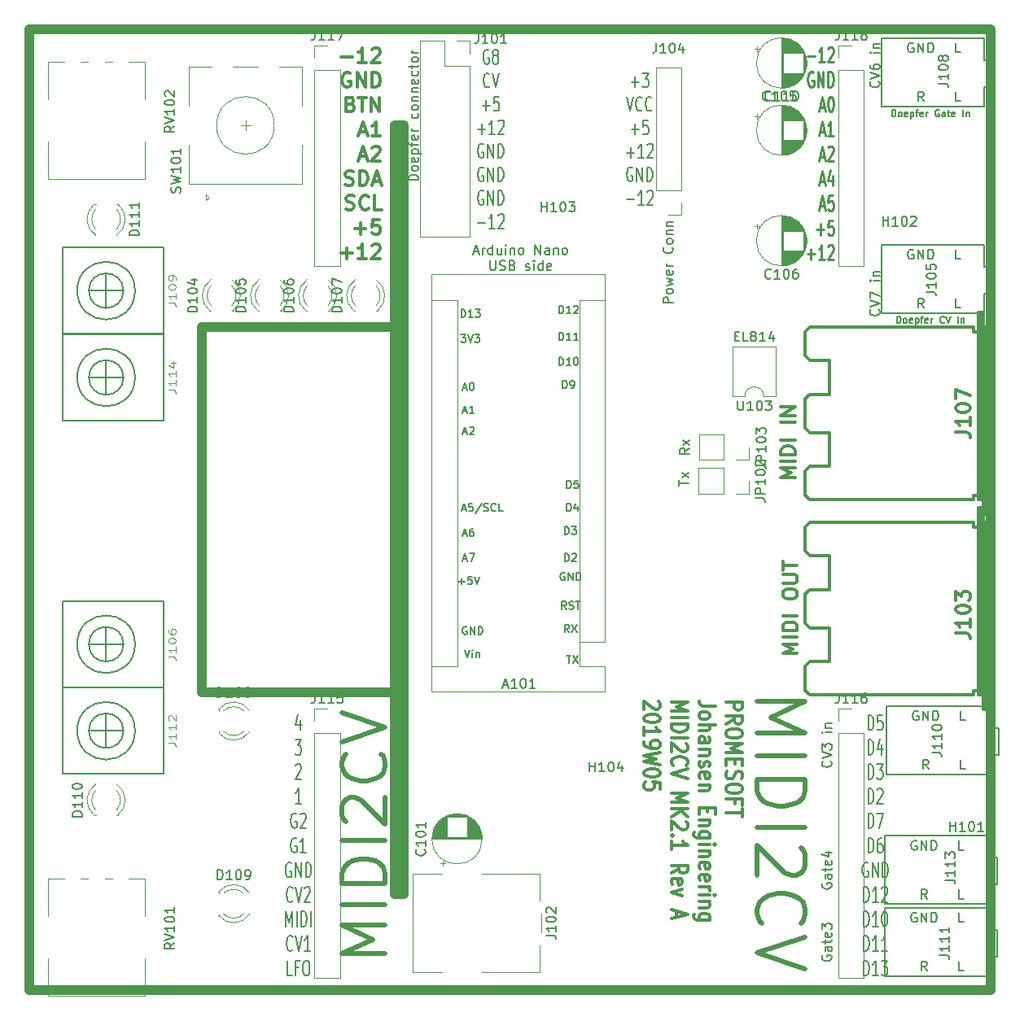
<source format=gbr>
%TF.GenerationSoftware,KiCad,Pcbnew,(5.0.0)*%
%TF.CreationDate,2019-02-05T00:17:58+01:00*%
%TF.ProjectId,Kicad-Midi2CV2,4B696361642D4D696469324356322E6B,Rev B*%
%TF.SameCoordinates,Original*%
%TF.FileFunction,Legend,Top*%
%TF.FilePolarity,Positive*%
%FSLAX46Y46*%
G04 Gerber Fmt 4.6, Leading zero omitted, Abs format (unit mm)*
G04 Created by KiCad (PCBNEW (5.0.0)) date 02/05/19 00:17:58*
%MOMM*%
%LPD*%
G01*
G04 APERTURE LIST*
%ADD10C,0.175000*%
%ADD11C,0.500000*%
%ADD12C,0.200000*%
%ADD13C,0.300000*%
%ADD14C,1.000000*%
%ADD15C,0.150000*%
%ADD16C,0.250000*%
%ADD17C,0.120000*%
%ADD18C,0.304800*%
%ADD19C,0.125000*%
G04 APERTURE END LIST*
D10*
X190250000Y-80566666D02*
X190250000Y-79866666D01*
X190416666Y-79866666D01*
X190516666Y-79900000D01*
X190583333Y-79966666D01*
X190616666Y-80033333D01*
X190650000Y-80166666D01*
X190650000Y-80266666D01*
X190616666Y-80400000D01*
X190583333Y-80466666D01*
X190516666Y-80533333D01*
X190416666Y-80566666D01*
X190250000Y-80566666D01*
X191050000Y-80566666D02*
X190983333Y-80533333D01*
X190950000Y-80500000D01*
X190916666Y-80433333D01*
X190916666Y-80233333D01*
X190950000Y-80166666D01*
X190983333Y-80133333D01*
X191050000Y-80100000D01*
X191150000Y-80100000D01*
X191216666Y-80133333D01*
X191250000Y-80166666D01*
X191283333Y-80233333D01*
X191283333Y-80433333D01*
X191250000Y-80500000D01*
X191216666Y-80533333D01*
X191150000Y-80566666D01*
X191050000Y-80566666D01*
X191850000Y-80533333D02*
X191783333Y-80566666D01*
X191650000Y-80566666D01*
X191583333Y-80533333D01*
X191550000Y-80466666D01*
X191550000Y-80200000D01*
X191583333Y-80133333D01*
X191650000Y-80100000D01*
X191783333Y-80100000D01*
X191850000Y-80133333D01*
X191883333Y-80200000D01*
X191883333Y-80266666D01*
X191550000Y-80333333D01*
X192183333Y-80100000D02*
X192183333Y-80800000D01*
X192183333Y-80133333D02*
X192250000Y-80100000D01*
X192383333Y-80100000D01*
X192450000Y-80133333D01*
X192483333Y-80166666D01*
X192516666Y-80233333D01*
X192516666Y-80433333D01*
X192483333Y-80500000D01*
X192450000Y-80533333D01*
X192383333Y-80566666D01*
X192250000Y-80566666D01*
X192183333Y-80533333D01*
X192716666Y-80100000D02*
X192983333Y-80100000D01*
X192816666Y-80566666D02*
X192816666Y-79966666D01*
X192850000Y-79900000D01*
X192916666Y-79866666D01*
X192983333Y-79866666D01*
X193483333Y-80533333D02*
X193416666Y-80566666D01*
X193283333Y-80566666D01*
X193216666Y-80533333D01*
X193183333Y-80466666D01*
X193183333Y-80200000D01*
X193216666Y-80133333D01*
X193283333Y-80100000D01*
X193416666Y-80100000D01*
X193483333Y-80133333D01*
X193516666Y-80200000D01*
X193516666Y-80266666D01*
X193183333Y-80333333D01*
X193816666Y-80566666D02*
X193816666Y-80100000D01*
X193816666Y-80233333D02*
X193850000Y-80166666D01*
X193883333Y-80133333D01*
X193950000Y-80100000D01*
X194016666Y-80100000D01*
X195183333Y-80500000D02*
X195150000Y-80533333D01*
X195050000Y-80566666D01*
X194983333Y-80566666D01*
X194883333Y-80533333D01*
X194816666Y-80466666D01*
X194783333Y-80400000D01*
X194750000Y-80266666D01*
X194750000Y-80166666D01*
X194783333Y-80033333D01*
X194816666Y-79966666D01*
X194883333Y-79900000D01*
X194983333Y-79866666D01*
X195050000Y-79866666D01*
X195150000Y-79900000D01*
X195183333Y-79933333D01*
X195383333Y-79866666D02*
X195616666Y-80566666D01*
X195850000Y-79866666D01*
X196616666Y-80566666D02*
X196616666Y-79866666D01*
X196950000Y-80100000D02*
X196950000Y-80566666D01*
X196950000Y-80166666D02*
X196983333Y-80133333D01*
X197050000Y-80100000D01*
X197150000Y-80100000D01*
X197216666Y-80133333D01*
X197250000Y-80200000D01*
X197250000Y-80566666D01*
X189733333Y-59066666D02*
X189733333Y-58366666D01*
X189900000Y-58366666D01*
X190000000Y-58400000D01*
X190066666Y-58466666D01*
X190100000Y-58533333D01*
X190133333Y-58666666D01*
X190133333Y-58766666D01*
X190100000Y-58900000D01*
X190066666Y-58966666D01*
X190000000Y-59033333D01*
X189900000Y-59066666D01*
X189733333Y-59066666D01*
X190533333Y-59066666D02*
X190466666Y-59033333D01*
X190433333Y-59000000D01*
X190400000Y-58933333D01*
X190400000Y-58733333D01*
X190433333Y-58666666D01*
X190466666Y-58633333D01*
X190533333Y-58600000D01*
X190633333Y-58600000D01*
X190700000Y-58633333D01*
X190733333Y-58666666D01*
X190766666Y-58733333D01*
X190766666Y-58933333D01*
X190733333Y-59000000D01*
X190700000Y-59033333D01*
X190633333Y-59066666D01*
X190533333Y-59066666D01*
X191333333Y-59033333D02*
X191266666Y-59066666D01*
X191133333Y-59066666D01*
X191066666Y-59033333D01*
X191033333Y-58966666D01*
X191033333Y-58700000D01*
X191066666Y-58633333D01*
X191133333Y-58600000D01*
X191266666Y-58600000D01*
X191333333Y-58633333D01*
X191366666Y-58700000D01*
X191366666Y-58766666D01*
X191033333Y-58833333D01*
X191666666Y-58600000D02*
X191666666Y-59300000D01*
X191666666Y-58633333D02*
X191733333Y-58600000D01*
X191866666Y-58600000D01*
X191933333Y-58633333D01*
X191966666Y-58666666D01*
X192000000Y-58733333D01*
X192000000Y-58933333D01*
X191966666Y-59000000D01*
X191933333Y-59033333D01*
X191866666Y-59066666D01*
X191733333Y-59066666D01*
X191666666Y-59033333D01*
X192200000Y-58600000D02*
X192466666Y-58600000D01*
X192300000Y-59066666D02*
X192300000Y-58466666D01*
X192333333Y-58400000D01*
X192400000Y-58366666D01*
X192466666Y-58366666D01*
X192966666Y-59033333D02*
X192900000Y-59066666D01*
X192766666Y-59066666D01*
X192700000Y-59033333D01*
X192666666Y-58966666D01*
X192666666Y-58700000D01*
X192700000Y-58633333D01*
X192766666Y-58600000D01*
X192900000Y-58600000D01*
X192966666Y-58633333D01*
X193000000Y-58700000D01*
X193000000Y-58766666D01*
X192666666Y-58833333D01*
X193300000Y-59066666D02*
X193300000Y-58600000D01*
X193300000Y-58733333D02*
X193333333Y-58666666D01*
X193366666Y-58633333D01*
X193433333Y-58600000D01*
X193500000Y-58600000D01*
X194633333Y-58400000D02*
X194566666Y-58366666D01*
X194466666Y-58366666D01*
X194366666Y-58400000D01*
X194300000Y-58466666D01*
X194266666Y-58533333D01*
X194233333Y-58666666D01*
X194233333Y-58766666D01*
X194266666Y-58900000D01*
X194300000Y-58966666D01*
X194366666Y-59033333D01*
X194466666Y-59066666D01*
X194533333Y-59066666D01*
X194633333Y-59033333D01*
X194666666Y-59000000D01*
X194666666Y-58766666D01*
X194533333Y-58766666D01*
X195266666Y-59066666D02*
X195266666Y-58700000D01*
X195233333Y-58633333D01*
X195166666Y-58600000D01*
X195033333Y-58600000D01*
X194966666Y-58633333D01*
X195266666Y-59033333D02*
X195200000Y-59066666D01*
X195033333Y-59066666D01*
X194966666Y-59033333D01*
X194933333Y-58966666D01*
X194933333Y-58900000D01*
X194966666Y-58833333D01*
X195033333Y-58800000D01*
X195200000Y-58800000D01*
X195266666Y-58766666D01*
X195500000Y-58600000D02*
X195766666Y-58600000D01*
X195600000Y-58366666D02*
X195600000Y-58966666D01*
X195633333Y-59033333D01*
X195700000Y-59066666D01*
X195766666Y-59066666D01*
X196266666Y-59033333D02*
X196200000Y-59066666D01*
X196066666Y-59066666D01*
X196000000Y-59033333D01*
X195966666Y-58966666D01*
X195966666Y-58700000D01*
X196000000Y-58633333D01*
X196066666Y-58600000D01*
X196200000Y-58600000D01*
X196266666Y-58633333D01*
X196300000Y-58700000D01*
X196300000Y-58766666D01*
X195966666Y-58833333D01*
X197133333Y-59066666D02*
X197133333Y-58366666D01*
X197466666Y-58600000D02*
X197466666Y-59066666D01*
X197466666Y-58666666D02*
X197500000Y-58633333D01*
X197566666Y-58600000D01*
X197666666Y-58600000D01*
X197733333Y-58633333D01*
X197766666Y-58700000D01*
X197766666Y-59066666D01*
D11*
X175738095Y-119928571D02*
X180738095Y-119928571D01*
X177166666Y-121595238D01*
X180738095Y-123261904D01*
X175738095Y-123261904D01*
X175738095Y-125642857D02*
X180738095Y-125642857D01*
X175738095Y-128023809D02*
X180738095Y-128023809D01*
X180738095Y-129214285D01*
X180500000Y-129928571D01*
X180023809Y-130404761D01*
X179547619Y-130642857D01*
X178595238Y-130880952D01*
X177880952Y-130880952D01*
X176928571Y-130642857D01*
X176452380Y-130404761D01*
X175976190Y-129928571D01*
X175738095Y-129214285D01*
X175738095Y-128023809D01*
X175738095Y-133023809D02*
X180738095Y-133023809D01*
X180261904Y-135166666D02*
X180500000Y-135404761D01*
X180738095Y-135880952D01*
X180738095Y-137071428D01*
X180500000Y-137547619D01*
X180261904Y-137785714D01*
X179785714Y-138023809D01*
X179309523Y-138023809D01*
X178595238Y-137785714D01*
X175738095Y-134928571D01*
X175738095Y-138023809D01*
X176214285Y-143023809D02*
X175976190Y-142785714D01*
X175738095Y-142071428D01*
X175738095Y-141595238D01*
X175976190Y-140880952D01*
X176452380Y-140404761D01*
X176928571Y-140166666D01*
X177880952Y-139928571D01*
X178595238Y-139928571D01*
X179547619Y-140166666D01*
X180023809Y-140404761D01*
X180500000Y-140880952D01*
X180738095Y-141595238D01*
X180738095Y-142071428D01*
X180500000Y-142785714D01*
X180261904Y-143023809D01*
X180738095Y-144452380D02*
X175738095Y-146119047D01*
X180738095Y-147785714D01*
D12*
X187261904Y-122935238D02*
X187261904Y-121365238D01*
X187500000Y-121365238D01*
X187642857Y-121440000D01*
X187738095Y-121589523D01*
X187785714Y-121739047D01*
X187833333Y-122038095D01*
X187833333Y-122262380D01*
X187785714Y-122561428D01*
X187738095Y-122710952D01*
X187642857Y-122860476D01*
X187500000Y-122935238D01*
X187261904Y-122935238D01*
X188738095Y-121365238D02*
X188261904Y-121365238D01*
X188214285Y-122112857D01*
X188261904Y-122038095D01*
X188357142Y-121963333D01*
X188595238Y-121963333D01*
X188690476Y-122038095D01*
X188738095Y-122112857D01*
X188785714Y-122262380D01*
X188785714Y-122636190D01*
X188738095Y-122785714D01*
X188690476Y-122860476D01*
X188595238Y-122935238D01*
X188357142Y-122935238D01*
X188261904Y-122860476D01*
X188214285Y-122785714D01*
X187261904Y-125490238D02*
X187261904Y-123920238D01*
X187500000Y-123920238D01*
X187642857Y-123995000D01*
X187738095Y-124144523D01*
X187785714Y-124294047D01*
X187833333Y-124593095D01*
X187833333Y-124817380D01*
X187785714Y-125116428D01*
X187738095Y-125265952D01*
X187642857Y-125415476D01*
X187500000Y-125490238D01*
X187261904Y-125490238D01*
X188690476Y-124443571D02*
X188690476Y-125490238D01*
X188452380Y-123845476D02*
X188214285Y-124966904D01*
X188833333Y-124966904D01*
X187261904Y-128045238D02*
X187261904Y-126475238D01*
X187500000Y-126475238D01*
X187642857Y-126550000D01*
X187738095Y-126699523D01*
X187785714Y-126849047D01*
X187833333Y-127148095D01*
X187833333Y-127372380D01*
X187785714Y-127671428D01*
X187738095Y-127820952D01*
X187642857Y-127970476D01*
X187500000Y-128045238D01*
X187261904Y-128045238D01*
X188166666Y-126475238D02*
X188785714Y-126475238D01*
X188452380Y-127073333D01*
X188595238Y-127073333D01*
X188690476Y-127148095D01*
X188738095Y-127222857D01*
X188785714Y-127372380D01*
X188785714Y-127746190D01*
X188738095Y-127895714D01*
X188690476Y-127970476D01*
X188595238Y-128045238D01*
X188309523Y-128045238D01*
X188214285Y-127970476D01*
X188166666Y-127895714D01*
X187261904Y-130600238D02*
X187261904Y-129030238D01*
X187500000Y-129030238D01*
X187642857Y-129105000D01*
X187738095Y-129254523D01*
X187785714Y-129404047D01*
X187833333Y-129703095D01*
X187833333Y-129927380D01*
X187785714Y-130226428D01*
X187738095Y-130375952D01*
X187642857Y-130525476D01*
X187500000Y-130600238D01*
X187261904Y-130600238D01*
X188214285Y-129179761D02*
X188261904Y-129105000D01*
X188357142Y-129030238D01*
X188595238Y-129030238D01*
X188690476Y-129105000D01*
X188738095Y-129179761D01*
X188785714Y-129329285D01*
X188785714Y-129478809D01*
X188738095Y-129703095D01*
X188166666Y-130600238D01*
X188785714Y-130600238D01*
X187261904Y-133155238D02*
X187261904Y-131585238D01*
X187500000Y-131585238D01*
X187642857Y-131660000D01*
X187738095Y-131809523D01*
X187785714Y-131959047D01*
X187833333Y-132258095D01*
X187833333Y-132482380D01*
X187785714Y-132781428D01*
X187738095Y-132930952D01*
X187642857Y-133080476D01*
X187500000Y-133155238D01*
X187261904Y-133155238D01*
X188166666Y-131585238D02*
X188833333Y-131585238D01*
X188404761Y-133155238D01*
X187261904Y-135710238D02*
X187261904Y-134140238D01*
X187500000Y-134140238D01*
X187642857Y-134215000D01*
X187738095Y-134364523D01*
X187785714Y-134514047D01*
X187833333Y-134813095D01*
X187833333Y-135037380D01*
X187785714Y-135336428D01*
X187738095Y-135485952D01*
X187642857Y-135635476D01*
X187500000Y-135710238D01*
X187261904Y-135710238D01*
X188690476Y-134140238D02*
X188500000Y-134140238D01*
X188404761Y-134215000D01*
X188357142Y-134289761D01*
X188261904Y-134514047D01*
X188214285Y-134813095D01*
X188214285Y-135411190D01*
X188261904Y-135560714D01*
X188309523Y-135635476D01*
X188404761Y-135710238D01*
X188595238Y-135710238D01*
X188690476Y-135635476D01*
X188738095Y-135560714D01*
X188785714Y-135411190D01*
X188785714Y-135037380D01*
X188738095Y-134887857D01*
X188690476Y-134813095D01*
X188595238Y-134738333D01*
X188404761Y-134738333D01*
X188309523Y-134813095D01*
X188261904Y-134887857D01*
X188214285Y-135037380D01*
X187238095Y-136770000D02*
X187142857Y-136695238D01*
X187000000Y-136695238D01*
X186857142Y-136770000D01*
X186761904Y-136919523D01*
X186714285Y-137069047D01*
X186666666Y-137368095D01*
X186666666Y-137592380D01*
X186714285Y-137891428D01*
X186761904Y-138040952D01*
X186857142Y-138190476D01*
X187000000Y-138265238D01*
X187095238Y-138265238D01*
X187238095Y-138190476D01*
X187285714Y-138115714D01*
X187285714Y-137592380D01*
X187095238Y-137592380D01*
X187714285Y-138265238D02*
X187714285Y-136695238D01*
X188285714Y-138265238D01*
X188285714Y-136695238D01*
X188761904Y-138265238D02*
X188761904Y-136695238D01*
X189000000Y-136695238D01*
X189142857Y-136770000D01*
X189238095Y-136919523D01*
X189285714Y-137069047D01*
X189333333Y-137368095D01*
X189333333Y-137592380D01*
X189285714Y-137891428D01*
X189238095Y-138040952D01*
X189142857Y-138190476D01*
X189000000Y-138265238D01*
X188761904Y-138265238D01*
X186785714Y-140820238D02*
X186785714Y-139250238D01*
X187023809Y-139250238D01*
X187166666Y-139325000D01*
X187261904Y-139474523D01*
X187309523Y-139624047D01*
X187357142Y-139923095D01*
X187357142Y-140147380D01*
X187309523Y-140446428D01*
X187261904Y-140595952D01*
X187166666Y-140745476D01*
X187023809Y-140820238D01*
X186785714Y-140820238D01*
X188309523Y-140820238D02*
X187738095Y-140820238D01*
X188023809Y-140820238D02*
X188023809Y-139250238D01*
X187928571Y-139474523D01*
X187833333Y-139624047D01*
X187738095Y-139698809D01*
X188690476Y-139399761D02*
X188738095Y-139325000D01*
X188833333Y-139250238D01*
X189071428Y-139250238D01*
X189166666Y-139325000D01*
X189214285Y-139399761D01*
X189261904Y-139549285D01*
X189261904Y-139698809D01*
X189214285Y-139923095D01*
X188642857Y-140820238D01*
X189261904Y-140820238D01*
X186785714Y-143375238D02*
X186785714Y-141805238D01*
X187023809Y-141805238D01*
X187166666Y-141880000D01*
X187261904Y-142029523D01*
X187309523Y-142179047D01*
X187357142Y-142478095D01*
X187357142Y-142702380D01*
X187309523Y-143001428D01*
X187261904Y-143150952D01*
X187166666Y-143300476D01*
X187023809Y-143375238D01*
X186785714Y-143375238D01*
X188309523Y-143375238D02*
X187738095Y-143375238D01*
X188023809Y-143375238D02*
X188023809Y-141805238D01*
X187928571Y-142029523D01*
X187833333Y-142179047D01*
X187738095Y-142253809D01*
X188928571Y-141805238D02*
X189023809Y-141805238D01*
X189119047Y-141880000D01*
X189166666Y-141954761D01*
X189214285Y-142104285D01*
X189261904Y-142403333D01*
X189261904Y-142777142D01*
X189214285Y-143076190D01*
X189166666Y-143225714D01*
X189119047Y-143300476D01*
X189023809Y-143375238D01*
X188928571Y-143375238D01*
X188833333Y-143300476D01*
X188785714Y-143225714D01*
X188738095Y-143076190D01*
X188690476Y-142777142D01*
X188690476Y-142403333D01*
X188738095Y-142104285D01*
X188785714Y-141954761D01*
X188833333Y-141880000D01*
X188928571Y-141805238D01*
X186785714Y-145930238D02*
X186785714Y-144360238D01*
X187023809Y-144360238D01*
X187166666Y-144435000D01*
X187261904Y-144584523D01*
X187309523Y-144734047D01*
X187357142Y-145033095D01*
X187357142Y-145257380D01*
X187309523Y-145556428D01*
X187261904Y-145705952D01*
X187166666Y-145855476D01*
X187023809Y-145930238D01*
X186785714Y-145930238D01*
X188309523Y-145930238D02*
X187738095Y-145930238D01*
X188023809Y-145930238D02*
X188023809Y-144360238D01*
X187928571Y-144584523D01*
X187833333Y-144734047D01*
X187738095Y-144808809D01*
X189261904Y-145930238D02*
X188690476Y-145930238D01*
X188976190Y-145930238D02*
X188976190Y-144360238D01*
X188880952Y-144584523D01*
X188785714Y-144734047D01*
X188690476Y-144808809D01*
X186785714Y-148485238D02*
X186785714Y-146915238D01*
X187023809Y-146915238D01*
X187166666Y-146990000D01*
X187261904Y-147139523D01*
X187309523Y-147289047D01*
X187357142Y-147588095D01*
X187357142Y-147812380D01*
X187309523Y-148111428D01*
X187261904Y-148260952D01*
X187166666Y-148410476D01*
X187023809Y-148485238D01*
X186785714Y-148485238D01*
X188309523Y-148485238D02*
X187738095Y-148485238D01*
X188023809Y-148485238D02*
X188023809Y-146915238D01*
X187928571Y-147139523D01*
X187833333Y-147289047D01*
X187738095Y-147363809D01*
X188642857Y-146915238D02*
X189261904Y-146915238D01*
X188928571Y-147513333D01*
X189071428Y-147513333D01*
X189166666Y-147588095D01*
X189214285Y-147662857D01*
X189261904Y-147812380D01*
X189261904Y-148186190D01*
X189214285Y-148335714D01*
X189166666Y-148410476D01*
X189071428Y-148485238D01*
X188785714Y-148485238D01*
X188690476Y-148410476D01*
X188642857Y-148335714D01*
D13*
X132447857Y-52907142D02*
X133590714Y-52907142D01*
X135090714Y-53478571D02*
X134233571Y-53478571D01*
X134662142Y-53478571D02*
X134662142Y-51978571D01*
X134519285Y-52192857D01*
X134376428Y-52335714D01*
X134233571Y-52407142D01*
X135662142Y-52121428D02*
X135733571Y-52050000D01*
X135876428Y-51978571D01*
X136233571Y-51978571D01*
X136376428Y-52050000D01*
X136447857Y-52121428D01*
X136519285Y-52264285D01*
X136519285Y-52407142D01*
X136447857Y-52621428D01*
X135590714Y-53478571D01*
X136519285Y-53478571D01*
X133376428Y-54600000D02*
X133233571Y-54528571D01*
X133019285Y-54528571D01*
X132805000Y-54600000D01*
X132662142Y-54742857D01*
X132590714Y-54885714D01*
X132519285Y-55171428D01*
X132519285Y-55385714D01*
X132590714Y-55671428D01*
X132662142Y-55814285D01*
X132805000Y-55957142D01*
X133019285Y-56028571D01*
X133162142Y-56028571D01*
X133376428Y-55957142D01*
X133447857Y-55885714D01*
X133447857Y-55385714D01*
X133162142Y-55385714D01*
X134090714Y-56028571D02*
X134090714Y-54528571D01*
X134947857Y-56028571D01*
X134947857Y-54528571D01*
X135662142Y-56028571D02*
X135662142Y-54528571D01*
X136019285Y-54528571D01*
X136233571Y-54600000D01*
X136376428Y-54742857D01*
X136447857Y-54885714D01*
X136519285Y-55171428D01*
X136519285Y-55385714D01*
X136447857Y-55671428D01*
X136376428Y-55814285D01*
X136233571Y-55957142D01*
X136019285Y-56028571D01*
X135662142Y-56028571D01*
X133447857Y-57792857D02*
X133662142Y-57864285D01*
X133733571Y-57935714D01*
X133805000Y-58078571D01*
X133805000Y-58292857D01*
X133733571Y-58435714D01*
X133662142Y-58507142D01*
X133519285Y-58578571D01*
X132947857Y-58578571D01*
X132947857Y-57078571D01*
X133447857Y-57078571D01*
X133590714Y-57150000D01*
X133662142Y-57221428D01*
X133733571Y-57364285D01*
X133733571Y-57507142D01*
X133662142Y-57650000D01*
X133590714Y-57721428D01*
X133447857Y-57792857D01*
X132947857Y-57792857D01*
X134233571Y-57078571D02*
X135090714Y-57078571D01*
X134662142Y-58578571D02*
X134662142Y-57078571D01*
X135590714Y-58578571D02*
X135590714Y-57078571D01*
X136447857Y-58578571D01*
X136447857Y-57078571D01*
X134376428Y-60700000D02*
X135090714Y-60700000D01*
X134233571Y-61128571D02*
X134733571Y-59628571D01*
X135233571Y-61128571D01*
X136519285Y-61128571D02*
X135662142Y-61128571D01*
X136090714Y-61128571D02*
X136090714Y-59628571D01*
X135947857Y-59842857D01*
X135805000Y-59985714D01*
X135662142Y-60057142D01*
X134376428Y-63250000D02*
X135090714Y-63250000D01*
X134233571Y-63678571D02*
X134733571Y-62178571D01*
X135233571Y-63678571D01*
X135662142Y-62321428D02*
X135733571Y-62250000D01*
X135876428Y-62178571D01*
X136233571Y-62178571D01*
X136376428Y-62250000D01*
X136447857Y-62321428D01*
X136519285Y-62464285D01*
X136519285Y-62607142D01*
X136447857Y-62821428D01*
X135590714Y-63678571D01*
X136519285Y-63678571D01*
X132876428Y-66157142D02*
X133090714Y-66228571D01*
X133447857Y-66228571D01*
X133590714Y-66157142D01*
X133662142Y-66085714D01*
X133733571Y-65942857D01*
X133733571Y-65800000D01*
X133662142Y-65657142D01*
X133590714Y-65585714D01*
X133447857Y-65514285D01*
X133162142Y-65442857D01*
X133019285Y-65371428D01*
X132947857Y-65300000D01*
X132876428Y-65157142D01*
X132876428Y-65014285D01*
X132947857Y-64871428D01*
X133019285Y-64800000D01*
X133162142Y-64728571D01*
X133519285Y-64728571D01*
X133733571Y-64800000D01*
X134376428Y-66228571D02*
X134376428Y-64728571D01*
X134733571Y-64728571D01*
X134947857Y-64800000D01*
X135090714Y-64942857D01*
X135162142Y-65085714D01*
X135233571Y-65371428D01*
X135233571Y-65585714D01*
X135162142Y-65871428D01*
X135090714Y-66014285D01*
X134947857Y-66157142D01*
X134733571Y-66228571D01*
X134376428Y-66228571D01*
X135805000Y-65800000D02*
X136519285Y-65800000D01*
X135662142Y-66228571D02*
X136162142Y-64728571D01*
X136662142Y-66228571D01*
X132947857Y-68707142D02*
X133162142Y-68778571D01*
X133519285Y-68778571D01*
X133662142Y-68707142D01*
X133733571Y-68635714D01*
X133805000Y-68492857D01*
X133805000Y-68350000D01*
X133733571Y-68207142D01*
X133662142Y-68135714D01*
X133519285Y-68064285D01*
X133233571Y-67992857D01*
X133090714Y-67921428D01*
X133019285Y-67850000D01*
X132947857Y-67707142D01*
X132947857Y-67564285D01*
X133019285Y-67421428D01*
X133090714Y-67350000D01*
X133233571Y-67278571D01*
X133590714Y-67278571D01*
X133805000Y-67350000D01*
X135305000Y-68635714D02*
X135233571Y-68707142D01*
X135019285Y-68778571D01*
X134876428Y-68778571D01*
X134662142Y-68707142D01*
X134519285Y-68564285D01*
X134447857Y-68421428D01*
X134376428Y-68135714D01*
X134376428Y-67921428D01*
X134447857Y-67635714D01*
X134519285Y-67492857D01*
X134662142Y-67350000D01*
X134876428Y-67278571D01*
X135019285Y-67278571D01*
X135233571Y-67350000D01*
X135305000Y-67421428D01*
X136662142Y-68778571D02*
X135947857Y-68778571D01*
X135947857Y-67278571D01*
X133876428Y-70757142D02*
X135019285Y-70757142D01*
X134447857Y-71328571D02*
X134447857Y-70185714D01*
X136447857Y-69828571D02*
X135733571Y-69828571D01*
X135662142Y-70542857D01*
X135733571Y-70471428D01*
X135876428Y-70400000D01*
X136233571Y-70400000D01*
X136376428Y-70471428D01*
X136447857Y-70542857D01*
X136519285Y-70685714D01*
X136519285Y-71042857D01*
X136447857Y-71185714D01*
X136376428Y-71257142D01*
X136233571Y-71328571D01*
X135876428Y-71328571D01*
X135733571Y-71257142D01*
X135662142Y-71185714D01*
X132447857Y-73307142D02*
X133590714Y-73307142D01*
X133019285Y-73878571D02*
X133019285Y-72735714D01*
X135090714Y-73878571D02*
X134233571Y-73878571D01*
X134662142Y-73878571D02*
X134662142Y-72378571D01*
X134519285Y-72592857D01*
X134376428Y-72735714D01*
X134233571Y-72807142D01*
X135662142Y-72521428D02*
X135733571Y-72450000D01*
X135876428Y-72378571D01*
X136233571Y-72378571D01*
X136376428Y-72450000D01*
X136447857Y-72521428D01*
X136519285Y-72664285D01*
X136519285Y-72807142D01*
X136447857Y-73021428D01*
X135590714Y-73878571D01*
X136519285Y-73878571D01*
D12*
X162642857Y-55482142D02*
X163404761Y-55482142D01*
X163023809Y-56053571D02*
X163023809Y-54910714D01*
X163785714Y-54553571D02*
X164404761Y-54553571D01*
X164071428Y-55125000D01*
X164214285Y-55125000D01*
X164309523Y-55196428D01*
X164357142Y-55267857D01*
X164404761Y-55410714D01*
X164404761Y-55767857D01*
X164357142Y-55910714D01*
X164309523Y-55982142D01*
X164214285Y-56053571D01*
X163928571Y-56053571D01*
X163833333Y-55982142D01*
X163785714Y-55910714D01*
X162166666Y-57003571D02*
X162500000Y-58503571D01*
X162833333Y-57003571D01*
X163738095Y-58360714D02*
X163690476Y-58432142D01*
X163547619Y-58503571D01*
X163452380Y-58503571D01*
X163309523Y-58432142D01*
X163214285Y-58289285D01*
X163166666Y-58146428D01*
X163119047Y-57860714D01*
X163119047Y-57646428D01*
X163166666Y-57360714D01*
X163214285Y-57217857D01*
X163309523Y-57075000D01*
X163452380Y-57003571D01*
X163547619Y-57003571D01*
X163690476Y-57075000D01*
X163738095Y-57146428D01*
X164738095Y-58360714D02*
X164690476Y-58432142D01*
X164547619Y-58503571D01*
X164452380Y-58503571D01*
X164309523Y-58432142D01*
X164214285Y-58289285D01*
X164166666Y-58146428D01*
X164119047Y-57860714D01*
X164119047Y-57646428D01*
X164166666Y-57360714D01*
X164214285Y-57217857D01*
X164309523Y-57075000D01*
X164452380Y-57003571D01*
X164547619Y-57003571D01*
X164690476Y-57075000D01*
X164738095Y-57146428D01*
X162642857Y-60382142D02*
X163404761Y-60382142D01*
X163023809Y-60953571D02*
X163023809Y-59810714D01*
X164357142Y-59453571D02*
X163880952Y-59453571D01*
X163833333Y-60167857D01*
X163880952Y-60096428D01*
X163976190Y-60025000D01*
X164214285Y-60025000D01*
X164309523Y-60096428D01*
X164357142Y-60167857D01*
X164404761Y-60310714D01*
X164404761Y-60667857D01*
X164357142Y-60810714D01*
X164309523Y-60882142D01*
X164214285Y-60953571D01*
X163976190Y-60953571D01*
X163880952Y-60882142D01*
X163833333Y-60810714D01*
X162166666Y-62832142D02*
X162928571Y-62832142D01*
X162547619Y-63403571D02*
X162547619Y-62260714D01*
X163928571Y-63403571D02*
X163357142Y-63403571D01*
X163642857Y-63403571D02*
X163642857Y-61903571D01*
X163547619Y-62117857D01*
X163452380Y-62260714D01*
X163357142Y-62332142D01*
X164309523Y-62046428D02*
X164357142Y-61975000D01*
X164452380Y-61903571D01*
X164690476Y-61903571D01*
X164785714Y-61975000D01*
X164833333Y-62046428D01*
X164880952Y-62189285D01*
X164880952Y-62332142D01*
X164833333Y-62546428D01*
X164261904Y-63403571D01*
X164880952Y-63403571D01*
X162738095Y-64425000D02*
X162642857Y-64353571D01*
X162500000Y-64353571D01*
X162357142Y-64425000D01*
X162261904Y-64567857D01*
X162214285Y-64710714D01*
X162166666Y-64996428D01*
X162166666Y-65210714D01*
X162214285Y-65496428D01*
X162261904Y-65639285D01*
X162357142Y-65782142D01*
X162500000Y-65853571D01*
X162595238Y-65853571D01*
X162738095Y-65782142D01*
X162785714Y-65710714D01*
X162785714Y-65210714D01*
X162595238Y-65210714D01*
X163214285Y-65853571D02*
X163214285Y-64353571D01*
X163785714Y-65853571D01*
X163785714Y-64353571D01*
X164261904Y-65853571D02*
X164261904Y-64353571D01*
X164500000Y-64353571D01*
X164642857Y-64425000D01*
X164738095Y-64567857D01*
X164785714Y-64710714D01*
X164833333Y-64996428D01*
X164833333Y-65210714D01*
X164785714Y-65496428D01*
X164738095Y-65639285D01*
X164642857Y-65782142D01*
X164500000Y-65853571D01*
X164261904Y-65853571D01*
X162166666Y-67732142D02*
X162928571Y-67732142D01*
X163928571Y-68303571D02*
X163357142Y-68303571D01*
X163642857Y-68303571D02*
X163642857Y-66803571D01*
X163547619Y-67017857D01*
X163452380Y-67160714D01*
X163357142Y-67232142D01*
X164309523Y-66946428D02*
X164357142Y-66875000D01*
X164452380Y-66803571D01*
X164690476Y-66803571D01*
X164785714Y-66875000D01*
X164833333Y-66946428D01*
X164880952Y-67089285D01*
X164880952Y-67232142D01*
X164833333Y-67446428D01*
X164261904Y-68303571D01*
X164880952Y-68303571D01*
D14*
X138000000Y-119000000D02*
X138000000Y-81000000D01*
X118000000Y-119000000D02*
X138000000Y-119000000D01*
X118000000Y-81000000D02*
X118000000Y-119000000D01*
X138000000Y-81000000D02*
X118000000Y-81000000D01*
X138000000Y-140000000D02*
X139000000Y-140000000D01*
X138000000Y-60000000D02*
X139000000Y-60000000D01*
X139000000Y-140000000D02*
X139000000Y-60000000D01*
X138000000Y-60000000D02*
X138000000Y-140000000D01*
X200000000Y-50000000D02*
X100000000Y-50000000D01*
X200000000Y-150000000D02*
X200000000Y-50000000D01*
X100000000Y-150000000D02*
X200000000Y-150000000D01*
X100000000Y-50000000D02*
X100000000Y-150000000D01*
D15*
X145280952Y-114561904D02*
X145547619Y-115361904D01*
X145814285Y-114561904D01*
X146080952Y-115361904D02*
X146080952Y-114828571D01*
X146080952Y-114561904D02*
X146042857Y-114600000D01*
X146080952Y-114638095D01*
X146119047Y-114600000D01*
X146080952Y-114561904D01*
X146080952Y-114638095D01*
X146461904Y-114828571D02*
X146461904Y-115361904D01*
X146461904Y-114904761D02*
X146500000Y-114866666D01*
X146576190Y-114828571D01*
X146690476Y-114828571D01*
X146766666Y-114866666D01*
X146804761Y-114942857D01*
X146804761Y-115361904D01*
X145490476Y-112200000D02*
X145414285Y-112161904D01*
X145300000Y-112161904D01*
X145185714Y-112200000D01*
X145109523Y-112276190D01*
X145071428Y-112352380D01*
X145033333Y-112504761D01*
X145033333Y-112619047D01*
X145071428Y-112771428D01*
X145109523Y-112847619D01*
X145185714Y-112923809D01*
X145300000Y-112961904D01*
X145376190Y-112961904D01*
X145490476Y-112923809D01*
X145528571Y-112885714D01*
X145528571Y-112619047D01*
X145376190Y-112619047D01*
X145871428Y-112961904D02*
X145871428Y-112161904D01*
X146328571Y-112961904D01*
X146328571Y-112161904D01*
X146709523Y-112961904D02*
X146709523Y-112161904D01*
X146900000Y-112161904D01*
X147014285Y-112200000D01*
X147090476Y-112276190D01*
X147128571Y-112352380D01*
X147166666Y-112504761D01*
X147166666Y-112619047D01*
X147128571Y-112771428D01*
X147090476Y-112847619D01*
X147014285Y-112923809D01*
X146900000Y-112961904D01*
X146709523Y-112961904D01*
X144671428Y-107457142D02*
X145280952Y-107457142D01*
X144976190Y-107761904D02*
X144976190Y-107152380D01*
X146042857Y-106961904D02*
X145661904Y-106961904D01*
X145623809Y-107342857D01*
X145661904Y-107304761D01*
X145738095Y-107266666D01*
X145928571Y-107266666D01*
X146004761Y-107304761D01*
X146042857Y-107342857D01*
X146080952Y-107419047D01*
X146080952Y-107609523D01*
X146042857Y-107685714D01*
X146004761Y-107723809D01*
X145928571Y-107761904D01*
X145738095Y-107761904D01*
X145661904Y-107723809D01*
X145623809Y-107685714D01*
X146309523Y-106961904D02*
X146576190Y-107761904D01*
X146842857Y-106961904D01*
X145128571Y-105133333D02*
X145509523Y-105133333D01*
X145052380Y-105361904D02*
X145319047Y-104561904D01*
X145585714Y-105361904D01*
X145776190Y-104561904D02*
X146309523Y-104561904D01*
X145966666Y-105361904D01*
X145128571Y-102533333D02*
X145509523Y-102533333D01*
X145052380Y-102761904D02*
X145319047Y-101961904D01*
X145585714Y-102761904D01*
X146195238Y-101961904D02*
X146042857Y-101961904D01*
X145966666Y-102000000D01*
X145928571Y-102038095D01*
X145852380Y-102152380D01*
X145814285Y-102304761D01*
X145814285Y-102609523D01*
X145852380Y-102685714D01*
X145890476Y-102723809D01*
X145966666Y-102761904D01*
X146119047Y-102761904D01*
X146195238Y-102723809D01*
X146233333Y-102685714D01*
X146271428Y-102609523D01*
X146271428Y-102419047D01*
X146233333Y-102342857D01*
X146195238Y-102304761D01*
X146119047Y-102266666D01*
X145966666Y-102266666D01*
X145890476Y-102304761D01*
X145852380Y-102342857D01*
X145814285Y-102419047D01*
X145004761Y-99933333D02*
X145385714Y-99933333D01*
X144928571Y-100161904D02*
X145195238Y-99361904D01*
X145461904Y-100161904D01*
X146109523Y-99361904D02*
X145728571Y-99361904D01*
X145690476Y-99742857D01*
X145728571Y-99704761D01*
X145804761Y-99666666D01*
X145995238Y-99666666D01*
X146071428Y-99704761D01*
X146109523Y-99742857D01*
X146147619Y-99819047D01*
X146147619Y-100009523D01*
X146109523Y-100085714D01*
X146071428Y-100123809D01*
X145995238Y-100161904D01*
X145804761Y-100161904D01*
X145728571Y-100123809D01*
X145690476Y-100085714D01*
X147061904Y-99323809D02*
X146376190Y-100352380D01*
X147290476Y-100123809D02*
X147404761Y-100161904D01*
X147595238Y-100161904D01*
X147671428Y-100123809D01*
X147709523Y-100085714D01*
X147747619Y-100009523D01*
X147747619Y-99933333D01*
X147709523Y-99857142D01*
X147671428Y-99819047D01*
X147595238Y-99780952D01*
X147442857Y-99742857D01*
X147366666Y-99704761D01*
X147328571Y-99666666D01*
X147290476Y-99590476D01*
X147290476Y-99514285D01*
X147328571Y-99438095D01*
X147366666Y-99400000D01*
X147442857Y-99361904D01*
X147633333Y-99361904D01*
X147747619Y-99400000D01*
X148547619Y-100085714D02*
X148509523Y-100123809D01*
X148395238Y-100161904D01*
X148319047Y-100161904D01*
X148204761Y-100123809D01*
X148128571Y-100047619D01*
X148090476Y-99971428D01*
X148052380Y-99819047D01*
X148052380Y-99704761D01*
X148090476Y-99552380D01*
X148128571Y-99476190D01*
X148204761Y-99400000D01*
X148319047Y-99361904D01*
X148395238Y-99361904D01*
X148509523Y-99400000D01*
X148547619Y-99438095D01*
X149271428Y-100161904D02*
X148890476Y-100161904D01*
X148890476Y-99361904D01*
X145128571Y-91933333D02*
X145509523Y-91933333D01*
X145052380Y-92161904D02*
X145319047Y-91361904D01*
X145585714Y-92161904D01*
X145814285Y-91438095D02*
X145852380Y-91400000D01*
X145928571Y-91361904D01*
X146119047Y-91361904D01*
X146195238Y-91400000D01*
X146233333Y-91438095D01*
X146271428Y-91514285D01*
X146271428Y-91590476D01*
X146233333Y-91704761D01*
X145776190Y-92161904D01*
X146271428Y-92161904D01*
X145128571Y-89733333D02*
X145509523Y-89733333D01*
X145052380Y-89961904D02*
X145319047Y-89161904D01*
X145585714Y-89961904D01*
X146271428Y-89961904D02*
X145814285Y-89961904D01*
X146042857Y-89961904D02*
X146042857Y-89161904D01*
X145966666Y-89276190D01*
X145890476Y-89352380D01*
X145814285Y-89390476D01*
X145128571Y-87333333D02*
X145509523Y-87333333D01*
X145052380Y-87561904D02*
X145319047Y-86761904D01*
X145585714Y-87561904D01*
X146004761Y-86761904D02*
X146080952Y-86761904D01*
X146157142Y-86800000D01*
X146195238Y-86838095D01*
X146233333Y-86914285D01*
X146271428Y-87066666D01*
X146271428Y-87257142D01*
X146233333Y-87409523D01*
X146195238Y-87485714D01*
X146157142Y-87523809D01*
X146080952Y-87561904D01*
X146004761Y-87561904D01*
X145928571Y-87523809D01*
X145890476Y-87485714D01*
X145852380Y-87409523D01*
X145814285Y-87257142D01*
X145814285Y-87066666D01*
X145852380Y-86914285D01*
X145890476Y-86838095D01*
X145928571Y-86800000D01*
X146004761Y-86761904D01*
X155890476Y-115161904D02*
X156347619Y-115161904D01*
X156119047Y-115961904D02*
X156119047Y-115161904D01*
X156538095Y-115161904D02*
X157071428Y-115961904D01*
X157071428Y-115161904D02*
X156538095Y-115961904D01*
X156166666Y-112761904D02*
X155900000Y-112380952D01*
X155709523Y-112761904D02*
X155709523Y-111961904D01*
X156014285Y-111961904D01*
X156090476Y-112000000D01*
X156128571Y-112038095D01*
X156166666Y-112114285D01*
X156166666Y-112228571D01*
X156128571Y-112304761D01*
X156090476Y-112342857D01*
X156014285Y-112380952D01*
X155709523Y-112380952D01*
X156433333Y-111961904D02*
X156966666Y-112761904D01*
X156966666Y-111961904D02*
X156433333Y-112761904D01*
X155861904Y-110361904D02*
X155595238Y-109980952D01*
X155404761Y-110361904D02*
X155404761Y-109561904D01*
X155709523Y-109561904D01*
X155785714Y-109600000D01*
X155823809Y-109638095D01*
X155861904Y-109714285D01*
X155861904Y-109828571D01*
X155823809Y-109904761D01*
X155785714Y-109942857D01*
X155709523Y-109980952D01*
X155404761Y-109980952D01*
X156166666Y-110323809D02*
X156280952Y-110361904D01*
X156471428Y-110361904D01*
X156547619Y-110323809D01*
X156585714Y-110285714D01*
X156623809Y-110209523D01*
X156623809Y-110133333D01*
X156585714Y-110057142D01*
X156547619Y-110019047D01*
X156471428Y-109980952D01*
X156319047Y-109942857D01*
X156242857Y-109904761D01*
X156204761Y-109866666D01*
X156166666Y-109790476D01*
X156166666Y-109714285D01*
X156204761Y-109638095D01*
X156242857Y-109600000D01*
X156319047Y-109561904D01*
X156509523Y-109561904D01*
X156623809Y-109600000D01*
X156852380Y-109561904D02*
X157309523Y-109561904D01*
X157080952Y-110361904D02*
X157080952Y-109561904D01*
X155690476Y-106600000D02*
X155614285Y-106561904D01*
X155500000Y-106561904D01*
X155385714Y-106600000D01*
X155309523Y-106676190D01*
X155271428Y-106752380D01*
X155233333Y-106904761D01*
X155233333Y-107019047D01*
X155271428Y-107171428D01*
X155309523Y-107247619D01*
X155385714Y-107323809D01*
X155500000Y-107361904D01*
X155576190Y-107361904D01*
X155690476Y-107323809D01*
X155728571Y-107285714D01*
X155728571Y-107019047D01*
X155576190Y-107019047D01*
X156071428Y-107361904D02*
X156071428Y-106561904D01*
X156528571Y-107361904D01*
X156528571Y-106561904D01*
X156909523Y-107361904D02*
X156909523Y-106561904D01*
X157100000Y-106561904D01*
X157214285Y-106600000D01*
X157290476Y-106676190D01*
X157328571Y-106752380D01*
X157366666Y-106904761D01*
X157366666Y-107019047D01*
X157328571Y-107171428D01*
X157290476Y-107247619D01*
X157214285Y-107323809D01*
X157100000Y-107361904D01*
X156909523Y-107361904D01*
X155709523Y-105361904D02*
X155709523Y-104561904D01*
X155900000Y-104561904D01*
X156014285Y-104600000D01*
X156090476Y-104676190D01*
X156128571Y-104752380D01*
X156166666Y-104904761D01*
X156166666Y-105019047D01*
X156128571Y-105171428D01*
X156090476Y-105247619D01*
X156014285Y-105323809D01*
X155900000Y-105361904D01*
X155709523Y-105361904D01*
X156471428Y-104638095D02*
X156509523Y-104600000D01*
X156585714Y-104561904D01*
X156776190Y-104561904D01*
X156852380Y-104600000D01*
X156890476Y-104638095D01*
X156928571Y-104714285D01*
X156928571Y-104790476D01*
X156890476Y-104904761D01*
X156433333Y-105361904D01*
X156928571Y-105361904D01*
X155709523Y-102561904D02*
X155709523Y-101761904D01*
X155900000Y-101761904D01*
X156014285Y-101800000D01*
X156090476Y-101876190D01*
X156128571Y-101952380D01*
X156166666Y-102104761D01*
X156166666Y-102219047D01*
X156128571Y-102371428D01*
X156090476Y-102447619D01*
X156014285Y-102523809D01*
X155900000Y-102561904D01*
X155709523Y-102561904D01*
X156433333Y-101761904D02*
X156928571Y-101761904D01*
X156661904Y-102066666D01*
X156776190Y-102066666D01*
X156852380Y-102104761D01*
X156890476Y-102142857D01*
X156928571Y-102219047D01*
X156928571Y-102409523D01*
X156890476Y-102485714D01*
X156852380Y-102523809D01*
X156776190Y-102561904D01*
X156547619Y-102561904D01*
X156471428Y-102523809D01*
X156433333Y-102485714D01*
X155909523Y-100161904D02*
X155909523Y-99361904D01*
X156100000Y-99361904D01*
X156214285Y-99400000D01*
X156290476Y-99476190D01*
X156328571Y-99552380D01*
X156366666Y-99704761D01*
X156366666Y-99819047D01*
X156328571Y-99971428D01*
X156290476Y-100047619D01*
X156214285Y-100123809D01*
X156100000Y-100161904D01*
X155909523Y-100161904D01*
X157052380Y-99628571D02*
X157052380Y-100161904D01*
X156861904Y-99323809D02*
X156671428Y-99895238D01*
X157166666Y-99895238D01*
X155909523Y-97761904D02*
X155909523Y-96961904D01*
X156100000Y-96961904D01*
X156214285Y-97000000D01*
X156290476Y-97076190D01*
X156328571Y-97152380D01*
X156366666Y-97304761D01*
X156366666Y-97419047D01*
X156328571Y-97571428D01*
X156290476Y-97647619D01*
X156214285Y-97723809D01*
X156100000Y-97761904D01*
X155909523Y-97761904D01*
X157090476Y-96961904D02*
X156709523Y-96961904D01*
X156671428Y-97342857D01*
X156709523Y-97304761D01*
X156785714Y-97266666D01*
X156976190Y-97266666D01*
X157052380Y-97304761D01*
X157090476Y-97342857D01*
X157128571Y-97419047D01*
X157128571Y-97609523D01*
X157090476Y-97685714D01*
X157052380Y-97723809D01*
X156976190Y-97761904D01*
X156785714Y-97761904D01*
X156709523Y-97723809D01*
X156671428Y-97685714D01*
X155509523Y-87361904D02*
X155509523Y-86561904D01*
X155700000Y-86561904D01*
X155814285Y-86600000D01*
X155890476Y-86676190D01*
X155928571Y-86752380D01*
X155966666Y-86904761D01*
X155966666Y-87019047D01*
X155928571Y-87171428D01*
X155890476Y-87247619D01*
X155814285Y-87323809D01*
X155700000Y-87361904D01*
X155509523Y-87361904D01*
X156347619Y-87361904D02*
X156500000Y-87361904D01*
X156576190Y-87323809D01*
X156614285Y-87285714D01*
X156690476Y-87171428D01*
X156728571Y-87019047D01*
X156728571Y-86714285D01*
X156690476Y-86638095D01*
X156652380Y-86600000D01*
X156576190Y-86561904D01*
X156423809Y-86561904D01*
X156347619Y-86600000D01*
X156309523Y-86638095D01*
X156271428Y-86714285D01*
X156271428Y-86904761D01*
X156309523Y-86980952D01*
X156347619Y-87019047D01*
X156423809Y-87057142D01*
X156576190Y-87057142D01*
X156652380Y-87019047D01*
X156690476Y-86980952D01*
X156728571Y-86904761D01*
X155128571Y-84961904D02*
X155128571Y-84161904D01*
X155319047Y-84161904D01*
X155433333Y-84200000D01*
X155509523Y-84276190D01*
X155547619Y-84352380D01*
X155585714Y-84504761D01*
X155585714Y-84619047D01*
X155547619Y-84771428D01*
X155509523Y-84847619D01*
X155433333Y-84923809D01*
X155319047Y-84961904D01*
X155128571Y-84961904D01*
X156347619Y-84961904D02*
X155890476Y-84961904D01*
X156119047Y-84961904D02*
X156119047Y-84161904D01*
X156042857Y-84276190D01*
X155966666Y-84352380D01*
X155890476Y-84390476D01*
X156842857Y-84161904D02*
X156919047Y-84161904D01*
X156995238Y-84200000D01*
X157033333Y-84238095D01*
X157071428Y-84314285D01*
X157109523Y-84466666D01*
X157109523Y-84657142D01*
X157071428Y-84809523D01*
X157033333Y-84885714D01*
X156995238Y-84923809D01*
X156919047Y-84961904D01*
X156842857Y-84961904D01*
X156766666Y-84923809D01*
X156728571Y-84885714D01*
X156690476Y-84809523D01*
X156652380Y-84657142D01*
X156652380Y-84466666D01*
X156690476Y-84314285D01*
X156728571Y-84238095D01*
X156766666Y-84200000D01*
X156842857Y-84161904D01*
X155128571Y-82361904D02*
X155128571Y-81561904D01*
X155319047Y-81561904D01*
X155433333Y-81600000D01*
X155509523Y-81676190D01*
X155547619Y-81752380D01*
X155585714Y-81904761D01*
X155585714Y-82019047D01*
X155547619Y-82171428D01*
X155509523Y-82247619D01*
X155433333Y-82323809D01*
X155319047Y-82361904D01*
X155128571Y-82361904D01*
X156347619Y-82361904D02*
X155890476Y-82361904D01*
X156119047Y-82361904D02*
X156119047Y-81561904D01*
X156042857Y-81676190D01*
X155966666Y-81752380D01*
X155890476Y-81790476D01*
X157109523Y-82361904D02*
X156652380Y-82361904D01*
X156880952Y-82361904D02*
X156880952Y-81561904D01*
X156804761Y-81676190D01*
X156728571Y-81752380D01*
X156652380Y-81790476D01*
X144909523Y-81761904D02*
X145404761Y-81761904D01*
X145138095Y-82066666D01*
X145252380Y-82066666D01*
X145328571Y-82104761D01*
X145366666Y-82142857D01*
X145404761Y-82219047D01*
X145404761Y-82409523D01*
X145366666Y-82485714D01*
X145328571Y-82523809D01*
X145252380Y-82561904D01*
X145023809Y-82561904D01*
X144947619Y-82523809D01*
X144909523Y-82485714D01*
X145633333Y-81761904D02*
X145900000Y-82561904D01*
X146166666Y-81761904D01*
X146357142Y-81761904D02*
X146852380Y-81761904D01*
X146585714Y-82066666D01*
X146700000Y-82066666D01*
X146776190Y-82104761D01*
X146814285Y-82142857D01*
X146852380Y-82219047D01*
X146852380Y-82409523D01*
X146814285Y-82485714D01*
X146776190Y-82523809D01*
X146700000Y-82561904D01*
X146471428Y-82561904D01*
X146395238Y-82523809D01*
X146357142Y-82485714D01*
X155128571Y-79561904D02*
X155128571Y-78761904D01*
X155319047Y-78761904D01*
X155433333Y-78800000D01*
X155509523Y-78876190D01*
X155547619Y-78952380D01*
X155585714Y-79104761D01*
X155585714Y-79219047D01*
X155547619Y-79371428D01*
X155509523Y-79447619D01*
X155433333Y-79523809D01*
X155319047Y-79561904D01*
X155128571Y-79561904D01*
X156347619Y-79561904D02*
X155890476Y-79561904D01*
X156119047Y-79561904D02*
X156119047Y-78761904D01*
X156042857Y-78876190D01*
X155966666Y-78952380D01*
X155890476Y-78990476D01*
X156652380Y-78838095D02*
X156690476Y-78800000D01*
X156766666Y-78761904D01*
X156957142Y-78761904D01*
X157033333Y-78800000D01*
X157071428Y-78838095D01*
X157109523Y-78914285D01*
X157109523Y-78990476D01*
X157071428Y-79104761D01*
X156614285Y-79561904D01*
X157109523Y-79561904D01*
X144928571Y-79961904D02*
X144928571Y-79161904D01*
X145119047Y-79161904D01*
X145233333Y-79200000D01*
X145309523Y-79276190D01*
X145347619Y-79352380D01*
X145385714Y-79504761D01*
X145385714Y-79619047D01*
X145347619Y-79771428D01*
X145309523Y-79847619D01*
X145233333Y-79923809D01*
X145119047Y-79961904D01*
X144928571Y-79961904D01*
X146147619Y-79961904D02*
X145690476Y-79961904D01*
X145919047Y-79961904D02*
X145919047Y-79161904D01*
X145842857Y-79276190D01*
X145766666Y-79352380D01*
X145690476Y-79390476D01*
X146414285Y-79161904D02*
X146909523Y-79161904D01*
X146642857Y-79466666D01*
X146757142Y-79466666D01*
X146833333Y-79504761D01*
X146871428Y-79542857D01*
X146909523Y-79619047D01*
X146909523Y-79809523D01*
X146871428Y-79885714D01*
X146833333Y-79923809D01*
X146757142Y-79961904D01*
X146528571Y-79961904D01*
X146452380Y-79923809D01*
X146414285Y-79885714D01*
X146242857Y-73141666D02*
X146719047Y-73141666D01*
X146147619Y-73427380D02*
X146480952Y-72427380D01*
X146814285Y-73427380D01*
X147147619Y-73427380D02*
X147147619Y-72760714D01*
X147147619Y-72951190D02*
X147195238Y-72855952D01*
X147242857Y-72808333D01*
X147338095Y-72760714D01*
X147433333Y-72760714D01*
X148195238Y-73427380D02*
X148195238Y-72427380D01*
X148195238Y-73379761D02*
X148100000Y-73427380D01*
X147909523Y-73427380D01*
X147814285Y-73379761D01*
X147766666Y-73332142D01*
X147719047Y-73236904D01*
X147719047Y-72951190D01*
X147766666Y-72855952D01*
X147814285Y-72808333D01*
X147909523Y-72760714D01*
X148100000Y-72760714D01*
X148195238Y-72808333D01*
X149100000Y-72760714D02*
X149100000Y-73427380D01*
X148671428Y-72760714D02*
X148671428Y-73284523D01*
X148719047Y-73379761D01*
X148814285Y-73427380D01*
X148957142Y-73427380D01*
X149052380Y-73379761D01*
X149100000Y-73332142D01*
X149576190Y-73427380D02*
X149576190Y-72760714D01*
X149576190Y-72427380D02*
X149528571Y-72475000D01*
X149576190Y-72522619D01*
X149623809Y-72475000D01*
X149576190Y-72427380D01*
X149576190Y-72522619D01*
X150052380Y-72760714D02*
X150052380Y-73427380D01*
X150052380Y-72855952D02*
X150100000Y-72808333D01*
X150195238Y-72760714D01*
X150338095Y-72760714D01*
X150433333Y-72808333D01*
X150480952Y-72903571D01*
X150480952Y-73427380D01*
X151100000Y-73427380D02*
X151004761Y-73379761D01*
X150957142Y-73332142D01*
X150909523Y-73236904D01*
X150909523Y-72951190D01*
X150957142Y-72855952D01*
X151004761Y-72808333D01*
X151100000Y-72760714D01*
X151242857Y-72760714D01*
X151338095Y-72808333D01*
X151385714Y-72855952D01*
X151433333Y-72951190D01*
X151433333Y-73236904D01*
X151385714Y-73332142D01*
X151338095Y-73379761D01*
X151242857Y-73427380D01*
X151100000Y-73427380D01*
X152623809Y-73427380D02*
X152623809Y-72427380D01*
X153195238Y-73427380D01*
X153195238Y-72427380D01*
X154100000Y-73427380D02*
X154100000Y-72903571D01*
X154052380Y-72808333D01*
X153957142Y-72760714D01*
X153766666Y-72760714D01*
X153671428Y-72808333D01*
X154100000Y-73379761D02*
X154004761Y-73427380D01*
X153766666Y-73427380D01*
X153671428Y-73379761D01*
X153623809Y-73284523D01*
X153623809Y-73189285D01*
X153671428Y-73094047D01*
X153766666Y-73046428D01*
X154004761Y-73046428D01*
X154100000Y-72998809D01*
X154576190Y-72760714D02*
X154576190Y-73427380D01*
X154576190Y-72855952D02*
X154623809Y-72808333D01*
X154719047Y-72760714D01*
X154861904Y-72760714D01*
X154957142Y-72808333D01*
X155004761Y-72903571D01*
X155004761Y-73427380D01*
X155623809Y-73427380D02*
X155528571Y-73379761D01*
X155480952Y-73332142D01*
X155433333Y-73236904D01*
X155433333Y-72951190D01*
X155480952Y-72855952D01*
X155528571Y-72808333D01*
X155623809Y-72760714D01*
X155766666Y-72760714D01*
X155861904Y-72808333D01*
X155909523Y-72855952D01*
X155957142Y-72951190D01*
X155957142Y-73236904D01*
X155909523Y-73332142D01*
X155861904Y-73379761D01*
X155766666Y-73427380D01*
X155623809Y-73427380D01*
X147933333Y-74077380D02*
X147933333Y-74886904D01*
X147980952Y-74982142D01*
X148028571Y-75029761D01*
X148123809Y-75077380D01*
X148314285Y-75077380D01*
X148409523Y-75029761D01*
X148457142Y-74982142D01*
X148504761Y-74886904D01*
X148504761Y-74077380D01*
X148933333Y-75029761D02*
X149076190Y-75077380D01*
X149314285Y-75077380D01*
X149409523Y-75029761D01*
X149457142Y-74982142D01*
X149504761Y-74886904D01*
X149504761Y-74791666D01*
X149457142Y-74696428D01*
X149409523Y-74648809D01*
X149314285Y-74601190D01*
X149123809Y-74553571D01*
X149028571Y-74505952D01*
X148980952Y-74458333D01*
X148933333Y-74363095D01*
X148933333Y-74267857D01*
X148980952Y-74172619D01*
X149028571Y-74125000D01*
X149123809Y-74077380D01*
X149361904Y-74077380D01*
X149504761Y-74125000D01*
X150266666Y-74553571D02*
X150409523Y-74601190D01*
X150457142Y-74648809D01*
X150504761Y-74744047D01*
X150504761Y-74886904D01*
X150457142Y-74982142D01*
X150409523Y-75029761D01*
X150314285Y-75077380D01*
X149933333Y-75077380D01*
X149933333Y-74077380D01*
X150266666Y-74077380D01*
X150361904Y-74125000D01*
X150409523Y-74172619D01*
X150457142Y-74267857D01*
X150457142Y-74363095D01*
X150409523Y-74458333D01*
X150361904Y-74505952D01*
X150266666Y-74553571D01*
X149933333Y-74553571D01*
X151647619Y-75029761D02*
X151742857Y-75077380D01*
X151933333Y-75077380D01*
X152028571Y-75029761D01*
X152076190Y-74934523D01*
X152076190Y-74886904D01*
X152028571Y-74791666D01*
X151933333Y-74744047D01*
X151790476Y-74744047D01*
X151695238Y-74696428D01*
X151647619Y-74601190D01*
X151647619Y-74553571D01*
X151695238Y-74458333D01*
X151790476Y-74410714D01*
X151933333Y-74410714D01*
X152028571Y-74458333D01*
X152504761Y-75077380D02*
X152504761Y-74410714D01*
X152504761Y-74077380D02*
X152457142Y-74125000D01*
X152504761Y-74172619D01*
X152552380Y-74125000D01*
X152504761Y-74077380D01*
X152504761Y-74172619D01*
X153409523Y-75077380D02*
X153409523Y-74077380D01*
X153409523Y-75029761D02*
X153314285Y-75077380D01*
X153123809Y-75077380D01*
X153028571Y-75029761D01*
X152980952Y-74982142D01*
X152933333Y-74886904D01*
X152933333Y-74601190D01*
X152980952Y-74505952D01*
X153028571Y-74458333D01*
X153123809Y-74410714D01*
X153314285Y-74410714D01*
X153409523Y-74458333D01*
X154266666Y-75029761D02*
X154171428Y-75077380D01*
X153980952Y-75077380D01*
X153885714Y-75029761D01*
X153838095Y-74934523D01*
X153838095Y-74553571D01*
X153885714Y-74458333D01*
X153980952Y-74410714D01*
X154171428Y-74410714D01*
X154266666Y-74458333D01*
X154314285Y-74553571D01*
X154314285Y-74648809D01*
X153838095Y-74744047D01*
D11*
X137035714Y-146214285D02*
X132535714Y-146214285D01*
X135750000Y-144714285D01*
X132535714Y-143214285D01*
X137035714Y-143214285D01*
X137035714Y-141071428D02*
X132535714Y-141071428D01*
X137035714Y-138928571D02*
X132535714Y-138928571D01*
X132535714Y-137857142D01*
X132750000Y-137214285D01*
X133178571Y-136785714D01*
X133607142Y-136571428D01*
X134464285Y-136357142D01*
X135107142Y-136357142D01*
X135964285Y-136571428D01*
X136392857Y-136785714D01*
X136821428Y-137214285D01*
X137035714Y-137857142D01*
X137035714Y-138928571D01*
X137035714Y-134428571D02*
X132535714Y-134428571D01*
X132964285Y-132500000D02*
X132750000Y-132285714D01*
X132535714Y-131857142D01*
X132535714Y-130785714D01*
X132750000Y-130357142D01*
X132964285Y-130142857D01*
X133392857Y-129928571D01*
X133821428Y-129928571D01*
X134464285Y-130142857D01*
X137035714Y-132714285D01*
X137035714Y-129928571D01*
X136607142Y-125428571D02*
X136821428Y-125642857D01*
X137035714Y-126285714D01*
X137035714Y-126714285D01*
X136821428Y-127357142D01*
X136392857Y-127785714D01*
X135964285Y-128000000D01*
X135107142Y-128214285D01*
X134464285Y-128214285D01*
X133607142Y-128000000D01*
X133178571Y-127785714D01*
X132750000Y-127357142D01*
X132535714Y-126714285D01*
X132535714Y-126285714D01*
X132750000Y-125642857D01*
X132964285Y-125428571D01*
X132535714Y-124142857D02*
X137035714Y-122642857D01*
X132535714Y-121142857D01*
D12*
X147785714Y-52175000D02*
X147690476Y-52103571D01*
X147547619Y-52103571D01*
X147404761Y-52175000D01*
X147309523Y-52317857D01*
X147261904Y-52460714D01*
X147214285Y-52746428D01*
X147214285Y-52960714D01*
X147261904Y-53246428D01*
X147309523Y-53389285D01*
X147404761Y-53532142D01*
X147547619Y-53603571D01*
X147642857Y-53603571D01*
X147785714Y-53532142D01*
X147833333Y-53460714D01*
X147833333Y-52960714D01*
X147642857Y-52960714D01*
X148404761Y-52746428D02*
X148309523Y-52675000D01*
X148261904Y-52603571D01*
X148214285Y-52460714D01*
X148214285Y-52389285D01*
X148261904Y-52246428D01*
X148309523Y-52175000D01*
X148404761Y-52103571D01*
X148595238Y-52103571D01*
X148690476Y-52175000D01*
X148738095Y-52246428D01*
X148785714Y-52389285D01*
X148785714Y-52460714D01*
X148738095Y-52603571D01*
X148690476Y-52675000D01*
X148595238Y-52746428D01*
X148404761Y-52746428D01*
X148309523Y-52817857D01*
X148261904Y-52889285D01*
X148214285Y-53032142D01*
X148214285Y-53317857D01*
X148261904Y-53460714D01*
X148309523Y-53532142D01*
X148404761Y-53603571D01*
X148595238Y-53603571D01*
X148690476Y-53532142D01*
X148738095Y-53460714D01*
X148785714Y-53317857D01*
X148785714Y-53032142D01*
X148738095Y-52889285D01*
X148690476Y-52817857D01*
X148595238Y-52746428D01*
X147880952Y-55910714D02*
X147833333Y-55982142D01*
X147690476Y-56053571D01*
X147595238Y-56053571D01*
X147452380Y-55982142D01*
X147357142Y-55839285D01*
X147309523Y-55696428D01*
X147261904Y-55410714D01*
X147261904Y-55196428D01*
X147309523Y-54910714D01*
X147357142Y-54767857D01*
X147452380Y-54625000D01*
X147595238Y-54553571D01*
X147690476Y-54553571D01*
X147833333Y-54625000D01*
X147880952Y-54696428D01*
X148166666Y-54553571D02*
X148500000Y-56053571D01*
X148833333Y-54553571D01*
X147142857Y-57932142D02*
X147904761Y-57932142D01*
X147523809Y-58503571D02*
X147523809Y-57360714D01*
X148857142Y-57003571D02*
X148380952Y-57003571D01*
X148333333Y-57717857D01*
X148380952Y-57646428D01*
X148476190Y-57575000D01*
X148714285Y-57575000D01*
X148809523Y-57646428D01*
X148857142Y-57717857D01*
X148904761Y-57860714D01*
X148904761Y-58217857D01*
X148857142Y-58360714D01*
X148809523Y-58432142D01*
X148714285Y-58503571D01*
X148476190Y-58503571D01*
X148380952Y-58432142D01*
X148333333Y-58360714D01*
X146666666Y-60382142D02*
X147428571Y-60382142D01*
X147047619Y-60953571D02*
X147047619Y-59810714D01*
X148428571Y-60953571D02*
X147857142Y-60953571D01*
X148142857Y-60953571D02*
X148142857Y-59453571D01*
X148047619Y-59667857D01*
X147952380Y-59810714D01*
X147857142Y-59882142D01*
X148809523Y-59596428D02*
X148857142Y-59525000D01*
X148952380Y-59453571D01*
X149190476Y-59453571D01*
X149285714Y-59525000D01*
X149333333Y-59596428D01*
X149380952Y-59739285D01*
X149380952Y-59882142D01*
X149333333Y-60096428D01*
X148761904Y-60953571D01*
X149380952Y-60953571D01*
X147238095Y-61975000D02*
X147142857Y-61903571D01*
X147000000Y-61903571D01*
X146857142Y-61975000D01*
X146761904Y-62117857D01*
X146714285Y-62260714D01*
X146666666Y-62546428D01*
X146666666Y-62760714D01*
X146714285Y-63046428D01*
X146761904Y-63189285D01*
X146857142Y-63332142D01*
X147000000Y-63403571D01*
X147095238Y-63403571D01*
X147238095Y-63332142D01*
X147285714Y-63260714D01*
X147285714Y-62760714D01*
X147095238Y-62760714D01*
X147714285Y-63403571D02*
X147714285Y-61903571D01*
X148285714Y-63403571D01*
X148285714Y-61903571D01*
X148761904Y-63403571D02*
X148761904Y-61903571D01*
X149000000Y-61903571D01*
X149142857Y-61975000D01*
X149238095Y-62117857D01*
X149285714Y-62260714D01*
X149333333Y-62546428D01*
X149333333Y-62760714D01*
X149285714Y-63046428D01*
X149238095Y-63189285D01*
X149142857Y-63332142D01*
X149000000Y-63403571D01*
X148761904Y-63403571D01*
X147238095Y-64425000D02*
X147142857Y-64353571D01*
X147000000Y-64353571D01*
X146857142Y-64425000D01*
X146761904Y-64567857D01*
X146714285Y-64710714D01*
X146666666Y-64996428D01*
X146666666Y-65210714D01*
X146714285Y-65496428D01*
X146761904Y-65639285D01*
X146857142Y-65782142D01*
X147000000Y-65853571D01*
X147095238Y-65853571D01*
X147238095Y-65782142D01*
X147285714Y-65710714D01*
X147285714Y-65210714D01*
X147095238Y-65210714D01*
X147714285Y-65853571D02*
X147714285Y-64353571D01*
X148285714Y-65853571D01*
X148285714Y-64353571D01*
X148761904Y-65853571D02*
X148761904Y-64353571D01*
X149000000Y-64353571D01*
X149142857Y-64425000D01*
X149238095Y-64567857D01*
X149285714Y-64710714D01*
X149333333Y-64996428D01*
X149333333Y-65210714D01*
X149285714Y-65496428D01*
X149238095Y-65639285D01*
X149142857Y-65782142D01*
X149000000Y-65853571D01*
X148761904Y-65853571D01*
X147238095Y-66875000D02*
X147142857Y-66803571D01*
X147000000Y-66803571D01*
X146857142Y-66875000D01*
X146761904Y-67017857D01*
X146714285Y-67160714D01*
X146666666Y-67446428D01*
X146666666Y-67660714D01*
X146714285Y-67946428D01*
X146761904Y-68089285D01*
X146857142Y-68232142D01*
X147000000Y-68303571D01*
X147095238Y-68303571D01*
X147238095Y-68232142D01*
X147285714Y-68160714D01*
X147285714Y-67660714D01*
X147095238Y-67660714D01*
X147714285Y-68303571D02*
X147714285Y-66803571D01*
X148285714Y-68303571D01*
X148285714Y-66803571D01*
X148761904Y-68303571D02*
X148761904Y-66803571D01*
X149000000Y-66803571D01*
X149142857Y-66875000D01*
X149238095Y-67017857D01*
X149285714Y-67160714D01*
X149333333Y-67446428D01*
X149333333Y-67660714D01*
X149285714Y-67946428D01*
X149238095Y-68089285D01*
X149142857Y-68232142D01*
X149000000Y-68303571D01*
X148761904Y-68303571D01*
X146666666Y-70182142D02*
X147428571Y-70182142D01*
X148428571Y-70753571D02*
X147857142Y-70753571D01*
X148142857Y-70753571D02*
X148142857Y-69253571D01*
X148047619Y-69467857D01*
X147952380Y-69610714D01*
X147857142Y-69682142D01*
X148809523Y-69396428D02*
X148857142Y-69325000D01*
X148952380Y-69253571D01*
X149190476Y-69253571D01*
X149285714Y-69325000D01*
X149333333Y-69396428D01*
X149380952Y-69539285D01*
X149380952Y-69682142D01*
X149333333Y-69896428D01*
X148761904Y-70753571D01*
X149380952Y-70753571D01*
X128190476Y-121888571D02*
X128190476Y-122935238D01*
X127952380Y-121290476D02*
X127714285Y-122411904D01*
X128333333Y-122411904D01*
X127666666Y-123920238D02*
X128285714Y-123920238D01*
X127952380Y-124518333D01*
X128095238Y-124518333D01*
X128190476Y-124593095D01*
X128238095Y-124667857D01*
X128285714Y-124817380D01*
X128285714Y-125191190D01*
X128238095Y-125340714D01*
X128190476Y-125415476D01*
X128095238Y-125490238D01*
X127809523Y-125490238D01*
X127714285Y-125415476D01*
X127666666Y-125340714D01*
X127714285Y-126624761D02*
X127761904Y-126550000D01*
X127857142Y-126475238D01*
X128095238Y-126475238D01*
X128190476Y-126550000D01*
X128238095Y-126624761D01*
X128285714Y-126774285D01*
X128285714Y-126923809D01*
X128238095Y-127148095D01*
X127666666Y-128045238D01*
X128285714Y-128045238D01*
X128285714Y-130600238D02*
X127714285Y-130600238D01*
X128000000Y-130600238D02*
X128000000Y-129030238D01*
X127904761Y-129254523D01*
X127809523Y-129404047D01*
X127714285Y-129478809D01*
X127785714Y-131660000D02*
X127690476Y-131585238D01*
X127547619Y-131585238D01*
X127404761Y-131660000D01*
X127309523Y-131809523D01*
X127261904Y-131959047D01*
X127214285Y-132258095D01*
X127214285Y-132482380D01*
X127261904Y-132781428D01*
X127309523Y-132930952D01*
X127404761Y-133080476D01*
X127547619Y-133155238D01*
X127642857Y-133155238D01*
X127785714Y-133080476D01*
X127833333Y-133005714D01*
X127833333Y-132482380D01*
X127642857Y-132482380D01*
X128214285Y-131734761D02*
X128261904Y-131660000D01*
X128357142Y-131585238D01*
X128595238Y-131585238D01*
X128690476Y-131660000D01*
X128738095Y-131734761D01*
X128785714Y-131884285D01*
X128785714Y-132033809D01*
X128738095Y-132258095D01*
X128166666Y-133155238D01*
X128785714Y-133155238D01*
X127785714Y-134215000D02*
X127690476Y-134140238D01*
X127547619Y-134140238D01*
X127404761Y-134215000D01*
X127309523Y-134364523D01*
X127261904Y-134514047D01*
X127214285Y-134813095D01*
X127214285Y-135037380D01*
X127261904Y-135336428D01*
X127309523Y-135485952D01*
X127404761Y-135635476D01*
X127547619Y-135710238D01*
X127642857Y-135710238D01*
X127785714Y-135635476D01*
X127833333Y-135560714D01*
X127833333Y-135037380D01*
X127642857Y-135037380D01*
X128785714Y-135710238D02*
X128214285Y-135710238D01*
X128500000Y-135710238D02*
X128500000Y-134140238D01*
X128404761Y-134364523D01*
X128309523Y-134514047D01*
X128214285Y-134588809D01*
X127238095Y-136770000D02*
X127142857Y-136695238D01*
X127000000Y-136695238D01*
X126857142Y-136770000D01*
X126761904Y-136919523D01*
X126714285Y-137069047D01*
X126666666Y-137368095D01*
X126666666Y-137592380D01*
X126714285Y-137891428D01*
X126761904Y-138040952D01*
X126857142Y-138190476D01*
X127000000Y-138265238D01*
X127095238Y-138265238D01*
X127238095Y-138190476D01*
X127285714Y-138115714D01*
X127285714Y-137592380D01*
X127095238Y-137592380D01*
X127714285Y-138265238D02*
X127714285Y-136695238D01*
X128285714Y-138265238D01*
X128285714Y-136695238D01*
X128761904Y-138265238D02*
X128761904Y-136695238D01*
X129000000Y-136695238D01*
X129142857Y-136770000D01*
X129238095Y-136919523D01*
X129285714Y-137069047D01*
X129333333Y-137368095D01*
X129333333Y-137592380D01*
X129285714Y-137891428D01*
X129238095Y-138040952D01*
X129142857Y-138190476D01*
X129000000Y-138265238D01*
X128761904Y-138265238D01*
X127404761Y-140670714D02*
X127357142Y-140745476D01*
X127214285Y-140820238D01*
X127119047Y-140820238D01*
X126976190Y-140745476D01*
X126880952Y-140595952D01*
X126833333Y-140446428D01*
X126785714Y-140147380D01*
X126785714Y-139923095D01*
X126833333Y-139624047D01*
X126880952Y-139474523D01*
X126976190Y-139325000D01*
X127119047Y-139250238D01*
X127214285Y-139250238D01*
X127357142Y-139325000D01*
X127404761Y-139399761D01*
X127690476Y-139250238D02*
X128023809Y-140820238D01*
X128357142Y-139250238D01*
X128642857Y-139399761D02*
X128690476Y-139325000D01*
X128785714Y-139250238D01*
X129023809Y-139250238D01*
X129119047Y-139325000D01*
X129166666Y-139399761D01*
X129214285Y-139549285D01*
X129214285Y-139698809D01*
X129166666Y-139923095D01*
X128595238Y-140820238D01*
X129214285Y-140820238D01*
X126690476Y-143375238D02*
X126690476Y-141805238D01*
X127023809Y-142926666D01*
X127357142Y-141805238D01*
X127357142Y-143375238D01*
X127833333Y-143375238D02*
X127833333Y-141805238D01*
X128309523Y-143375238D02*
X128309523Y-141805238D01*
X128547619Y-141805238D01*
X128690476Y-141880000D01*
X128785714Y-142029523D01*
X128833333Y-142179047D01*
X128880952Y-142478095D01*
X128880952Y-142702380D01*
X128833333Y-143001428D01*
X128785714Y-143150952D01*
X128690476Y-143300476D01*
X128547619Y-143375238D01*
X128309523Y-143375238D01*
X129309523Y-143375238D02*
X129309523Y-141805238D01*
X127404761Y-145780714D02*
X127357142Y-145855476D01*
X127214285Y-145930238D01*
X127119047Y-145930238D01*
X126976190Y-145855476D01*
X126880952Y-145705952D01*
X126833333Y-145556428D01*
X126785714Y-145257380D01*
X126785714Y-145033095D01*
X126833333Y-144734047D01*
X126880952Y-144584523D01*
X126976190Y-144435000D01*
X127119047Y-144360238D01*
X127214285Y-144360238D01*
X127357142Y-144435000D01*
X127404761Y-144509761D01*
X127690476Y-144360238D02*
X128023809Y-145930238D01*
X128357142Y-144360238D01*
X129214285Y-145930238D02*
X128642857Y-145930238D01*
X128928571Y-145930238D02*
X128928571Y-144360238D01*
X128833333Y-144584523D01*
X128738095Y-144734047D01*
X128642857Y-144808809D01*
X127357142Y-148485238D02*
X126880952Y-148485238D01*
X126880952Y-146915238D01*
X128023809Y-147662857D02*
X127690476Y-147662857D01*
X127690476Y-148485238D02*
X127690476Y-146915238D01*
X128166666Y-146915238D01*
X128738095Y-146915238D02*
X128928571Y-146915238D01*
X129023809Y-146990000D01*
X129119047Y-147139523D01*
X129166666Y-147438571D01*
X129166666Y-147961904D01*
X129119047Y-148260952D01*
X129023809Y-148410476D01*
X128928571Y-148485238D01*
X128738095Y-148485238D01*
X128642857Y-148410476D01*
X128547619Y-148260952D01*
X128500000Y-147961904D01*
X128500000Y-147438571D01*
X128547619Y-147139523D01*
X128642857Y-146990000D01*
X128738095Y-146915238D01*
D16*
X180932738Y-52810714D02*
X181694642Y-52810714D01*
X182694642Y-53401190D02*
X182123214Y-53401190D01*
X182408928Y-53401190D02*
X182408928Y-51851190D01*
X182313690Y-52072619D01*
X182218452Y-52220238D01*
X182123214Y-52294047D01*
X183075595Y-51998809D02*
X183123214Y-51925000D01*
X183218452Y-51851190D01*
X183456547Y-51851190D01*
X183551785Y-51925000D01*
X183599404Y-51998809D01*
X183647023Y-52146428D01*
X183647023Y-52294047D01*
X183599404Y-52515476D01*
X183027976Y-53401190D01*
X183647023Y-53401190D01*
X181551785Y-54500000D02*
X181456547Y-54426190D01*
X181313690Y-54426190D01*
X181170833Y-54500000D01*
X181075595Y-54647619D01*
X181027976Y-54795238D01*
X180980357Y-55090476D01*
X180980357Y-55311904D01*
X181027976Y-55607142D01*
X181075595Y-55754761D01*
X181170833Y-55902380D01*
X181313690Y-55976190D01*
X181408928Y-55976190D01*
X181551785Y-55902380D01*
X181599404Y-55828571D01*
X181599404Y-55311904D01*
X181408928Y-55311904D01*
X182027976Y-55976190D02*
X182027976Y-54426190D01*
X182599404Y-55976190D01*
X182599404Y-54426190D01*
X183075595Y-55976190D02*
X183075595Y-54426190D01*
X183313690Y-54426190D01*
X183456547Y-54500000D01*
X183551785Y-54647619D01*
X183599404Y-54795238D01*
X183647023Y-55090476D01*
X183647023Y-55311904D01*
X183599404Y-55607142D01*
X183551785Y-55754761D01*
X183456547Y-55902380D01*
X183313690Y-55976190D01*
X183075595Y-55976190D01*
X182218452Y-58108333D02*
X182694642Y-58108333D01*
X182123214Y-58551190D02*
X182456547Y-57001190D01*
X182789880Y-58551190D01*
X183313690Y-57001190D02*
X183408928Y-57001190D01*
X183504166Y-57075000D01*
X183551785Y-57148809D01*
X183599404Y-57296428D01*
X183647023Y-57591666D01*
X183647023Y-57960714D01*
X183599404Y-58255952D01*
X183551785Y-58403571D01*
X183504166Y-58477380D01*
X183408928Y-58551190D01*
X183313690Y-58551190D01*
X183218452Y-58477380D01*
X183170833Y-58403571D01*
X183123214Y-58255952D01*
X183075595Y-57960714D01*
X183075595Y-57591666D01*
X183123214Y-57296428D01*
X183170833Y-57148809D01*
X183218452Y-57075000D01*
X183313690Y-57001190D01*
X182218452Y-60683333D02*
X182694642Y-60683333D01*
X182123214Y-61126190D02*
X182456547Y-59576190D01*
X182789880Y-61126190D01*
X183647023Y-61126190D02*
X183075595Y-61126190D01*
X183361309Y-61126190D02*
X183361309Y-59576190D01*
X183266071Y-59797619D01*
X183170833Y-59945238D01*
X183075595Y-60019047D01*
X182218452Y-63258333D02*
X182694642Y-63258333D01*
X182123214Y-63701190D02*
X182456547Y-62151190D01*
X182789880Y-63701190D01*
X183075595Y-62298809D02*
X183123214Y-62225000D01*
X183218452Y-62151190D01*
X183456547Y-62151190D01*
X183551785Y-62225000D01*
X183599404Y-62298809D01*
X183647023Y-62446428D01*
X183647023Y-62594047D01*
X183599404Y-62815476D01*
X183027976Y-63701190D01*
X183647023Y-63701190D01*
X182218452Y-65833333D02*
X182694642Y-65833333D01*
X182123214Y-66276190D02*
X182456547Y-64726190D01*
X182789880Y-66276190D01*
X183551785Y-65242857D02*
X183551785Y-66276190D01*
X183313690Y-64652380D02*
X183075595Y-65759523D01*
X183694642Y-65759523D01*
X182218452Y-68408333D02*
X182694642Y-68408333D01*
X182123214Y-68851190D02*
X182456547Y-67301190D01*
X182789880Y-68851190D01*
X183599404Y-67301190D02*
X183123214Y-67301190D01*
X183075595Y-68039285D01*
X183123214Y-67965476D01*
X183218452Y-67891666D01*
X183456547Y-67891666D01*
X183551785Y-67965476D01*
X183599404Y-68039285D01*
X183647023Y-68186904D01*
X183647023Y-68555952D01*
X183599404Y-68703571D01*
X183551785Y-68777380D01*
X183456547Y-68851190D01*
X183218452Y-68851190D01*
X183123214Y-68777380D01*
X183075595Y-68703571D01*
X181885119Y-70835714D02*
X182647023Y-70835714D01*
X182266071Y-71426190D02*
X182266071Y-70245238D01*
X183599404Y-69876190D02*
X183123214Y-69876190D01*
X183075595Y-70614285D01*
X183123214Y-70540476D01*
X183218452Y-70466666D01*
X183456547Y-70466666D01*
X183551785Y-70540476D01*
X183599404Y-70614285D01*
X183647023Y-70761904D01*
X183647023Y-71130952D01*
X183599404Y-71278571D01*
X183551785Y-71352380D01*
X183456547Y-71426190D01*
X183218452Y-71426190D01*
X183123214Y-71352380D01*
X183075595Y-71278571D01*
X180932738Y-73410714D02*
X181694642Y-73410714D01*
X181313690Y-74001190D02*
X181313690Y-72820238D01*
X182694642Y-74001190D02*
X182123214Y-74001190D01*
X182408928Y-74001190D02*
X182408928Y-72451190D01*
X182313690Y-72672619D01*
X182218452Y-72820238D01*
X182123214Y-72894047D01*
X183075595Y-72598809D02*
X183123214Y-72525000D01*
X183218452Y-72451190D01*
X183456547Y-72451190D01*
X183551785Y-72525000D01*
X183599404Y-72598809D01*
X183647023Y-72746428D01*
X183647023Y-72894047D01*
X183599404Y-73115476D01*
X183027976Y-74001190D01*
X183647023Y-74001190D01*
D13*
X172505952Y-120033095D02*
X174205952Y-120033095D01*
X174205952Y-120574047D01*
X174125000Y-120709285D01*
X174044047Y-120776904D01*
X173882142Y-120844523D01*
X173639285Y-120844523D01*
X173477380Y-120776904D01*
X173396428Y-120709285D01*
X173315476Y-120574047D01*
X173315476Y-120033095D01*
X172505952Y-122264523D02*
X173315476Y-121791190D01*
X172505952Y-121453095D02*
X174205952Y-121453095D01*
X174205952Y-121994047D01*
X174125000Y-122129285D01*
X174044047Y-122196904D01*
X173882142Y-122264523D01*
X173639285Y-122264523D01*
X173477380Y-122196904D01*
X173396428Y-122129285D01*
X173315476Y-121994047D01*
X173315476Y-121453095D01*
X174205952Y-123143571D02*
X174205952Y-123414047D01*
X174125000Y-123549285D01*
X173963095Y-123684523D01*
X173639285Y-123752142D01*
X173072619Y-123752142D01*
X172748809Y-123684523D01*
X172586904Y-123549285D01*
X172505952Y-123414047D01*
X172505952Y-123143571D01*
X172586904Y-123008333D01*
X172748809Y-122873095D01*
X173072619Y-122805476D01*
X173639285Y-122805476D01*
X173963095Y-122873095D01*
X174125000Y-123008333D01*
X174205952Y-123143571D01*
X172505952Y-124360714D02*
X174205952Y-124360714D01*
X172991666Y-124834047D01*
X174205952Y-125307380D01*
X172505952Y-125307380D01*
X173396428Y-125983571D02*
X173396428Y-126456904D01*
X172505952Y-126659761D02*
X172505952Y-125983571D01*
X174205952Y-125983571D01*
X174205952Y-126659761D01*
X172586904Y-127200714D02*
X172505952Y-127403571D01*
X172505952Y-127741666D01*
X172586904Y-127876904D01*
X172667857Y-127944523D01*
X172829761Y-128012142D01*
X172991666Y-128012142D01*
X173153571Y-127944523D01*
X173234523Y-127876904D01*
X173315476Y-127741666D01*
X173396428Y-127471190D01*
X173477380Y-127335952D01*
X173558333Y-127268333D01*
X173720238Y-127200714D01*
X173882142Y-127200714D01*
X174044047Y-127268333D01*
X174125000Y-127335952D01*
X174205952Y-127471190D01*
X174205952Y-127809285D01*
X174125000Y-128012142D01*
X174205952Y-128891190D02*
X174205952Y-129161666D01*
X174125000Y-129296904D01*
X173963095Y-129432142D01*
X173639285Y-129499761D01*
X173072619Y-129499761D01*
X172748809Y-129432142D01*
X172586904Y-129296904D01*
X172505952Y-129161666D01*
X172505952Y-128891190D01*
X172586904Y-128755952D01*
X172748809Y-128620714D01*
X173072619Y-128553095D01*
X173639285Y-128553095D01*
X173963095Y-128620714D01*
X174125000Y-128755952D01*
X174205952Y-128891190D01*
X173396428Y-130581666D02*
X173396428Y-130108333D01*
X172505952Y-130108333D02*
X174205952Y-130108333D01*
X174205952Y-130784523D01*
X174205952Y-131122619D02*
X174205952Y-131934047D01*
X172505952Y-131528333D02*
X174205952Y-131528333D01*
X171355952Y-120438809D02*
X170141666Y-120438809D01*
X169898809Y-120371190D01*
X169736904Y-120235952D01*
X169655952Y-120033095D01*
X169655952Y-119897857D01*
X169655952Y-121317857D02*
X169736904Y-121182619D01*
X169817857Y-121115000D01*
X169979761Y-121047380D01*
X170465476Y-121047380D01*
X170627380Y-121115000D01*
X170708333Y-121182619D01*
X170789285Y-121317857D01*
X170789285Y-121520714D01*
X170708333Y-121655952D01*
X170627380Y-121723571D01*
X170465476Y-121791190D01*
X169979761Y-121791190D01*
X169817857Y-121723571D01*
X169736904Y-121655952D01*
X169655952Y-121520714D01*
X169655952Y-121317857D01*
X169655952Y-122399761D02*
X171355952Y-122399761D01*
X169655952Y-123008333D02*
X170546428Y-123008333D01*
X170708333Y-122940714D01*
X170789285Y-122805476D01*
X170789285Y-122602619D01*
X170708333Y-122467380D01*
X170627380Y-122399761D01*
X169655952Y-124293095D02*
X170546428Y-124293095D01*
X170708333Y-124225476D01*
X170789285Y-124090238D01*
X170789285Y-123819761D01*
X170708333Y-123684523D01*
X169736904Y-124293095D02*
X169655952Y-124157857D01*
X169655952Y-123819761D01*
X169736904Y-123684523D01*
X169898809Y-123616904D01*
X170060714Y-123616904D01*
X170222619Y-123684523D01*
X170303571Y-123819761D01*
X170303571Y-124157857D01*
X170384523Y-124293095D01*
X170789285Y-124969285D02*
X169655952Y-124969285D01*
X170627380Y-124969285D02*
X170708333Y-125036904D01*
X170789285Y-125172142D01*
X170789285Y-125375000D01*
X170708333Y-125510238D01*
X170546428Y-125577857D01*
X169655952Y-125577857D01*
X169736904Y-126186428D02*
X169655952Y-126321666D01*
X169655952Y-126592142D01*
X169736904Y-126727380D01*
X169898809Y-126795000D01*
X169979761Y-126795000D01*
X170141666Y-126727380D01*
X170222619Y-126592142D01*
X170222619Y-126389285D01*
X170303571Y-126254047D01*
X170465476Y-126186428D01*
X170546428Y-126186428D01*
X170708333Y-126254047D01*
X170789285Y-126389285D01*
X170789285Y-126592142D01*
X170708333Y-126727380D01*
X169736904Y-127944523D02*
X169655952Y-127809285D01*
X169655952Y-127538809D01*
X169736904Y-127403571D01*
X169898809Y-127335952D01*
X170546428Y-127335952D01*
X170708333Y-127403571D01*
X170789285Y-127538809D01*
X170789285Y-127809285D01*
X170708333Y-127944523D01*
X170546428Y-128012142D01*
X170384523Y-128012142D01*
X170222619Y-127335952D01*
X170789285Y-128620714D02*
X169655952Y-128620714D01*
X170627380Y-128620714D02*
X170708333Y-128688333D01*
X170789285Y-128823571D01*
X170789285Y-129026428D01*
X170708333Y-129161666D01*
X170546428Y-129229285D01*
X169655952Y-129229285D01*
X170546428Y-130987380D02*
X170546428Y-131460714D01*
X169655952Y-131663571D02*
X169655952Y-130987380D01*
X171355952Y-130987380D01*
X171355952Y-131663571D01*
X170789285Y-132272142D02*
X169655952Y-132272142D01*
X170627380Y-132272142D02*
X170708333Y-132339761D01*
X170789285Y-132475000D01*
X170789285Y-132677857D01*
X170708333Y-132813095D01*
X170546428Y-132880714D01*
X169655952Y-132880714D01*
X170789285Y-134165476D02*
X169413095Y-134165476D01*
X169251190Y-134097857D01*
X169170238Y-134030238D01*
X169089285Y-133895000D01*
X169089285Y-133692142D01*
X169170238Y-133556904D01*
X169736904Y-134165476D02*
X169655952Y-134030238D01*
X169655952Y-133759761D01*
X169736904Y-133624523D01*
X169817857Y-133556904D01*
X169979761Y-133489285D01*
X170465476Y-133489285D01*
X170627380Y-133556904D01*
X170708333Y-133624523D01*
X170789285Y-133759761D01*
X170789285Y-134030238D01*
X170708333Y-134165476D01*
X169655952Y-134841666D02*
X170789285Y-134841666D01*
X171355952Y-134841666D02*
X171275000Y-134774047D01*
X171194047Y-134841666D01*
X171275000Y-134909285D01*
X171355952Y-134841666D01*
X171194047Y-134841666D01*
X170789285Y-135517857D02*
X169655952Y-135517857D01*
X170627380Y-135517857D02*
X170708333Y-135585476D01*
X170789285Y-135720714D01*
X170789285Y-135923571D01*
X170708333Y-136058809D01*
X170546428Y-136126428D01*
X169655952Y-136126428D01*
X169736904Y-137343571D02*
X169655952Y-137208333D01*
X169655952Y-136937857D01*
X169736904Y-136802619D01*
X169898809Y-136735000D01*
X170546428Y-136735000D01*
X170708333Y-136802619D01*
X170789285Y-136937857D01*
X170789285Y-137208333D01*
X170708333Y-137343571D01*
X170546428Y-137411190D01*
X170384523Y-137411190D01*
X170222619Y-136735000D01*
X169736904Y-138560714D02*
X169655952Y-138425476D01*
X169655952Y-138155000D01*
X169736904Y-138019761D01*
X169898809Y-137952142D01*
X170546428Y-137952142D01*
X170708333Y-138019761D01*
X170789285Y-138155000D01*
X170789285Y-138425476D01*
X170708333Y-138560714D01*
X170546428Y-138628333D01*
X170384523Y-138628333D01*
X170222619Y-137952142D01*
X169655952Y-139236904D02*
X170789285Y-139236904D01*
X170465476Y-139236904D02*
X170627380Y-139304523D01*
X170708333Y-139372142D01*
X170789285Y-139507380D01*
X170789285Y-139642619D01*
X169655952Y-140115952D02*
X170789285Y-140115952D01*
X171355952Y-140115952D02*
X171275000Y-140048333D01*
X171194047Y-140115952D01*
X171275000Y-140183571D01*
X171355952Y-140115952D01*
X171194047Y-140115952D01*
X170789285Y-140792142D02*
X169655952Y-140792142D01*
X170627380Y-140792142D02*
X170708333Y-140859761D01*
X170789285Y-140995000D01*
X170789285Y-141197857D01*
X170708333Y-141333095D01*
X170546428Y-141400714D01*
X169655952Y-141400714D01*
X170789285Y-142685476D02*
X169413095Y-142685476D01*
X169251190Y-142617857D01*
X169170238Y-142550238D01*
X169089285Y-142415000D01*
X169089285Y-142212142D01*
X169170238Y-142076904D01*
X169736904Y-142685476D02*
X169655952Y-142550238D01*
X169655952Y-142279761D01*
X169736904Y-142144523D01*
X169817857Y-142076904D01*
X169979761Y-142009285D01*
X170465476Y-142009285D01*
X170627380Y-142076904D01*
X170708333Y-142144523D01*
X170789285Y-142279761D01*
X170789285Y-142550238D01*
X170708333Y-142685476D01*
X166805952Y-120033095D02*
X168505952Y-120033095D01*
X167291666Y-120506428D01*
X168505952Y-120979761D01*
X166805952Y-120979761D01*
X166805952Y-121655952D02*
X168505952Y-121655952D01*
X166805952Y-122332142D02*
X168505952Y-122332142D01*
X168505952Y-122670238D01*
X168425000Y-122873095D01*
X168263095Y-123008333D01*
X168101190Y-123075952D01*
X167777380Y-123143571D01*
X167534523Y-123143571D01*
X167210714Y-123075952D01*
X167048809Y-123008333D01*
X166886904Y-122873095D01*
X166805952Y-122670238D01*
X166805952Y-122332142D01*
X166805952Y-123752142D02*
X168505952Y-123752142D01*
X168344047Y-124360714D02*
X168425000Y-124428333D01*
X168505952Y-124563571D01*
X168505952Y-124901666D01*
X168425000Y-125036904D01*
X168344047Y-125104523D01*
X168182142Y-125172142D01*
X168020238Y-125172142D01*
X167777380Y-125104523D01*
X166805952Y-124293095D01*
X166805952Y-125172142D01*
X166967857Y-126592142D02*
X166886904Y-126524523D01*
X166805952Y-126321666D01*
X166805952Y-126186428D01*
X166886904Y-125983571D01*
X167048809Y-125848333D01*
X167210714Y-125780714D01*
X167534523Y-125713095D01*
X167777380Y-125713095D01*
X168101190Y-125780714D01*
X168263095Y-125848333D01*
X168425000Y-125983571D01*
X168505952Y-126186428D01*
X168505952Y-126321666D01*
X168425000Y-126524523D01*
X168344047Y-126592142D01*
X168505952Y-126997857D02*
X166805952Y-127471190D01*
X168505952Y-127944523D01*
X166805952Y-129499761D02*
X168505952Y-129499761D01*
X167291666Y-129973095D01*
X168505952Y-130446428D01*
X166805952Y-130446428D01*
X166805952Y-131122619D02*
X168505952Y-131122619D01*
X166805952Y-131934047D02*
X167777380Y-131325476D01*
X168505952Y-131934047D02*
X167534523Y-131122619D01*
X168344047Y-132475000D02*
X168425000Y-132542619D01*
X168505952Y-132677857D01*
X168505952Y-133015952D01*
X168425000Y-133151190D01*
X168344047Y-133218809D01*
X168182142Y-133286428D01*
X168020238Y-133286428D01*
X167777380Y-133218809D01*
X166805952Y-132407380D01*
X166805952Y-133286428D01*
X166967857Y-133895000D02*
X166886904Y-133962619D01*
X166805952Y-133895000D01*
X166886904Y-133827380D01*
X166967857Y-133895000D01*
X166805952Y-133895000D01*
X166805952Y-135315000D02*
X166805952Y-134503571D01*
X166805952Y-134909285D02*
X168505952Y-134909285D01*
X168263095Y-134774047D01*
X168101190Y-134638809D01*
X168020238Y-134503571D01*
X166805952Y-137816904D02*
X167615476Y-137343571D01*
X166805952Y-137005476D02*
X168505952Y-137005476D01*
X168505952Y-137546428D01*
X168425000Y-137681666D01*
X168344047Y-137749285D01*
X168182142Y-137816904D01*
X167939285Y-137816904D01*
X167777380Y-137749285D01*
X167696428Y-137681666D01*
X167615476Y-137546428D01*
X167615476Y-137005476D01*
X166886904Y-138966428D02*
X166805952Y-138831190D01*
X166805952Y-138560714D01*
X166886904Y-138425476D01*
X167048809Y-138357857D01*
X167696428Y-138357857D01*
X167858333Y-138425476D01*
X167939285Y-138560714D01*
X167939285Y-138831190D01*
X167858333Y-138966428D01*
X167696428Y-139034047D01*
X167534523Y-139034047D01*
X167372619Y-138357857D01*
X167939285Y-139507380D02*
X166805952Y-139845476D01*
X167939285Y-140183571D01*
X167291666Y-141738809D02*
X167291666Y-142415000D01*
X166805952Y-141603571D02*
X168505952Y-142076904D01*
X166805952Y-142550238D01*
X165494047Y-119965476D02*
X165575000Y-120033095D01*
X165655952Y-120168333D01*
X165655952Y-120506428D01*
X165575000Y-120641666D01*
X165494047Y-120709285D01*
X165332142Y-120776904D01*
X165170238Y-120776904D01*
X164927380Y-120709285D01*
X163955952Y-119897857D01*
X163955952Y-120776904D01*
X165655952Y-121655952D02*
X165655952Y-121791190D01*
X165575000Y-121926428D01*
X165494047Y-121994047D01*
X165332142Y-122061666D01*
X165008333Y-122129285D01*
X164603571Y-122129285D01*
X164279761Y-122061666D01*
X164117857Y-121994047D01*
X164036904Y-121926428D01*
X163955952Y-121791190D01*
X163955952Y-121655952D01*
X164036904Y-121520714D01*
X164117857Y-121453095D01*
X164279761Y-121385476D01*
X164603571Y-121317857D01*
X165008333Y-121317857D01*
X165332142Y-121385476D01*
X165494047Y-121453095D01*
X165575000Y-121520714D01*
X165655952Y-121655952D01*
X163955952Y-123481666D02*
X163955952Y-122670238D01*
X163955952Y-123075952D02*
X165655952Y-123075952D01*
X165413095Y-122940714D01*
X165251190Y-122805476D01*
X165170238Y-122670238D01*
X163955952Y-124157857D02*
X163955952Y-124428333D01*
X164036904Y-124563571D01*
X164117857Y-124631190D01*
X164360714Y-124766428D01*
X164684523Y-124834047D01*
X165332142Y-124834047D01*
X165494047Y-124766428D01*
X165575000Y-124698809D01*
X165655952Y-124563571D01*
X165655952Y-124293095D01*
X165575000Y-124157857D01*
X165494047Y-124090238D01*
X165332142Y-124022619D01*
X164927380Y-124022619D01*
X164765476Y-124090238D01*
X164684523Y-124157857D01*
X164603571Y-124293095D01*
X164603571Y-124563571D01*
X164684523Y-124698809D01*
X164765476Y-124766428D01*
X164927380Y-124834047D01*
X165655952Y-125307380D02*
X163955952Y-125645476D01*
X165170238Y-125915952D01*
X163955952Y-126186428D01*
X165655952Y-126524523D01*
X165655952Y-127335952D02*
X165655952Y-127471190D01*
X165575000Y-127606428D01*
X165494047Y-127674047D01*
X165332142Y-127741666D01*
X165008333Y-127809285D01*
X164603571Y-127809285D01*
X164279761Y-127741666D01*
X164117857Y-127674047D01*
X164036904Y-127606428D01*
X163955952Y-127471190D01*
X163955952Y-127335952D01*
X164036904Y-127200714D01*
X164117857Y-127133095D01*
X164279761Y-127065476D01*
X164603571Y-126997857D01*
X165008333Y-126997857D01*
X165332142Y-127065476D01*
X165494047Y-127133095D01*
X165575000Y-127200714D01*
X165655952Y-127335952D01*
X165655952Y-129094047D02*
X165655952Y-128417857D01*
X164846428Y-128350238D01*
X164927380Y-128417857D01*
X165008333Y-128553095D01*
X165008333Y-128891190D01*
X164927380Y-129026428D01*
X164846428Y-129094047D01*
X164684523Y-129161666D01*
X164279761Y-129161666D01*
X164117857Y-129094047D01*
X164036904Y-129026428D01*
X163955952Y-128891190D01*
X163955952Y-128553095D01*
X164036904Y-128417857D01*
X164117857Y-128350238D01*
D17*
X157230000Y-113730000D02*
X157230000Y-116270000D01*
X157230000Y-116270000D02*
X159900000Y-116270000D01*
X159900000Y-113730000D02*
X159900000Y-75500000D01*
X159900000Y-118940000D02*
X159900000Y-116270000D01*
X144530000Y-116270000D02*
X141860000Y-116270000D01*
X144530000Y-116270000D02*
X144530000Y-78170000D01*
X144530000Y-78170000D02*
X141860000Y-78170000D01*
X157230000Y-113730000D02*
X159900000Y-113730000D01*
X157230000Y-113730000D02*
X157230000Y-78170000D01*
X157230000Y-78170000D02*
X159900000Y-78170000D01*
X159900000Y-75500000D02*
X141860000Y-75500000D01*
X141860000Y-75500000D02*
X141860000Y-118940000D01*
X141860000Y-118940000D02*
X159900000Y-118940000D01*
D15*
X108000000Y-88035000D02*
X108000000Y-84435000D01*
X109800000Y-86235000D02*
X106200000Y-86235000D01*
X103500000Y-81735000D02*
X103500000Y-90735000D01*
X103500000Y-90735000D02*
X114000000Y-90735000D01*
X114000000Y-90735000D02*
X114000000Y-81735000D01*
X114000000Y-81735000D02*
X103500000Y-81735000D01*
X111006659Y-86235000D02*
G75*
G03X111006659Y-86235000I-3006659J0D01*
G01*
X109800000Y-86235000D02*
G75*
G03X109800000Y-86235000I-1800000J0D01*
G01*
X109800000Y-77200000D02*
G75*
G03X109800000Y-77200000I-1800000J0D01*
G01*
X111006659Y-77200000D02*
G75*
G03X111006659Y-77200000I-3006659J0D01*
G01*
X114000000Y-72700000D02*
X103500000Y-72700000D01*
X114000000Y-81700000D02*
X114000000Y-72700000D01*
X103500000Y-81700000D02*
X114000000Y-81700000D01*
X103500000Y-72700000D02*
X103500000Y-81700000D01*
X109800000Y-77200000D02*
X106200000Y-77200000D01*
X108000000Y-79000000D02*
X108000000Y-75400000D01*
X199834000Y-122730000D02*
X199834000Y-120444000D01*
X200850000Y-122730000D02*
X199834000Y-122730000D01*
X200850000Y-125524000D02*
X200850000Y-122730000D01*
X199834000Y-125524000D02*
X200850000Y-125524000D01*
X199834000Y-127556000D02*
X199834000Y-125524000D01*
X189190000Y-127556000D02*
X199810000Y-127556001D01*
X189166000Y-120444000D02*
X189166000Y-127556000D01*
X199810000Y-120444000D02*
X189190000Y-120443999D01*
X199668476Y-143730000D02*
X199668476Y-141444000D01*
X200684476Y-143730000D02*
X199668476Y-143730000D01*
X200684476Y-146524000D02*
X200684476Y-143730000D01*
X199668476Y-146524000D02*
X200684476Y-146524000D01*
X199668476Y-148556000D02*
X199668476Y-146524000D01*
X189024476Y-148556000D02*
X199644476Y-148556001D01*
X189000476Y-141444000D02*
X189000476Y-148556000D01*
X199644476Y-141444000D02*
X189024476Y-141443999D01*
X199668476Y-136230000D02*
X199668476Y-133944000D01*
X200684476Y-136230000D02*
X199668476Y-136230000D01*
X200684476Y-139024000D02*
X200684476Y-136230000D01*
X199668476Y-139024000D02*
X200684476Y-139024000D01*
X199668476Y-141056000D02*
X199668476Y-139024000D01*
X189024476Y-141056000D02*
X199644476Y-141056001D01*
X189000476Y-133944000D02*
X189000476Y-141056000D01*
X199644476Y-133944000D02*
X189024476Y-133943999D01*
X199334000Y-53230000D02*
X199334000Y-50944000D01*
X200350000Y-53230000D02*
X199334000Y-53230000D01*
X200350000Y-56024000D02*
X200350000Y-53230000D01*
X199334000Y-56024000D02*
X200350000Y-56024000D01*
X199334000Y-58056000D02*
X199334000Y-56024000D01*
X188690000Y-58056000D02*
X199310000Y-58056001D01*
X188666000Y-50944000D02*
X188666000Y-58056000D01*
X199310000Y-50944000D02*
X188690000Y-50943999D01*
X199334000Y-74730000D02*
X199334000Y-72444000D01*
X200350000Y-74730000D02*
X199334000Y-74730000D01*
X200350000Y-77524000D02*
X200350000Y-74730000D01*
X199334000Y-77524000D02*
X200350000Y-77524000D01*
X199334000Y-79556000D02*
X199334000Y-77524000D01*
X188690000Y-79556000D02*
X199310000Y-79556001D01*
X188666000Y-72444000D02*
X188666000Y-79556000D01*
X199310000Y-72444000D02*
X188690000Y-72443999D01*
D17*
X147120000Y-134250000D02*
G75*
G03X147120000Y-134250000I-2620000J0D01*
G01*
X141920000Y-134250000D02*
X147080000Y-134250000D01*
X141920000Y-134210000D02*
X147080000Y-134210000D01*
X141921000Y-134170000D02*
X147079000Y-134170000D01*
X141922000Y-134130000D02*
X147078000Y-134130000D01*
X141924000Y-134090000D02*
X147076000Y-134090000D01*
X141927000Y-134050000D02*
X147073000Y-134050000D01*
X141931000Y-134010000D02*
X143460000Y-134010000D01*
X145540000Y-134010000D02*
X147069000Y-134010000D01*
X141935000Y-133970000D02*
X143460000Y-133970000D01*
X145540000Y-133970000D02*
X147065000Y-133970000D01*
X141939000Y-133930000D02*
X143460000Y-133930000D01*
X145540000Y-133930000D02*
X147061000Y-133930000D01*
X141944000Y-133890000D02*
X143460000Y-133890000D01*
X145540000Y-133890000D02*
X147056000Y-133890000D01*
X141950000Y-133850000D02*
X143460000Y-133850000D01*
X145540000Y-133850000D02*
X147050000Y-133850000D01*
X141957000Y-133810000D02*
X143460000Y-133810000D01*
X145540000Y-133810000D02*
X147043000Y-133810000D01*
X141964000Y-133770000D02*
X143460000Y-133770000D01*
X145540000Y-133770000D02*
X147036000Y-133770000D01*
X141972000Y-133730000D02*
X143460000Y-133730000D01*
X145540000Y-133730000D02*
X147028000Y-133730000D01*
X141980000Y-133690000D02*
X143460000Y-133690000D01*
X145540000Y-133690000D02*
X147020000Y-133690000D01*
X141989000Y-133650000D02*
X143460000Y-133650000D01*
X145540000Y-133650000D02*
X147011000Y-133650000D01*
X141999000Y-133610000D02*
X143460000Y-133610000D01*
X145540000Y-133610000D02*
X147001000Y-133610000D01*
X142009000Y-133570000D02*
X143460000Y-133570000D01*
X145540000Y-133570000D02*
X146991000Y-133570000D01*
X142020000Y-133529000D02*
X143460000Y-133529000D01*
X145540000Y-133529000D02*
X146980000Y-133529000D01*
X142032000Y-133489000D02*
X143460000Y-133489000D01*
X145540000Y-133489000D02*
X146968000Y-133489000D01*
X142045000Y-133449000D02*
X143460000Y-133449000D01*
X145540000Y-133449000D02*
X146955000Y-133449000D01*
X142058000Y-133409000D02*
X143460000Y-133409000D01*
X145540000Y-133409000D02*
X146942000Y-133409000D01*
X142072000Y-133369000D02*
X143460000Y-133369000D01*
X145540000Y-133369000D02*
X146928000Y-133369000D01*
X142086000Y-133329000D02*
X143460000Y-133329000D01*
X145540000Y-133329000D02*
X146914000Y-133329000D01*
X142102000Y-133289000D02*
X143460000Y-133289000D01*
X145540000Y-133289000D02*
X146898000Y-133289000D01*
X142118000Y-133249000D02*
X143460000Y-133249000D01*
X145540000Y-133249000D02*
X146882000Y-133249000D01*
X142135000Y-133209000D02*
X143460000Y-133209000D01*
X145540000Y-133209000D02*
X146865000Y-133209000D01*
X142152000Y-133169000D02*
X143460000Y-133169000D01*
X145540000Y-133169000D02*
X146848000Y-133169000D01*
X142171000Y-133129000D02*
X143460000Y-133129000D01*
X145540000Y-133129000D02*
X146829000Y-133129000D01*
X142190000Y-133089000D02*
X143460000Y-133089000D01*
X145540000Y-133089000D02*
X146810000Y-133089000D01*
X142210000Y-133049000D02*
X143460000Y-133049000D01*
X145540000Y-133049000D02*
X146790000Y-133049000D01*
X142232000Y-133009000D02*
X143460000Y-133009000D01*
X145540000Y-133009000D02*
X146768000Y-133009000D01*
X142253000Y-132969000D02*
X143460000Y-132969000D01*
X145540000Y-132969000D02*
X146747000Y-132969000D01*
X142276000Y-132929000D02*
X143460000Y-132929000D01*
X145540000Y-132929000D02*
X146724000Y-132929000D01*
X142300000Y-132889000D02*
X143460000Y-132889000D01*
X145540000Y-132889000D02*
X146700000Y-132889000D01*
X142325000Y-132849000D02*
X143460000Y-132849000D01*
X145540000Y-132849000D02*
X146675000Y-132849000D01*
X142351000Y-132809000D02*
X143460000Y-132809000D01*
X145540000Y-132809000D02*
X146649000Y-132809000D01*
X142378000Y-132769000D02*
X143460000Y-132769000D01*
X145540000Y-132769000D02*
X146622000Y-132769000D01*
X142405000Y-132729000D02*
X143460000Y-132729000D01*
X145540000Y-132729000D02*
X146595000Y-132729000D01*
X142435000Y-132689000D02*
X143460000Y-132689000D01*
X145540000Y-132689000D02*
X146565000Y-132689000D01*
X142465000Y-132649000D02*
X143460000Y-132649000D01*
X145540000Y-132649000D02*
X146535000Y-132649000D01*
X142496000Y-132609000D02*
X143460000Y-132609000D01*
X145540000Y-132609000D02*
X146504000Y-132609000D01*
X142529000Y-132569000D02*
X143460000Y-132569000D01*
X145540000Y-132569000D02*
X146471000Y-132569000D01*
X142563000Y-132529000D02*
X143460000Y-132529000D01*
X145540000Y-132529000D02*
X146437000Y-132529000D01*
X142599000Y-132489000D02*
X143460000Y-132489000D01*
X145540000Y-132489000D02*
X146401000Y-132489000D01*
X142636000Y-132449000D02*
X143460000Y-132449000D01*
X145540000Y-132449000D02*
X146364000Y-132449000D01*
X142674000Y-132409000D02*
X143460000Y-132409000D01*
X145540000Y-132409000D02*
X146326000Y-132409000D01*
X142715000Y-132369000D02*
X143460000Y-132369000D01*
X145540000Y-132369000D02*
X146285000Y-132369000D01*
X142757000Y-132329000D02*
X143460000Y-132329000D01*
X145540000Y-132329000D02*
X146243000Y-132329000D01*
X142801000Y-132289000D02*
X143460000Y-132289000D01*
X145540000Y-132289000D02*
X146199000Y-132289000D01*
X142847000Y-132249000D02*
X143460000Y-132249000D01*
X145540000Y-132249000D02*
X146153000Y-132249000D01*
X142895000Y-132209000D02*
X143460000Y-132209000D01*
X145540000Y-132209000D02*
X146105000Y-132209000D01*
X142946000Y-132169000D02*
X143460000Y-132169000D01*
X145540000Y-132169000D02*
X146054000Y-132169000D01*
X143000000Y-132129000D02*
X143460000Y-132129000D01*
X145540000Y-132129000D02*
X146000000Y-132129000D01*
X143057000Y-132089000D02*
X143460000Y-132089000D01*
X145540000Y-132089000D02*
X145943000Y-132089000D01*
X143117000Y-132049000D02*
X143460000Y-132049000D01*
X145540000Y-132049000D02*
X145883000Y-132049000D01*
X143181000Y-132009000D02*
X143460000Y-132009000D01*
X145540000Y-132009000D02*
X145819000Y-132009000D01*
X143249000Y-131969000D02*
X143460000Y-131969000D01*
X145540000Y-131969000D02*
X145751000Y-131969000D01*
X143322000Y-131929000D02*
X145678000Y-131929000D01*
X143402000Y-131889000D02*
X145598000Y-131889000D01*
X143489000Y-131849000D02*
X145511000Y-131849000D01*
X143585000Y-131809000D02*
X145415000Y-131809000D01*
X143695000Y-131769000D02*
X145305000Y-131769000D01*
X143823000Y-131729000D02*
X145177000Y-131729000D01*
X143982000Y-131689000D02*
X145018000Y-131689000D01*
X144216000Y-131649000D02*
X144784000Y-131649000D01*
X143025000Y-137054775D02*
X143025000Y-136554775D01*
X142775000Y-136804775D02*
X143275000Y-136804775D01*
X174425000Y-88215000D02*
G75*
G02X176425000Y-88215000I1000000J0D01*
G01*
X176425000Y-88215000D02*
X177675000Y-88215000D01*
X177675000Y-88215000D02*
X177675000Y-83015000D01*
X177675000Y-83015000D02*
X173175000Y-83015000D01*
X173175000Y-83015000D02*
X173175000Y-88215000D01*
X173175000Y-88215000D02*
X174425000Y-88215000D01*
X180870000Y-72000000D02*
G75*
G03X180870000Y-72000000I-2620000J0D01*
G01*
X178250000Y-69420000D02*
X178250000Y-74580000D01*
X178290000Y-69420000D02*
X178290000Y-74580000D01*
X178330000Y-69421000D02*
X178330000Y-74579000D01*
X178370000Y-69422000D02*
X178370000Y-74578000D01*
X178410000Y-69424000D02*
X178410000Y-74576000D01*
X178450000Y-69427000D02*
X178450000Y-74573000D01*
X178490000Y-69431000D02*
X178490000Y-70960000D01*
X178490000Y-73040000D02*
X178490000Y-74569000D01*
X178530000Y-69435000D02*
X178530000Y-70960000D01*
X178530000Y-73040000D02*
X178530000Y-74565000D01*
X178570000Y-69439000D02*
X178570000Y-70960000D01*
X178570000Y-73040000D02*
X178570000Y-74561000D01*
X178610000Y-69444000D02*
X178610000Y-70960000D01*
X178610000Y-73040000D02*
X178610000Y-74556000D01*
X178650000Y-69450000D02*
X178650000Y-70960000D01*
X178650000Y-73040000D02*
X178650000Y-74550000D01*
X178690000Y-69457000D02*
X178690000Y-70960000D01*
X178690000Y-73040000D02*
X178690000Y-74543000D01*
X178730000Y-69464000D02*
X178730000Y-70960000D01*
X178730000Y-73040000D02*
X178730000Y-74536000D01*
X178770000Y-69472000D02*
X178770000Y-70960000D01*
X178770000Y-73040000D02*
X178770000Y-74528000D01*
X178810000Y-69480000D02*
X178810000Y-70960000D01*
X178810000Y-73040000D02*
X178810000Y-74520000D01*
X178850000Y-69489000D02*
X178850000Y-70960000D01*
X178850000Y-73040000D02*
X178850000Y-74511000D01*
X178890000Y-69499000D02*
X178890000Y-70960000D01*
X178890000Y-73040000D02*
X178890000Y-74501000D01*
X178930000Y-69509000D02*
X178930000Y-70960000D01*
X178930000Y-73040000D02*
X178930000Y-74491000D01*
X178971000Y-69520000D02*
X178971000Y-70960000D01*
X178971000Y-73040000D02*
X178971000Y-74480000D01*
X179011000Y-69532000D02*
X179011000Y-70960000D01*
X179011000Y-73040000D02*
X179011000Y-74468000D01*
X179051000Y-69545000D02*
X179051000Y-70960000D01*
X179051000Y-73040000D02*
X179051000Y-74455000D01*
X179091000Y-69558000D02*
X179091000Y-70960000D01*
X179091000Y-73040000D02*
X179091000Y-74442000D01*
X179131000Y-69572000D02*
X179131000Y-70960000D01*
X179131000Y-73040000D02*
X179131000Y-74428000D01*
X179171000Y-69586000D02*
X179171000Y-70960000D01*
X179171000Y-73040000D02*
X179171000Y-74414000D01*
X179211000Y-69602000D02*
X179211000Y-70960000D01*
X179211000Y-73040000D02*
X179211000Y-74398000D01*
X179251000Y-69618000D02*
X179251000Y-70960000D01*
X179251000Y-73040000D02*
X179251000Y-74382000D01*
X179291000Y-69635000D02*
X179291000Y-70960000D01*
X179291000Y-73040000D02*
X179291000Y-74365000D01*
X179331000Y-69652000D02*
X179331000Y-70960000D01*
X179331000Y-73040000D02*
X179331000Y-74348000D01*
X179371000Y-69671000D02*
X179371000Y-70960000D01*
X179371000Y-73040000D02*
X179371000Y-74329000D01*
X179411000Y-69690000D02*
X179411000Y-70960000D01*
X179411000Y-73040000D02*
X179411000Y-74310000D01*
X179451000Y-69710000D02*
X179451000Y-70960000D01*
X179451000Y-73040000D02*
X179451000Y-74290000D01*
X179491000Y-69732000D02*
X179491000Y-70960000D01*
X179491000Y-73040000D02*
X179491000Y-74268000D01*
X179531000Y-69753000D02*
X179531000Y-70960000D01*
X179531000Y-73040000D02*
X179531000Y-74247000D01*
X179571000Y-69776000D02*
X179571000Y-70960000D01*
X179571000Y-73040000D02*
X179571000Y-74224000D01*
X179611000Y-69800000D02*
X179611000Y-70960000D01*
X179611000Y-73040000D02*
X179611000Y-74200000D01*
X179651000Y-69825000D02*
X179651000Y-70960000D01*
X179651000Y-73040000D02*
X179651000Y-74175000D01*
X179691000Y-69851000D02*
X179691000Y-70960000D01*
X179691000Y-73040000D02*
X179691000Y-74149000D01*
X179731000Y-69878000D02*
X179731000Y-70960000D01*
X179731000Y-73040000D02*
X179731000Y-74122000D01*
X179771000Y-69905000D02*
X179771000Y-70960000D01*
X179771000Y-73040000D02*
X179771000Y-74095000D01*
X179811000Y-69935000D02*
X179811000Y-70960000D01*
X179811000Y-73040000D02*
X179811000Y-74065000D01*
X179851000Y-69965000D02*
X179851000Y-70960000D01*
X179851000Y-73040000D02*
X179851000Y-74035000D01*
X179891000Y-69996000D02*
X179891000Y-70960000D01*
X179891000Y-73040000D02*
X179891000Y-74004000D01*
X179931000Y-70029000D02*
X179931000Y-70960000D01*
X179931000Y-73040000D02*
X179931000Y-73971000D01*
X179971000Y-70063000D02*
X179971000Y-70960000D01*
X179971000Y-73040000D02*
X179971000Y-73937000D01*
X180011000Y-70099000D02*
X180011000Y-70960000D01*
X180011000Y-73040000D02*
X180011000Y-73901000D01*
X180051000Y-70136000D02*
X180051000Y-70960000D01*
X180051000Y-73040000D02*
X180051000Y-73864000D01*
X180091000Y-70174000D02*
X180091000Y-70960000D01*
X180091000Y-73040000D02*
X180091000Y-73826000D01*
X180131000Y-70215000D02*
X180131000Y-70960000D01*
X180131000Y-73040000D02*
X180131000Y-73785000D01*
X180171000Y-70257000D02*
X180171000Y-70960000D01*
X180171000Y-73040000D02*
X180171000Y-73743000D01*
X180211000Y-70301000D02*
X180211000Y-70960000D01*
X180211000Y-73040000D02*
X180211000Y-73699000D01*
X180251000Y-70347000D02*
X180251000Y-70960000D01*
X180251000Y-73040000D02*
X180251000Y-73653000D01*
X180291000Y-70395000D02*
X180291000Y-70960000D01*
X180291000Y-73040000D02*
X180291000Y-73605000D01*
X180331000Y-70446000D02*
X180331000Y-70960000D01*
X180331000Y-73040000D02*
X180331000Y-73554000D01*
X180371000Y-70500000D02*
X180371000Y-70960000D01*
X180371000Y-73040000D02*
X180371000Y-73500000D01*
X180411000Y-70557000D02*
X180411000Y-70960000D01*
X180411000Y-73040000D02*
X180411000Y-73443000D01*
X180451000Y-70617000D02*
X180451000Y-70960000D01*
X180451000Y-73040000D02*
X180451000Y-73383000D01*
X180491000Y-70681000D02*
X180491000Y-70960000D01*
X180491000Y-73040000D02*
X180491000Y-73319000D01*
X180531000Y-70749000D02*
X180531000Y-70960000D01*
X180531000Y-73040000D02*
X180531000Y-73251000D01*
X180571000Y-70822000D02*
X180571000Y-73178000D01*
X180611000Y-70902000D02*
X180611000Y-73098000D01*
X180651000Y-70989000D02*
X180651000Y-73011000D01*
X180691000Y-71085000D02*
X180691000Y-72915000D01*
X180731000Y-71195000D02*
X180731000Y-72805000D01*
X180771000Y-71323000D02*
X180771000Y-72677000D01*
X180811000Y-71482000D02*
X180811000Y-72518000D01*
X180851000Y-71716000D02*
X180851000Y-72284000D01*
X175445225Y-70525000D02*
X175945225Y-70525000D01*
X175695225Y-70275000D02*
X175695225Y-70775000D01*
X175695225Y-51775000D02*
X175695225Y-52275000D01*
X175445225Y-52025000D02*
X175945225Y-52025000D01*
X180851000Y-53216000D02*
X180851000Y-53784000D01*
X180811000Y-52982000D02*
X180811000Y-54018000D01*
X180771000Y-52823000D02*
X180771000Y-54177000D01*
X180731000Y-52695000D02*
X180731000Y-54305000D01*
X180691000Y-52585000D02*
X180691000Y-54415000D01*
X180651000Y-52489000D02*
X180651000Y-54511000D01*
X180611000Y-52402000D02*
X180611000Y-54598000D01*
X180571000Y-52322000D02*
X180571000Y-54678000D01*
X180531000Y-54540000D02*
X180531000Y-54751000D01*
X180531000Y-52249000D02*
X180531000Y-52460000D01*
X180491000Y-54540000D02*
X180491000Y-54819000D01*
X180491000Y-52181000D02*
X180491000Y-52460000D01*
X180451000Y-54540000D02*
X180451000Y-54883000D01*
X180451000Y-52117000D02*
X180451000Y-52460000D01*
X180411000Y-54540000D02*
X180411000Y-54943000D01*
X180411000Y-52057000D02*
X180411000Y-52460000D01*
X180371000Y-54540000D02*
X180371000Y-55000000D01*
X180371000Y-52000000D02*
X180371000Y-52460000D01*
X180331000Y-54540000D02*
X180331000Y-55054000D01*
X180331000Y-51946000D02*
X180331000Y-52460000D01*
X180291000Y-54540000D02*
X180291000Y-55105000D01*
X180291000Y-51895000D02*
X180291000Y-52460000D01*
X180251000Y-54540000D02*
X180251000Y-55153000D01*
X180251000Y-51847000D02*
X180251000Y-52460000D01*
X180211000Y-54540000D02*
X180211000Y-55199000D01*
X180211000Y-51801000D02*
X180211000Y-52460000D01*
X180171000Y-54540000D02*
X180171000Y-55243000D01*
X180171000Y-51757000D02*
X180171000Y-52460000D01*
X180131000Y-54540000D02*
X180131000Y-55285000D01*
X180131000Y-51715000D02*
X180131000Y-52460000D01*
X180091000Y-54540000D02*
X180091000Y-55326000D01*
X180091000Y-51674000D02*
X180091000Y-52460000D01*
X180051000Y-54540000D02*
X180051000Y-55364000D01*
X180051000Y-51636000D02*
X180051000Y-52460000D01*
X180011000Y-54540000D02*
X180011000Y-55401000D01*
X180011000Y-51599000D02*
X180011000Y-52460000D01*
X179971000Y-54540000D02*
X179971000Y-55437000D01*
X179971000Y-51563000D02*
X179971000Y-52460000D01*
X179931000Y-54540000D02*
X179931000Y-55471000D01*
X179931000Y-51529000D02*
X179931000Y-52460000D01*
X179891000Y-54540000D02*
X179891000Y-55504000D01*
X179891000Y-51496000D02*
X179891000Y-52460000D01*
X179851000Y-54540000D02*
X179851000Y-55535000D01*
X179851000Y-51465000D02*
X179851000Y-52460000D01*
X179811000Y-54540000D02*
X179811000Y-55565000D01*
X179811000Y-51435000D02*
X179811000Y-52460000D01*
X179771000Y-54540000D02*
X179771000Y-55595000D01*
X179771000Y-51405000D02*
X179771000Y-52460000D01*
X179731000Y-54540000D02*
X179731000Y-55622000D01*
X179731000Y-51378000D02*
X179731000Y-52460000D01*
X179691000Y-54540000D02*
X179691000Y-55649000D01*
X179691000Y-51351000D02*
X179691000Y-52460000D01*
X179651000Y-54540000D02*
X179651000Y-55675000D01*
X179651000Y-51325000D02*
X179651000Y-52460000D01*
X179611000Y-54540000D02*
X179611000Y-55700000D01*
X179611000Y-51300000D02*
X179611000Y-52460000D01*
X179571000Y-54540000D02*
X179571000Y-55724000D01*
X179571000Y-51276000D02*
X179571000Y-52460000D01*
X179531000Y-54540000D02*
X179531000Y-55747000D01*
X179531000Y-51253000D02*
X179531000Y-52460000D01*
X179491000Y-54540000D02*
X179491000Y-55768000D01*
X179491000Y-51232000D02*
X179491000Y-52460000D01*
X179451000Y-54540000D02*
X179451000Y-55790000D01*
X179451000Y-51210000D02*
X179451000Y-52460000D01*
X179411000Y-54540000D02*
X179411000Y-55810000D01*
X179411000Y-51190000D02*
X179411000Y-52460000D01*
X179371000Y-54540000D02*
X179371000Y-55829000D01*
X179371000Y-51171000D02*
X179371000Y-52460000D01*
X179331000Y-54540000D02*
X179331000Y-55848000D01*
X179331000Y-51152000D02*
X179331000Y-52460000D01*
X179291000Y-54540000D02*
X179291000Y-55865000D01*
X179291000Y-51135000D02*
X179291000Y-52460000D01*
X179251000Y-54540000D02*
X179251000Y-55882000D01*
X179251000Y-51118000D02*
X179251000Y-52460000D01*
X179211000Y-54540000D02*
X179211000Y-55898000D01*
X179211000Y-51102000D02*
X179211000Y-52460000D01*
X179171000Y-54540000D02*
X179171000Y-55914000D01*
X179171000Y-51086000D02*
X179171000Y-52460000D01*
X179131000Y-54540000D02*
X179131000Y-55928000D01*
X179131000Y-51072000D02*
X179131000Y-52460000D01*
X179091000Y-54540000D02*
X179091000Y-55942000D01*
X179091000Y-51058000D02*
X179091000Y-52460000D01*
X179051000Y-54540000D02*
X179051000Y-55955000D01*
X179051000Y-51045000D02*
X179051000Y-52460000D01*
X179011000Y-54540000D02*
X179011000Y-55968000D01*
X179011000Y-51032000D02*
X179011000Y-52460000D01*
X178971000Y-54540000D02*
X178971000Y-55980000D01*
X178971000Y-51020000D02*
X178971000Y-52460000D01*
X178930000Y-54540000D02*
X178930000Y-55991000D01*
X178930000Y-51009000D02*
X178930000Y-52460000D01*
X178890000Y-54540000D02*
X178890000Y-56001000D01*
X178890000Y-50999000D02*
X178890000Y-52460000D01*
X178850000Y-54540000D02*
X178850000Y-56011000D01*
X178850000Y-50989000D02*
X178850000Y-52460000D01*
X178810000Y-54540000D02*
X178810000Y-56020000D01*
X178810000Y-50980000D02*
X178810000Y-52460000D01*
X178770000Y-54540000D02*
X178770000Y-56028000D01*
X178770000Y-50972000D02*
X178770000Y-52460000D01*
X178730000Y-54540000D02*
X178730000Y-56036000D01*
X178730000Y-50964000D02*
X178730000Y-52460000D01*
X178690000Y-54540000D02*
X178690000Y-56043000D01*
X178690000Y-50957000D02*
X178690000Y-52460000D01*
X178650000Y-54540000D02*
X178650000Y-56050000D01*
X178650000Y-50950000D02*
X178650000Y-52460000D01*
X178610000Y-54540000D02*
X178610000Y-56056000D01*
X178610000Y-50944000D02*
X178610000Y-52460000D01*
X178570000Y-54540000D02*
X178570000Y-56061000D01*
X178570000Y-50939000D02*
X178570000Y-52460000D01*
X178530000Y-54540000D02*
X178530000Y-56065000D01*
X178530000Y-50935000D02*
X178530000Y-52460000D01*
X178490000Y-54540000D02*
X178490000Y-56069000D01*
X178490000Y-50931000D02*
X178490000Y-52460000D01*
X178450000Y-50927000D02*
X178450000Y-56073000D01*
X178410000Y-50924000D02*
X178410000Y-56076000D01*
X178370000Y-50922000D02*
X178370000Y-56078000D01*
X178330000Y-50921000D02*
X178330000Y-56079000D01*
X178290000Y-50920000D02*
X178290000Y-56080000D01*
X178250000Y-50920000D02*
X178250000Y-56080000D01*
X180870000Y-53500000D02*
G75*
G03X180870000Y-53500000I-2620000J0D01*
G01*
X140630000Y-51170000D02*
X143230000Y-51170000D01*
X140630000Y-51170000D02*
X140630000Y-71610000D01*
X140630000Y-71610000D02*
X145830000Y-71610000D01*
X145830000Y-53770000D02*
X145830000Y-71610000D01*
X143230000Y-53770000D02*
X145830000Y-53770000D01*
X143230000Y-51170000D02*
X143230000Y-53770000D01*
X145830000Y-51170000D02*
X145830000Y-52500000D01*
X144500000Y-51170000D02*
X145830000Y-51170000D01*
X147050000Y-137890000D02*
X153110000Y-137890000D01*
X153110000Y-137890000D02*
X153110000Y-140700000D01*
X153110000Y-145300000D02*
X153110000Y-148110000D01*
X153110000Y-148110000D02*
X147050000Y-148110000D01*
X142950000Y-148110000D02*
X139890000Y-148110000D01*
X139890000Y-148110000D02*
X139890000Y-137890000D01*
X139890000Y-137890000D02*
X142950000Y-137890000D01*
X153300000Y-142000000D02*
X153300000Y-144000000D01*
D18*
X198703840Y-99799640D02*
X199204220Y-99799640D01*
X199704600Y-120800360D02*
X199204220Y-120800360D01*
X198206000Y-118798840D02*
X198703840Y-118798840D01*
X198703840Y-101801160D02*
X198206000Y-101801160D01*
X198206000Y-119299220D02*
X198206000Y-118798840D01*
X198206000Y-101300780D02*
X198206000Y-101801160D01*
X198703840Y-119299220D02*
X198703840Y-99799640D01*
X199204220Y-119299220D02*
X198703840Y-119299220D01*
X199204220Y-120800360D02*
X199204220Y-119299220D01*
X199704600Y-101300780D02*
X199704600Y-120800360D01*
X199204220Y-101300780D02*
X199704600Y-101300780D01*
X199204220Y-99799640D02*
X199204220Y-101300780D01*
X181205780Y-108301020D02*
X183204760Y-108301020D01*
X180705400Y-108798860D02*
X181205780Y-108301020D01*
X180705400Y-111801140D02*
X180705400Y-108798860D01*
X181205780Y-112298980D02*
X183204760Y-112298980D01*
X180705400Y-111801140D02*
X181205780Y-112298980D01*
X183204760Y-104800900D02*
X183204760Y-108301020D01*
X181205780Y-104800900D02*
X183204760Y-104800900D01*
X180705400Y-104300520D02*
X181205780Y-104800900D01*
X180705400Y-103800140D02*
X180705400Y-104300520D01*
X180705400Y-101801160D02*
X180705400Y-103800140D01*
X181205780Y-101300780D02*
X180705400Y-101801160D01*
X181205780Y-101300780D02*
X198206000Y-101300780D01*
X183204760Y-115799100D02*
X183204760Y-112298980D01*
X181205780Y-115799100D02*
X183204760Y-115799100D01*
X180705400Y-116299480D02*
X181205780Y-115799100D01*
X180705400Y-118798840D02*
X180705400Y-116299480D01*
X181205780Y-119299220D02*
X180705400Y-118798840D01*
X181205780Y-119299220D02*
X198206000Y-119299220D01*
X199455680Y-120800360D02*
X199455680Y-101300780D01*
X199204220Y-101300780D02*
X199204220Y-119299220D01*
X198955300Y-119299220D02*
X198955300Y-99799640D01*
X198955300Y-98979220D02*
X198955300Y-79479640D01*
X199204220Y-80980780D02*
X199204220Y-98979220D01*
X199455680Y-100480360D02*
X199455680Y-80980780D01*
X181205780Y-98979220D02*
X198206000Y-98979220D01*
X181205780Y-98979220D02*
X180705400Y-98478840D01*
X180705400Y-98478840D02*
X180705400Y-95979480D01*
X180705400Y-95979480D02*
X181205780Y-95479100D01*
X181205780Y-95479100D02*
X183204760Y-95479100D01*
X183204760Y-95479100D02*
X183204760Y-91978980D01*
X181205780Y-80980780D02*
X198206000Y-80980780D01*
X181205780Y-80980780D02*
X180705400Y-81481160D01*
X180705400Y-81481160D02*
X180705400Y-83480140D01*
X180705400Y-83480140D02*
X180705400Y-83980520D01*
X180705400Y-83980520D02*
X181205780Y-84480900D01*
X181205780Y-84480900D02*
X183204760Y-84480900D01*
X183204760Y-84480900D02*
X183204760Y-87981020D01*
X180705400Y-91481140D02*
X181205780Y-91978980D01*
X181205780Y-91978980D02*
X183204760Y-91978980D01*
X180705400Y-91481140D02*
X180705400Y-88478860D01*
X180705400Y-88478860D02*
X181205780Y-87981020D01*
X181205780Y-87981020D02*
X183204760Y-87981020D01*
X199204220Y-79479640D02*
X199204220Y-80980780D01*
X199204220Y-80980780D02*
X199704600Y-80980780D01*
X199704600Y-80980780D02*
X199704600Y-100480360D01*
X199204220Y-100480360D02*
X199204220Y-98979220D01*
X199204220Y-98979220D02*
X198703840Y-98979220D01*
X198703840Y-98979220D02*
X198703840Y-79479640D01*
X198206000Y-80980780D02*
X198206000Y-81481160D01*
X198206000Y-98979220D02*
X198206000Y-98478840D01*
X198703840Y-81481160D02*
X198206000Y-81481160D01*
X198206000Y-98478840D02*
X198703840Y-98478840D01*
X199704600Y-100480360D02*
X199204220Y-100480360D01*
X198703840Y-79479640D02*
X199204220Y-79479640D01*
D17*
X174830000Y-97000000D02*
X174830000Y-98330000D01*
X174830000Y-98330000D02*
X173500000Y-98330000D01*
X172230000Y-98330000D02*
X169630000Y-98330000D01*
X169630000Y-95670000D02*
X169630000Y-98330000D01*
X172230000Y-95670000D02*
X169630000Y-95670000D01*
X172230000Y-95670000D02*
X172230000Y-98330000D01*
X172270000Y-92170000D02*
X172270000Y-94830000D01*
X172270000Y-92170000D02*
X169670000Y-92170000D01*
X169670000Y-92170000D02*
X169670000Y-94830000D01*
X172270000Y-94830000D02*
X169670000Y-94830000D01*
X174870000Y-94830000D02*
X173540000Y-94830000D01*
X174870000Y-93500000D02*
X174870000Y-94830000D01*
X180870000Y-60500000D02*
G75*
G03X180870000Y-60500000I-2620000J0D01*
G01*
X178250000Y-57920000D02*
X178250000Y-63080000D01*
X178290000Y-57920000D02*
X178290000Y-63080000D01*
X178330000Y-57921000D02*
X178330000Y-63079000D01*
X178370000Y-57922000D02*
X178370000Y-63078000D01*
X178410000Y-57924000D02*
X178410000Y-63076000D01*
X178450000Y-57927000D02*
X178450000Y-63073000D01*
X178490000Y-57931000D02*
X178490000Y-59460000D01*
X178490000Y-61540000D02*
X178490000Y-63069000D01*
X178530000Y-57935000D02*
X178530000Y-59460000D01*
X178530000Y-61540000D02*
X178530000Y-63065000D01*
X178570000Y-57939000D02*
X178570000Y-59460000D01*
X178570000Y-61540000D02*
X178570000Y-63061000D01*
X178610000Y-57944000D02*
X178610000Y-59460000D01*
X178610000Y-61540000D02*
X178610000Y-63056000D01*
X178650000Y-57950000D02*
X178650000Y-59460000D01*
X178650000Y-61540000D02*
X178650000Y-63050000D01*
X178690000Y-57957000D02*
X178690000Y-59460000D01*
X178690000Y-61540000D02*
X178690000Y-63043000D01*
X178730000Y-57964000D02*
X178730000Y-59460000D01*
X178730000Y-61540000D02*
X178730000Y-63036000D01*
X178770000Y-57972000D02*
X178770000Y-59460000D01*
X178770000Y-61540000D02*
X178770000Y-63028000D01*
X178810000Y-57980000D02*
X178810000Y-59460000D01*
X178810000Y-61540000D02*
X178810000Y-63020000D01*
X178850000Y-57989000D02*
X178850000Y-59460000D01*
X178850000Y-61540000D02*
X178850000Y-63011000D01*
X178890000Y-57999000D02*
X178890000Y-59460000D01*
X178890000Y-61540000D02*
X178890000Y-63001000D01*
X178930000Y-58009000D02*
X178930000Y-59460000D01*
X178930000Y-61540000D02*
X178930000Y-62991000D01*
X178971000Y-58020000D02*
X178971000Y-59460000D01*
X178971000Y-61540000D02*
X178971000Y-62980000D01*
X179011000Y-58032000D02*
X179011000Y-59460000D01*
X179011000Y-61540000D02*
X179011000Y-62968000D01*
X179051000Y-58045000D02*
X179051000Y-59460000D01*
X179051000Y-61540000D02*
X179051000Y-62955000D01*
X179091000Y-58058000D02*
X179091000Y-59460000D01*
X179091000Y-61540000D02*
X179091000Y-62942000D01*
X179131000Y-58072000D02*
X179131000Y-59460000D01*
X179131000Y-61540000D02*
X179131000Y-62928000D01*
X179171000Y-58086000D02*
X179171000Y-59460000D01*
X179171000Y-61540000D02*
X179171000Y-62914000D01*
X179211000Y-58102000D02*
X179211000Y-59460000D01*
X179211000Y-61540000D02*
X179211000Y-62898000D01*
X179251000Y-58118000D02*
X179251000Y-59460000D01*
X179251000Y-61540000D02*
X179251000Y-62882000D01*
X179291000Y-58135000D02*
X179291000Y-59460000D01*
X179291000Y-61540000D02*
X179291000Y-62865000D01*
X179331000Y-58152000D02*
X179331000Y-59460000D01*
X179331000Y-61540000D02*
X179331000Y-62848000D01*
X179371000Y-58171000D02*
X179371000Y-59460000D01*
X179371000Y-61540000D02*
X179371000Y-62829000D01*
X179411000Y-58190000D02*
X179411000Y-59460000D01*
X179411000Y-61540000D02*
X179411000Y-62810000D01*
X179451000Y-58210000D02*
X179451000Y-59460000D01*
X179451000Y-61540000D02*
X179451000Y-62790000D01*
X179491000Y-58232000D02*
X179491000Y-59460000D01*
X179491000Y-61540000D02*
X179491000Y-62768000D01*
X179531000Y-58253000D02*
X179531000Y-59460000D01*
X179531000Y-61540000D02*
X179531000Y-62747000D01*
X179571000Y-58276000D02*
X179571000Y-59460000D01*
X179571000Y-61540000D02*
X179571000Y-62724000D01*
X179611000Y-58300000D02*
X179611000Y-59460000D01*
X179611000Y-61540000D02*
X179611000Y-62700000D01*
X179651000Y-58325000D02*
X179651000Y-59460000D01*
X179651000Y-61540000D02*
X179651000Y-62675000D01*
X179691000Y-58351000D02*
X179691000Y-59460000D01*
X179691000Y-61540000D02*
X179691000Y-62649000D01*
X179731000Y-58378000D02*
X179731000Y-59460000D01*
X179731000Y-61540000D02*
X179731000Y-62622000D01*
X179771000Y-58405000D02*
X179771000Y-59460000D01*
X179771000Y-61540000D02*
X179771000Y-62595000D01*
X179811000Y-58435000D02*
X179811000Y-59460000D01*
X179811000Y-61540000D02*
X179811000Y-62565000D01*
X179851000Y-58465000D02*
X179851000Y-59460000D01*
X179851000Y-61540000D02*
X179851000Y-62535000D01*
X179891000Y-58496000D02*
X179891000Y-59460000D01*
X179891000Y-61540000D02*
X179891000Y-62504000D01*
X179931000Y-58529000D02*
X179931000Y-59460000D01*
X179931000Y-61540000D02*
X179931000Y-62471000D01*
X179971000Y-58563000D02*
X179971000Y-59460000D01*
X179971000Y-61540000D02*
X179971000Y-62437000D01*
X180011000Y-58599000D02*
X180011000Y-59460000D01*
X180011000Y-61540000D02*
X180011000Y-62401000D01*
X180051000Y-58636000D02*
X180051000Y-59460000D01*
X180051000Y-61540000D02*
X180051000Y-62364000D01*
X180091000Y-58674000D02*
X180091000Y-59460000D01*
X180091000Y-61540000D02*
X180091000Y-62326000D01*
X180131000Y-58715000D02*
X180131000Y-59460000D01*
X180131000Y-61540000D02*
X180131000Y-62285000D01*
X180171000Y-58757000D02*
X180171000Y-59460000D01*
X180171000Y-61540000D02*
X180171000Y-62243000D01*
X180211000Y-58801000D02*
X180211000Y-59460000D01*
X180211000Y-61540000D02*
X180211000Y-62199000D01*
X180251000Y-58847000D02*
X180251000Y-59460000D01*
X180251000Y-61540000D02*
X180251000Y-62153000D01*
X180291000Y-58895000D02*
X180291000Y-59460000D01*
X180291000Y-61540000D02*
X180291000Y-62105000D01*
X180331000Y-58946000D02*
X180331000Y-59460000D01*
X180331000Y-61540000D02*
X180331000Y-62054000D01*
X180371000Y-59000000D02*
X180371000Y-59460000D01*
X180371000Y-61540000D02*
X180371000Y-62000000D01*
X180411000Y-59057000D02*
X180411000Y-59460000D01*
X180411000Y-61540000D02*
X180411000Y-61943000D01*
X180451000Y-59117000D02*
X180451000Y-59460000D01*
X180451000Y-61540000D02*
X180451000Y-61883000D01*
X180491000Y-59181000D02*
X180491000Y-59460000D01*
X180491000Y-61540000D02*
X180491000Y-61819000D01*
X180531000Y-59249000D02*
X180531000Y-59460000D01*
X180531000Y-61540000D02*
X180531000Y-61751000D01*
X180571000Y-59322000D02*
X180571000Y-61678000D01*
X180611000Y-59402000D02*
X180611000Y-61598000D01*
X180651000Y-59489000D02*
X180651000Y-61511000D01*
X180691000Y-59585000D02*
X180691000Y-61415000D01*
X180731000Y-59695000D02*
X180731000Y-61305000D01*
X180771000Y-59823000D02*
X180771000Y-61177000D01*
X180811000Y-59982000D02*
X180811000Y-61018000D01*
X180851000Y-60216000D02*
X180851000Y-60784000D01*
X175445225Y-59025000D02*
X175945225Y-59025000D01*
X175695225Y-58775000D02*
X175695225Y-59275000D01*
X167830000Y-53970000D02*
X165170000Y-53970000D01*
X167830000Y-66730000D02*
X167830000Y-53970000D01*
X165170000Y-66730000D02*
X165170000Y-53970000D01*
X167830000Y-66730000D02*
X165170000Y-66730000D01*
X167830000Y-68000000D02*
X167830000Y-69330000D01*
X167830000Y-69330000D02*
X166500000Y-69330000D01*
D15*
X109800000Y-114000000D02*
G75*
G03X109800000Y-114000000I-1800000J0D01*
G01*
X111006659Y-114000000D02*
G75*
G03X111006659Y-114000000I-3006659J0D01*
G01*
X114000000Y-109500000D02*
X103500000Y-109500000D01*
X114000000Y-118500000D02*
X114000000Y-109500000D01*
X103500000Y-118500000D02*
X114000000Y-118500000D01*
X103500000Y-109500000D02*
X103500000Y-118500000D01*
X109800000Y-114000000D02*
X106200000Y-114000000D01*
X108000000Y-115800000D02*
X108000000Y-112200000D01*
X108000000Y-124800000D02*
X108000000Y-121200000D01*
X109800000Y-123000000D02*
X106200000Y-123000000D01*
X103500000Y-118500000D02*
X103500000Y-127500000D01*
X103500000Y-127500000D02*
X114000000Y-127500000D01*
X114000000Y-127500000D02*
X114000000Y-118500000D01*
X114000000Y-118500000D02*
X103500000Y-118500000D01*
X111006659Y-123000000D02*
G75*
G03X111006659Y-123000000I-3006659J0D01*
G01*
X109800000Y-123000000D02*
G75*
G03X109800000Y-123000000I-1800000J0D01*
G01*
D17*
X112021000Y-138380000D02*
X112021000Y-142317000D01*
X112021000Y-146684000D02*
X112021000Y-150620000D01*
X101980000Y-138380000D02*
X101980000Y-142317000D01*
X101980000Y-146684000D02*
X101980000Y-150620000D01*
X112021000Y-138380000D02*
X110371000Y-138380000D01*
X108629000Y-138380000D02*
X107870000Y-138380000D01*
X106129000Y-138380000D02*
X105370000Y-138380000D01*
X103630000Y-138380000D02*
X101980000Y-138380000D01*
X112021000Y-150620000D02*
X101980000Y-150620000D01*
X112021000Y-65620000D02*
X101980000Y-65620000D01*
X103630000Y-53380000D02*
X101980000Y-53380000D01*
X106129000Y-53380000D02*
X105370000Y-53380000D01*
X108629000Y-53380000D02*
X107870000Y-53380000D01*
X112021000Y-53380000D02*
X110371000Y-53380000D01*
X101980000Y-61684000D02*
X101980000Y-65620000D01*
X101980000Y-53380000D02*
X101980000Y-57317000D01*
X112021000Y-61684000D02*
X112021000Y-65620000D01*
X112021000Y-53380000D02*
X112021000Y-57317000D01*
X121080000Y-79290000D02*
X121236000Y-79290000D01*
X118764000Y-79290000D02*
X118920000Y-79290000D01*
X121079837Y-76688870D02*
G75*
G02X121080000Y-78770961I-1079837J-1041130D01*
G01*
X118920163Y-76688870D02*
G75*
G03X118920000Y-78770961I1079837J-1041130D01*
G01*
X121078608Y-76057665D02*
G75*
G02X121235516Y-79290000I-1078608J-1672335D01*
G01*
X118921392Y-76057665D02*
G75*
G03X118764484Y-79290000I1078608J-1672335D01*
G01*
X126080000Y-79290000D02*
X126236000Y-79290000D01*
X123764000Y-79290000D02*
X123920000Y-79290000D01*
X126079837Y-76688870D02*
G75*
G02X126080000Y-78770961I-1079837J-1041130D01*
G01*
X123920163Y-76688870D02*
G75*
G03X123920000Y-78770961I1079837J-1041130D01*
G01*
X126078608Y-76057665D02*
G75*
G02X126235516Y-79290000I-1078608J-1672335D01*
G01*
X123921392Y-76057665D02*
G75*
G03X123764484Y-79290000I1078608J-1672335D01*
G01*
X128921392Y-76057665D02*
G75*
G03X128764484Y-79290000I1078608J-1672335D01*
G01*
X131078608Y-76057665D02*
G75*
G02X131235516Y-79290000I-1078608J-1672335D01*
G01*
X128920163Y-76688870D02*
G75*
G03X128920000Y-78770961I1079837J-1041130D01*
G01*
X131079837Y-76688870D02*
G75*
G02X131080000Y-78770961I-1079837J-1041130D01*
G01*
X128764000Y-79290000D02*
X128920000Y-79290000D01*
X131080000Y-79290000D02*
X131236000Y-79290000D01*
X133921392Y-76057665D02*
G75*
G03X133764484Y-79290000I1078608J-1672335D01*
G01*
X136078608Y-76057665D02*
G75*
G02X136235516Y-79290000I-1078608J-1672335D01*
G01*
X133920163Y-76688870D02*
G75*
G03X133920000Y-78770961I1079837J-1041130D01*
G01*
X136079837Y-76688870D02*
G75*
G02X136080000Y-78770961I-1079837J-1041130D01*
G01*
X133764000Y-79290000D02*
X133920000Y-79290000D01*
X136080000Y-79290000D02*
X136236000Y-79290000D01*
X122942335Y-120921392D02*
G75*
G03X119710000Y-120764484I-1672335J-1078608D01*
G01*
X122942335Y-123078608D02*
G75*
G02X119710000Y-123235516I-1672335J1078608D01*
G01*
X122311130Y-120920163D02*
G75*
G03X120229039Y-120920000I-1041130J-1079837D01*
G01*
X122311130Y-123079837D02*
G75*
G02X120229039Y-123080000I-1041130J1079837D01*
G01*
X119710000Y-120764000D02*
X119710000Y-120920000D01*
X119710000Y-123080000D02*
X119710000Y-123236000D01*
X119710000Y-142080000D02*
X119710000Y-142236000D01*
X119710000Y-139764000D02*
X119710000Y-139920000D01*
X122311130Y-142079837D02*
G75*
G02X120229039Y-142080000I-1041130J1079837D01*
G01*
X122311130Y-139920163D02*
G75*
G03X120229039Y-139920000I-1041130J-1079837D01*
G01*
X122942335Y-142078608D02*
G75*
G02X119710000Y-142235516I-1672335J1078608D01*
G01*
X122942335Y-139921392D02*
G75*
G03X119710000Y-139764484I-1672335J-1078608D01*
G01*
X106921392Y-128557665D02*
G75*
G03X106764484Y-131790000I1078608J-1672335D01*
G01*
X109078608Y-128557665D02*
G75*
G02X109235516Y-131790000I-1078608J-1672335D01*
G01*
X106920163Y-129188870D02*
G75*
G03X106920000Y-131270961I1079837J-1041130D01*
G01*
X109079837Y-129188870D02*
G75*
G02X109080000Y-131270961I-1079837J-1041130D01*
G01*
X106764000Y-131790000D02*
X106920000Y-131790000D01*
X109080000Y-131790000D02*
X109236000Y-131790000D01*
X106920000Y-68210000D02*
X106764000Y-68210000D01*
X109236000Y-68210000D02*
X109080000Y-68210000D01*
X106920163Y-70811130D02*
G75*
G02X106920000Y-68729039I1079837J1041130D01*
G01*
X109079837Y-70811130D02*
G75*
G03X109080000Y-68729039I-1079837J1041130D01*
G01*
X106921392Y-71442335D02*
G75*
G02X106764484Y-68210000I1078608J1672335D01*
G01*
X109078608Y-71442335D02*
G75*
G03X109235516Y-68210000I-1078608J1672335D01*
G01*
X129670000Y-148730000D02*
X132330000Y-148730000D01*
X129670000Y-123270000D02*
X129670000Y-148730000D01*
X132330000Y-123270000D02*
X132330000Y-148730000D01*
X129670000Y-123270000D02*
X132330000Y-123270000D01*
X129670000Y-122000000D02*
X129670000Y-120670000D01*
X129670000Y-120670000D02*
X131000000Y-120670000D01*
X129670000Y-74650000D02*
X132330000Y-74650000D01*
X129670000Y-54270000D02*
X129670000Y-74650000D01*
X132330000Y-54270000D02*
X132330000Y-74650000D01*
X129670000Y-54270000D02*
X132330000Y-54270000D01*
X129670000Y-53000000D02*
X129670000Y-51670000D01*
X129670000Y-51670000D02*
X131000000Y-51670000D01*
X184170000Y-148730000D02*
X186830000Y-148730000D01*
X184170000Y-123270000D02*
X184170000Y-148730000D01*
X186830000Y-123270000D02*
X186830000Y-148730000D01*
X184170000Y-123270000D02*
X186830000Y-123270000D01*
X184170000Y-122000000D02*
X184170000Y-120670000D01*
X184170000Y-120670000D02*
X185500000Y-120670000D01*
X184170000Y-74650000D02*
X186830000Y-74650000D01*
X184170000Y-54270000D02*
X184170000Y-74650000D01*
X186830000Y-54270000D02*
X186830000Y-74650000D01*
X184170000Y-54270000D02*
X186830000Y-54270000D01*
X184170000Y-53000000D02*
X184170000Y-51670000D01*
X184170000Y-51670000D02*
X185500000Y-51670000D01*
X122500000Y-60500000D02*
X122500000Y-59500000D01*
X122000000Y-60000000D02*
X123000000Y-60000000D01*
X126000000Y-53900000D02*
X128400000Y-53900000D01*
X121200000Y-53900000D02*
X123800000Y-53900000D01*
X116600000Y-53900000D02*
X119000000Y-53900000D01*
X118400000Y-67200000D02*
X118700000Y-67500000D01*
X118400000Y-67800000D02*
X118400000Y-67200000D01*
X118700000Y-67500000D02*
X118400000Y-67800000D01*
X116600000Y-66100000D02*
X128400000Y-66100000D01*
X116600000Y-62000000D02*
X116600000Y-66100000D01*
X128400000Y-62000000D02*
X128400000Y-66100000D01*
X128400000Y-53900000D02*
X128400000Y-58000000D01*
X116600000Y-58000000D02*
X116600000Y-53900000D01*
X125500000Y-60000000D02*
G75*
G03X125500000Y-60000000I-3000000J0D01*
G01*
D15*
X149295333Y-118276666D02*
X149771523Y-118276666D01*
X149200095Y-118562380D02*
X149533428Y-117562380D01*
X149866761Y-118562380D01*
X150723904Y-118562380D02*
X150152476Y-118562380D01*
X150438190Y-118562380D02*
X150438190Y-117562380D01*
X150342952Y-117705238D01*
X150247714Y-117800476D01*
X150152476Y-117848095D01*
X151342952Y-117562380D02*
X151438190Y-117562380D01*
X151533428Y-117610000D01*
X151581047Y-117657619D01*
X151628666Y-117752857D01*
X151676285Y-117943333D01*
X151676285Y-118181428D01*
X151628666Y-118371904D01*
X151581047Y-118467142D01*
X151533428Y-118514761D01*
X151438190Y-118562380D01*
X151342952Y-118562380D01*
X151247714Y-118514761D01*
X151200095Y-118467142D01*
X151152476Y-118371904D01*
X151104857Y-118181428D01*
X151104857Y-117943333D01*
X151152476Y-117752857D01*
X151200095Y-117657619D01*
X151247714Y-117610000D01*
X151342952Y-117562380D01*
X152628666Y-118562380D02*
X152057238Y-118562380D01*
X152342952Y-118562380D02*
X152342952Y-117562380D01*
X152247714Y-117705238D01*
X152152476Y-117800476D01*
X152057238Y-117848095D01*
D19*
X114489285Y-87520714D02*
X115025000Y-87520714D01*
X115132142Y-87568333D01*
X115203571Y-87663571D01*
X115239285Y-87806428D01*
X115239285Y-87901666D01*
X115239285Y-86520714D02*
X115239285Y-87092142D01*
X115239285Y-86806428D02*
X114489285Y-86806428D01*
X114596428Y-86901666D01*
X114667857Y-86996904D01*
X114703571Y-87092142D01*
X115239285Y-85568333D02*
X115239285Y-86139761D01*
X115239285Y-85854047D02*
X114489285Y-85854047D01*
X114596428Y-85949285D01*
X114667857Y-86044523D01*
X114703571Y-86139761D01*
X114739285Y-84711190D02*
X115239285Y-84711190D01*
X114453571Y-84949285D02*
X114989285Y-85187380D01*
X114989285Y-84568333D01*
X114489285Y-78485714D02*
X115025000Y-78485714D01*
X115132142Y-78533333D01*
X115203571Y-78628571D01*
X115239285Y-78771428D01*
X115239285Y-78866666D01*
X115239285Y-77485714D02*
X115239285Y-78057142D01*
X115239285Y-77771428D02*
X114489285Y-77771428D01*
X114596428Y-77866666D01*
X114667857Y-77961904D01*
X114703571Y-78057142D01*
X114489285Y-76866666D02*
X114489285Y-76771428D01*
X114525000Y-76676190D01*
X114560714Y-76628571D01*
X114632142Y-76580952D01*
X114775000Y-76533333D01*
X114953571Y-76533333D01*
X115096428Y-76580952D01*
X115167857Y-76628571D01*
X115203571Y-76676190D01*
X115239285Y-76771428D01*
X115239285Y-76866666D01*
X115203571Y-76961904D01*
X115167857Y-77009523D01*
X115096428Y-77057142D01*
X114953571Y-77104761D01*
X114775000Y-77104761D01*
X114632142Y-77057142D01*
X114560714Y-77009523D01*
X114525000Y-76961904D01*
X114489285Y-76866666D01*
X115239285Y-76057142D02*
X115239285Y-75866666D01*
X115203571Y-75771428D01*
X115167857Y-75723809D01*
X115060714Y-75628571D01*
X114917857Y-75580952D01*
X114632142Y-75580952D01*
X114560714Y-75628571D01*
X114525000Y-75676190D01*
X114489285Y-75771428D01*
X114489285Y-75961904D01*
X114525000Y-76057142D01*
X114560714Y-76104761D01*
X114632142Y-76152380D01*
X114810714Y-76152380D01*
X114882142Y-76104761D01*
X114917857Y-76057142D01*
X114953571Y-75961904D01*
X114953571Y-75771428D01*
X114917857Y-75676190D01*
X114882142Y-75628571D01*
X114810714Y-75580952D01*
D15*
X193918380Y-125285714D02*
X194632666Y-125285714D01*
X194775523Y-125333333D01*
X194870761Y-125428571D01*
X194918380Y-125571428D01*
X194918380Y-125666666D01*
X194918380Y-124285714D02*
X194918380Y-124857142D01*
X194918380Y-124571428D02*
X193918380Y-124571428D01*
X194061238Y-124666666D01*
X194156476Y-124761904D01*
X194204095Y-124857142D01*
X194918380Y-123333333D02*
X194918380Y-123904761D01*
X194918380Y-123619047D02*
X193918380Y-123619047D01*
X194061238Y-123714285D01*
X194156476Y-123809523D01*
X194204095Y-123904761D01*
X193918380Y-122714285D02*
X193918380Y-122619047D01*
X193966000Y-122523809D01*
X194013619Y-122476190D01*
X194108857Y-122428571D01*
X194299333Y-122380952D01*
X194537428Y-122380952D01*
X194727904Y-122428571D01*
X194823142Y-122476190D01*
X194870761Y-122523809D01*
X194918380Y-122619047D01*
X194918380Y-122714285D01*
X194870761Y-122809523D01*
X194823142Y-122857142D01*
X194727904Y-122904761D01*
X194537428Y-122952380D01*
X194299333Y-122952380D01*
X194108857Y-122904761D01*
X194013619Y-122857142D01*
X193966000Y-122809523D01*
X193918380Y-122714285D01*
X183357142Y-126166666D02*
X183404761Y-126214285D01*
X183452380Y-126357142D01*
X183452380Y-126452380D01*
X183404761Y-126595238D01*
X183309523Y-126690476D01*
X183214285Y-126738095D01*
X183023809Y-126785714D01*
X182880952Y-126785714D01*
X182690476Y-126738095D01*
X182595238Y-126690476D01*
X182500000Y-126595238D01*
X182452380Y-126452380D01*
X182452380Y-126357142D01*
X182500000Y-126214285D01*
X182547619Y-126166666D01*
X182452380Y-125880952D02*
X183452380Y-125547619D01*
X182452380Y-125214285D01*
X182452380Y-124976190D02*
X182452380Y-124357142D01*
X182833333Y-124690476D01*
X182833333Y-124547619D01*
X182880952Y-124452380D01*
X182928571Y-124404761D01*
X183023809Y-124357142D01*
X183261904Y-124357142D01*
X183357142Y-124404761D01*
X183404761Y-124452380D01*
X183452380Y-124547619D01*
X183452380Y-124833333D01*
X183404761Y-124928571D01*
X183357142Y-124976190D01*
X183452380Y-123166666D02*
X182785714Y-123166666D01*
X182452380Y-123166666D02*
X182500000Y-123214285D01*
X182547619Y-123166666D01*
X182500000Y-123119047D01*
X182452380Y-123166666D01*
X182547619Y-123166666D01*
X182785714Y-122690476D02*
X183452380Y-122690476D01*
X182880952Y-122690476D02*
X182833333Y-122642857D01*
X182785714Y-122547619D01*
X182785714Y-122404761D01*
X182833333Y-122309523D01*
X182928571Y-122261904D01*
X183452380Y-122261904D01*
X192468095Y-120960000D02*
X192372857Y-120912380D01*
X192230000Y-120912380D01*
X192087142Y-120960000D01*
X191991904Y-121055238D01*
X191944285Y-121150476D01*
X191896666Y-121340952D01*
X191896666Y-121483809D01*
X191944285Y-121674285D01*
X191991904Y-121769523D01*
X192087142Y-121864761D01*
X192230000Y-121912380D01*
X192325238Y-121912380D01*
X192468095Y-121864761D01*
X192515714Y-121817142D01*
X192515714Y-121483809D01*
X192325238Y-121483809D01*
X192944285Y-121912380D02*
X192944285Y-120912380D01*
X193515714Y-121912380D01*
X193515714Y-120912380D01*
X193991904Y-121912380D02*
X193991904Y-120912380D01*
X194230000Y-120912380D01*
X194372857Y-120960000D01*
X194468095Y-121055238D01*
X194515714Y-121150476D01*
X194563333Y-121340952D01*
X194563333Y-121483809D01*
X194515714Y-121674285D01*
X194468095Y-121769523D01*
X194372857Y-121864761D01*
X194230000Y-121912380D01*
X193991904Y-121912380D01*
X197349523Y-121912380D02*
X196873333Y-121912380D01*
X196873333Y-120912380D01*
X197349523Y-126992380D02*
X196873333Y-126992380D01*
X196873333Y-125992380D01*
X193539523Y-126992380D02*
X193206190Y-126516190D01*
X192968095Y-126992380D02*
X192968095Y-125992380D01*
X193349047Y-125992380D01*
X193444285Y-126040000D01*
X193491904Y-126087619D01*
X193539523Y-126182857D01*
X193539523Y-126325714D01*
X193491904Y-126420952D01*
X193444285Y-126468571D01*
X193349047Y-126516190D01*
X192968095Y-126516190D01*
X194701856Y-146355714D02*
X195416142Y-146355714D01*
X195558999Y-146403333D01*
X195654237Y-146498571D01*
X195701856Y-146641428D01*
X195701856Y-146736666D01*
X195701856Y-145355714D02*
X195701856Y-145927142D01*
X195701856Y-145641428D02*
X194701856Y-145641428D01*
X194844714Y-145736666D01*
X194939952Y-145831904D01*
X194987571Y-145927142D01*
X195701856Y-144403333D02*
X195701856Y-144974761D01*
X195701856Y-144689047D02*
X194701856Y-144689047D01*
X194844714Y-144784285D01*
X194939952Y-144879523D01*
X194987571Y-144974761D01*
X195701856Y-143450952D02*
X195701856Y-144022380D01*
X195701856Y-143736666D02*
X194701856Y-143736666D01*
X194844714Y-143831904D01*
X194939952Y-143927142D01*
X194987571Y-144022380D01*
X182500000Y-146380952D02*
X182452380Y-146476190D01*
X182452380Y-146619047D01*
X182500000Y-146761904D01*
X182595238Y-146857142D01*
X182690476Y-146904761D01*
X182880952Y-146952380D01*
X183023809Y-146952380D01*
X183214285Y-146904761D01*
X183309523Y-146857142D01*
X183404761Y-146761904D01*
X183452380Y-146619047D01*
X183452380Y-146523809D01*
X183404761Y-146380952D01*
X183357142Y-146333333D01*
X183023809Y-146333333D01*
X183023809Y-146523809D01*
X183452380Y-145476190D02*
X182928571Y-145476190D01*
X182833333Y-145523809D01*
X182785714Y-145619047D01*
X182785714Y-145809523D01*
X182833333Y-145904761D01*
X183404761Y-145476190D02*
X183452380Y-145571428D01*
X183452380Y-145809523D01*
X183404761Y-145904761D01*
X183309523Y-145952380D01*
X183214285Y-145952380D01*
X183119047Y-145904761D01*
X183071428Y-145809523D01*
X183071428Y-145571428D01*
X183023809Y-145476190D01*
X182785714Y-145142857D02*
X182785714Y-144761904D01*
X182452380Y-145000000D02*
X183309523Y-145000000D01*
X183404761Y-144952380D01*
X183452380Y-144857142D01*
X183452380Y-144761904D01*
X183404761Y-144047619D02*
X183452380Y-144142857D01*
X183452380Y-144333333D01*
X183404761Y-144428571D01*
X183309523Y-144476190D01*
X182928571Y-144476190D01*
X182833333Y-144428571D01*
X182785714Y-144333333D01*
X182785714Y-144142857D01*
X182833333Y-144047619D01*
X182928571Y-144000000D01*
X183023809Y-144000000D01*
X183119047Y-144476190D01*
X182452380Y-143666666D02*
X182452380Y-143047619D01*
X182833333Y-143380952D01*
X182833333Y-143238095D01*
X182880952Y-143142857D01*
X182928571Y-143095238D01*
X183023809Y-143047619D01*
X183261904Y-143047619D01*
X183357142Y-143095238D01*
X183404761Y-143142857D01*
X183452380Y-143238095D01*
X183452380Y-143523809D01*
X183404761Y-143619047D01*
X183357142Y-143666666D01*
X192302571Y-141960000D02*
X192207333Y-141912380D01*
X192064476Y-141912380D01*
X191921618Y-141960000D01*
X191826380Y-142055238D01*
X191778761Y-142150476D01*
X191731142Y-142340952D01*
X191731142Y-142483809D01*
X191778761Y-142674285D01*
X191826380Y-142769523D01*
X191921618Y-142864761D01*
X192064476Y-142912380D01*
X192159714Y-142912380D01*
X192302571Y-142864761D01*
X192350190Y-142817142D01*
X192350190Y-142483809D01*
X192159714Y-142483809D01*
X192778761Y-142912380D02*
X192778761Y-141912380D01*
X193350190Y-142912380D01*
X193350190Y-141912380D01*
X193826380Y-142912380D02*
X193826380Y-141912380D01*
X194064476Y-141912380D01*
X194207333Y-141960000D01*
X194302571Y-142055238D01*
X194350190Y-142150476D01*
X194397809Y-142340952D01*
X194397809Y-142483809D01*
X194350190Y-142674285D01*
X194302571Y-142769523D01*
X194207333Y-142864761D01*
X194064476Y-142912380D01*
X193826380Y-142912380D01*
X197183999Y-142912380D02*
X196707809Y-142912380D01*
X196707809Y-141912380D01*
X197183999Y-147992380D02*
X196707809Y-147992380D01*
X196707809Y-146992380D01*
X193373999Y-147992380D02*
X193040666Y-147516190D01*
X192802571Y-147992380D02*
X192802571Y-146992380D01*
X193183523Y-146992380D01*
X193278761Y-147040000D01*
X193326380Y-147087619D01*
X193373999Y-147182857D01*
X193373999Y-147325714D01*
X193326380Y-147420952D01*
X193278761Y-147468571D01*
X193183523Y-147516190D01*
X192802571Y-147516190D01*
X195301856Y-138545714D02*
X196016142Y-138545714D01*
X196158999Y-138593333D01*
X196254237Y-138688571D01*
X196301856Y-138831428D01*
X196301856Y-138926666D01*
X196301856Y-137545714D02*
X196301856Y-138117142D01*
X196301856Y-137831428D02*
X195301856Y-137831428D01*
X195444714Y-137926666D01*
X195539952Y-138021904D01*
X195587571Y-138117142D01*
X196301856Y-136593333D02*
X196301856Y-137164761D01*
X196301856Y-136879047D02*
X195301856Y-136879047D01*
X195444714Y-136974285D01*
X195539952Y-137069523D01*
X195587571Y-137164761D01*
X195301856Y-136260000D02*
X195301856Y-135640952D01*
X195682809Y-135974285D01*
X195682809Y-135831428D01*
X195730428Y-135736190D01*
X195778047Y-135688571D01*
X195873285Y-135640952D01*
X196111380Y-135640952D01*
X196206618Y-135688571D01*
X196254237Y-135736190D01*
X196301856Y-135831428D01*
X196301856Y-136117142D01*
X196254237Y-136212380D01*
X196206618Y-136260000D01*
X182500000Y-138880952D02*
X182452380Y-138976190D01*
X182452380Y-139119047D01*
X182500000Y-139261904D01*
X182595238Y-139357142D01*
X182690476Y-139404761D01*
X182880952Y-139452380D01*
X183023809Y-139452380D01*
X183214285Y-139404761D01*
X183309523Y-139357142D01*
X183404761Y-139261904D01*
X183452380Y-139119047D01*
X183452380Y-139023809D01*
X183404761Y-138880952D01*
X183357142Y-138833333D01*
X183023809Y-138833333D01*
X183023809Y-139023809D01*
X183452380Y-137976190D02*
X182928571Y-137976190D01*
X182833333Y-138023809D01*
X182785714Y-138119047D01*
X182785714Y-138309523D01*
X182833333Y-138404761D01*
X183404761Y-137976190D02*
X183452380Y-138071428D01*
X183452380Y-138309523D01*
X183404761Y-138404761D01*
X183309523Y-138452380D01*
X183214285Y-138452380D01*
X183119047Y-138404761D01*
X183071428Y-138309523D01*
X183071428Y-138071428D01*
X183023809Y-137976190D01*
X182785714Y-137642857D02*
X182785714Y-137261904D01*
X182452380Y-137500000D02*
X183309523Y-137500000D01*
X183404761Y-137452380D01*
X183452380Y-137357142D01*
X183452380Y-137261904D01*
X183404761Y-136547619D02*
X183452380Y-136642857D01*
X183452380Y-136833333D01*
X183404761Y-136928571D01*
X183309523Y-136976190D01*
X182928571Y-136976190D01*
X182833333Y-136928571D01*
X182785714Y-136833333D01*
X182785714Y-136642857D01*
X182833333Y-136547619D01*
X182928571Y-136500000D01*
X183023809Y-136500000D01*
X183119047Y-136976190D01*
X182785714Y-135642857D02*
X183452380Y-135642857D01*
X182404761Y-135880952D02*
X183119047Y-136119047D01*
X183119047Y-135500000D01*
X192302571Y-134460000D02*
X192207333Y-134412380D01*
X192064476Y-134412380D01*
X191921618Y-134460000D01*
X191826380Y-134555238D01*
X191778761Y-134650476D01*
X191731142Y-134840952D01*
X191731142Y-134983809D01*
X191778761Y-135174285D01*
X191826380Y-135269523D01*
X191921618Y-135364761D01*
X192064476Y-135412380D01*
X192159714Y-135412380D01*
X192302571Y-135364761D01*
X192350190Y-135317142D01*
X192350190Y-134983809D01*
X192159714Y-134983809D01*
X192778761Y-135412380D02*
X192778761Y-134412380D01*
X193350190Y-135412380D01*
X193350190Y-134412380D01*
X193826380Y-135412380D02*
X193826380Y-134412380D01*
X194064476Y-134412380D01*
X194207333Y-134460000D01*
X194302571Y-134555238D01*
X194350190Y-134650476D01*
X194397809Y-134840952D01*
X194397809Y-134983809D01*
X194350190Y-135174285D01*
X194302571Y-135269523D01*
X194207333Y-135364761D01*
X194064476Y-135412380D01*
X193826380Y-135412380D01*
X197183999Y-135412380D02*
X196707809Y-135412380D01*
X196707809Y-134412380D01*
X197183999Y-140492380D02*
X196707809Y-140492380D01*
X196707809Y-139492380D01*
X193373999Y-140492380D02*
X193040666Y-140016190D01*
X192802571Y-140492380D02*
X192802571Y-139492380D01*
X193183523Y-139492380D01*
X193278761Y-139540000D01*
X193326380Y-139587619D01*
X193373999Y-139682857D01*
X193373999Y-139825714D01*
X193326380Y-139920952D01*
X193278761Y-139968571D01*
X193183523Y-140016190D01*
X192802571Y-140016190D01*
X194567380Y-55635714D02*
X195281666Y-55635714D01*
X195424523Y-55683333D01*
X195519761Y-55778571D01*
X195567380Y-55921428D01*
X195567380Y-56016666D01*
X195567380Y-54635714D02*
X195567380Y-55207142D01*
X195567380Y-54921428D02*
X194567380Y-54921428D01*
X194710238Y-55016666D01*
X194805476Y-55111904D01*
X194853095Y-55207142D01*
X194567380Y-54016666D02*
X194567380Y-53921428D01*
X194615000Y-53826190D01*
X194662619Y-53778571D01*
X194757857Y-53730952D01*
X194948333Y-53683333D01*
X195186428Y-53683333D01*
X195376904Y-53730952D01*
X195472142Y-53778571D01*
X195519761Y-53826190D01*
X195567380Y-53921428D01*
X195567380Y-54016666D01*
X195519761Y-54111904D01*
X195472142Y-54159523D01*
X195376904Y-54207142D01*
X195186428Y-54254761D01*
X194948333Y-54254761D01*
X194757857Y-54207142D01*
X194662619Y-54159523D01*
X194615000Y-54111904D01*
X194567380Y-54016666D01*
X194995952Y-53111904D02*
X194948333Y-53207142D01*
X194900714Y-53254761D01*
X194805476Y-53302380D01*
X194757857Y-53302380D01*
X194662619Y-53254761D01*
X194615000Y-53207142D01*
X194567380Y-53111904D01*
X194567380Y-52921428D01*
X194615000Y-52826190D01*
X194662619Y-52778571D01*
X194757857Y-52730952D01*
X194805476Y-52730952D01*
X194900714Y-52778571D01*
X194948333Y-52826190D01*
X194995952Y-52921428D01*
X194995952Y-53111904D01*
X195043571Y-53207142D01*
X195091190Y-53254761D01*
X195186428Y-53302380D01*
X195376904Y-53302380D01*
X195472142Y-53254761D01*
X195519761Y-53207142D01*
X195567380Y-53111904D01*
X195567380Y-52921428D01*
X195519761Y-52826190D01*
X195472142Y-52778571D01*
X195376904Y-52730952D01*
X195186428Y-52730952D01*
X195091190Y-52778571D01*
X195043571Y-52826190D01*
X194995952Y-52921428D01*
X188357142Y-55416666D02*
X188404761Y-55464285D01*
X188452380Y-55607142D01*
X188452380Y-55702380D01*
X188404761Y-55845238D01*
X188309523Y-55940476D01*
X188214285Y-55988095D01*
X188023809Y-56035714D01*
X187880952Y-56035714D01*
X187690476Y-55988095D01*
X187595238Y-55940476D01*
X187500000Y-55845238D01*
X187452380Y-55702380D01*
X187452380Y-55607142D01*
X187500000Y-55464285D01*
X187547619Y-55416666D01*
X187452380Y-55130952D02*
X188452380Y-54797619D01*
X187452380Y-54464285D01*
X187452380Y-53702380D02*
X187452380Y-53892857D01*
X187500000Y-53988095D01*
X187547619Y-54035714D01*
X187690476Y-54130952D01*
X187880952Y-54178571D01*
X188261904Y-54178571D01*
X188357142Y-54130952D01*
X188404761Y-54083333D01*
X188452380Y-53988095D01*
X188452380Y-53797619D01*
X188404761Y-53702380D01*
X188357142Y-53654761D01*
X188261904Y-53607142D01*
X188023809Y-53607142D01*
X187928571Y-53654761D01*
X187880952Y-53702380D01*
X187833333Y-53797619D01*
X187833333Y-53988095D01*
X187880952Y-54083333D01*
X187928571Y-54130952D01*
X188023809Y-54178571D01*
X188452380Y-52416666D02*
X187785714Y-52416666D01*
X187452380Y-52416666D02*
X187500000Y-52464285D01*
X187547619Y-52416666D01*
X187500000Y-52369047D01*
X187452380Y-52416666D01*
X187547619Y-52416666D01*
X187785714Y-51940476D02*
X188452380Y-51940476D01*
X187880952Y-51940476D02*
X187833333Y-51892857D01*
X187785714Y-51797619D01*
X187785714Y-51654761D01*
X187833333Y-51559523D01*
X187928571Y-51511904D01*
X188452380Y-51511904D01*
X191968095Y-51460000D02*
X191872857Y-51412380D01*
X191730000Y-51412380D01*
X191587142Y-51460000D01*
X191491904Y-51555238D01*
X191444285Y-51650476D01*
X191396666Y-51840952D01*
X191396666Y-51983809D01*
X191444285Y-52174285D01*
X191491904Y-52269523D01*
X191587142Y-52364761D01*
X191730000Y-52412380D01*
X191825238Y-52412380D01*
X191968095Y-52364761D01*
X192015714Y-52317142D01*
X192015714Y-51983809D01*
X191825238Y-51983809D01*
X192444285Y-52412380D02*
X192444285Y-51412380D01*
X193015714Y-52412380D01*
X193015714Y-51412380D01*
X193491904Y-52412380D02*
X193491904Y-51412380D01*
X193730000Y-51412380D01*
X193872857Y-51460000D01*
X193968095Y-51555238D01*
X194015714Y-51650476D01*
X194063333Y-51840952D01*
X194063333Y-51983809D01*
X194015714Y-52174285D01*
X193968095Y-52269523D01*
X193872857Y-52364761D01*
X193730000Y-52412380D01*
X193491904Y-52412380D01*
X196849523Y-52412380D02*
X196373333Y-52412380D01*
X196373333Y-51412380D01*
X196849523Y-57492380D02*
X196373333Y-57492380D01*
X196373333Y-56492380D01*
X193039523Y-57492380D02*
X192706190Y-57016190D01*
X192468095Y-57492380D02*
X192468095Y-56492380D01*
X192849047Y-56492380D01*
X192944285Y-56540000D01*
X192991904Y-56587619D01*
X193039523Y-56682857D01*
X193039523Y-56825714D01*
X192991904Y-56920952D01*
X192944285Y-56968571D01*
X192849047Y-57016190D01*
X192468095Y-57016190D01*
X193323672Y-77343290D02*
X194037958Y-77343290D01*
X194180815Y-77390909D01*
X194276053Y-77486147D01*
X194323672Y-77629004D01*
X194323672Y-77724242D01*
X194323672Y-76343290D02*
X194323672Y-76914718D01*
X194323672Y-76629004D02*
X193323672Y-76629004D01*
X193466530Y-76724242D01*
X193561768Y-76819480D01*
X193609387Y-76914718D01*
X193323672Y-75724242D02*
X193323672Y-75629004D01*
X193371292Y-75533766D01*
X193418911Y-75486147D01*
X193514149Y-75438528D01*
X193704625Y-75390909D01*
X193942720Y-75390909D01*
X194133196Y-75438528D01*
X194228434Y-75486147D01*
X194276053Y-75533766D01*
X194323672Y-75629004D01*
X194323672Y-75724242D01*
X194276053Y-75819480D01*
X194228434Y-75867099D01*
X194133196Y-75914718D01*
X193942720Y-75962337D01*
X193704625Y-75962337D01*
X193514149Y-75914718D01*
X193418911Y-75867099D01*
X193371292Y-75819480D01*
X193323672Y-75724242D01*
X193323672Y-74486147D02*
X193323672Y-74962337D01*
X193799863Y-75009956D01*
X193752244Y-74962337D01*
X193704625Y-74867099D01*
X193704625Y-74629004D01*
X193752244Y-74533766D01*
X193799863Y-74486147D01*
X193895101Y-74438528D01*
X194133196Y-74438528D01*
X194228434Y-74486147D01*
X194276053Y-74533766D01*
X194323672Y-74629004D01*
X194323672Y-74867099D01*
X194276053Y-74962337D01*
X194228434Y-75009956D01*
X188357142Y-79166666D02*
X188404761Y-79214285D01*
X188452380Y-79357142D01*
X188452380Y-79452380D01*
X188404761Y-79595238D01*
X188309523Y-79690476D01*
X188214285Y-79738095D01*
X188023809Y-79785714D01*
X187880952Y-79785714D01*
X187690476Y-79738095D01*
X187595238Y-79690476D01*
X187500000Y-79595238D01*
X187452380Y-79452380D01*
X187452380Y-79357142D01*
X187500000Y-79214285D01*
X187547619Y-79166666D01*
X187452380Y-78880952D02*
X188452380Y-78547619D01*
X187452380Y-78214285D01*
X187452380Y-77976190D02*
X187452380Y-77309523D01*
X188452380Y-77738095D01*
X188452380Y-76166666D02*
X187785714Y-76166666D01*
X187452380Y-76166666D02*
X187500000Y-76214285D01*
X187547619Y-76166666D01*
X187500000Y-76119047D01*
X187452380Y-76166666D01*
X187547619Y-76166666D01*
X187785714Y-75690476D02*
X188452380Y-75690476D01*
X187880952Y-75690476D02*
X187833333Y-75642857D01*
X187785714Y-75547619D01*
X187785714Y-75404761D01*
X187833333Y-75309523D01*
X187928571Y-75261904D01*
X188452380Y-75261904D01*
X191968095Y-72960000D02*
X191872857Y-72912380D01*
X191730000Y-72912380D01*
X191587142Y-72960000D01*
X191491904Y-73055238D01*
X191444285Y-73150476D01*
X191396666Y-73340952D01*
X191396666Y-73483809D01*
X191444285Y-73674285D01*
X191491904Y-73769523D01*
X191587142Y-73864761D01*
X191730000Y-73912380D01*
X191825238Y-73912380D01*
X191968095Y-73864761D01*
X192015714Y-73817142D01*
X192015714Y-73483809D01*
X191825238Y-73483809D01*
X192444285Y-73912380D02*
X192444285Y-72912380D01*
X193015714Y-73912380D01*
X193015714Y-72912380D01*
X193491904Y-73912380D02*
X193491904Y-72912380D01*
X193730000Y-72912380D01*
X193872857Y-72960000D01*
X193968095Y-73055238D01*
X194015714Y-73150476D01*
X194063333Y-73340952D01*
X194063333Y-73483809D01*
X194015714Y-73674285D01*
X193968095Y-73769523D01*
X193872857Y-73864761D01*
X193730000Y-73912380D01*
X193491904Y-73912380D01*
X196849523Y-73912380D02*
X196373333Y-73912380D01*
X196373333Y-72912380D01*
X196849523Y-78992380D02*
X196373333Y-78992380D01*
X196373333Y-77992380D01*
X193039523Y-78992380D02*
X192706190Y-78516190D01*
X192468095Y-78992380D02*
X192468095Y-77992380D01*
X192849047Y-77992380D01*
X192944285Y-78040000D01*
X192991904Y-78087619D01*
X193039523Y-78182857D01*
X193039523Y-78325714D01*
X192991904Y-78420952D01*
X192944285Y-78468571D01*
X192849047Y-78516190D01*
X192468095Y-78516190D01*
X141107142Y-135369047D02*
X141154761Y-135416666D01*
X141202380Y-135559523D01*
X141202380Y-135654761D01*
X141154761Y-135797619D01*
X141059523Y-135892857D01*
X140964285Y-135940476D01*
X140773809Y-135988095D01*
X140630952Y-135988095D01*
X140440476Y-135940476D01*
X140345238Y-135892857D01*
X140250000Y-135797619D01*
X140202380Y-135654761D01*
X140202380Y-135559523D01*
X140250000Y-135416666D01*
X140297619Y-135369047D01*
X141202380Y-134416666D02*
X141202380Y-134988095D01*
X141202380Y-134702380D02*
X140202380Y-134702380D01*
X140345238Y-134797619D01*
X140440476Y-134892857D01*
X140488095Y-134988095D01*
X140202380Y-133797619D02*
X140202380Y-133702380D01*
X140250000Y-133607142D01*
X140297619Y-133559523D01*
X140392857Y-133511904D01*
X140583333Y-133464285D01*
X140821428Y-133464285D01*
X141011904Y-133511904D01*
X141107142Y-133559523D01*
X141154761Y-133607142D01*
X141202380Y-133702380D01*
X141202380Y-133797619D01*
X141154761Y-133892857D01*
X141107142Y-133940476D01*
X141011904Y-133988095D01*
X140821428Y-134035714D01*
X140583333Y-134035714D01*
X140392857Y-133988095D01*
X140297619Y-133940476D01*
X140250000Y-133892857D01*
X140202380Y-133797619D01*
X141202380Y-132511904D02*
X141202380Y-133083333D01*
X141202380Y-132797619D02*
X140202380Y-132797619D01*
X140345238Y-132892857D01*
X140440476Y-132988095D01*
X140488095Y-133083333D01*
X173710714Y-88667380D02*
X173710714Y-89476904D01*
X173758333Y-89572142D01*
X173805952Y-89619761D01*
X173901190Y-89667380D01*
X174091666Y-89667380D01*
X174186904Y-89619761D01*
X174234523Y-89572142D01*
X174282142Y-89476904D01*
X174282142Y-88667380D01*
X175282142Y-89667380D02*
X174710714Y-89667380D01*
X174996428Y-89667380D02*
X174996428Y-88667380D01*
X174901190Y-88810238D01*
X174805952Y-88905476D01*
X174710714Y-88953095D01*
X175901190Y-88667380D02*
X175996428Y-88667380D01*
X176091666Y-88715000D01*
X176139285Y-88762619D01*
X176186904Y-88857857D01*
X176234523Y-89048333D01*
X176234523Y-89286428D01*
X176186904Y-89476904D01*
X176139285Y-89572142D01*
X176091666Y-89619761D01*
X175996428Y-89667380D01*
X175901190Y-89667380D01*
X175805952Y-89619761D01*
X175758333Y-89572142D01*
X175710714Y-89476904D01*
X175663095Y-89286428D01*
X175663095Y-89048333D01*
X175710714Y-88857857D01*
X175758333Y-88762619D01*
X175805952Y-88715000D01*
X175901190Y-88667380D01*
X176567857Y-88667380D02*
X177186904Y-88667380D01*
X176853571Y-89048333D01*
X176996428Y-89048333D01*
X177091666Y-89095952D01*
X177139285Y-89143571D01*
X177186904Y-89238809D01*
X177186904Y-89476904D01*
X177139285Y-89572142D01*
X177091666Y-89619761D01*
X176996428Y-89667380D01*
X176710714Y-89667380D01*
X176615476Y-89619761D01*
X176567857Y-89572142D01*
X173377380Y-81943571D02*
X173710714Y-81943571D01*
X173853571Y-82467380D02*
X173377380Y-82467380D01*
X173377380Y-81467380D01*
X173853571Y-81467380D01*
X174758333Y-82467380D02*
X174282142Y-82467380D01*
X174282142Y-81467380D01*
X175234523Y-81895952D02*
X175139285Y-81848333D01*
X175091666Y-81800714D01*
X175044047Y-81705476D01*
X175044047Y-81657857D01*
X175091666Y-81562619D01*
X175139285Y-81515000D01*
X175234523Y-81467380D01*
X175425000Y-81467380D01*
X175520238Y-81515000D01*
X175567857Y-81562619D01*
X175615476Y-81657857D01*
X175615476Y-81705476D01*
X175567857Y-81800714D01*
X175520238Y-81848333D01*
X175425000Y-81895952D01*
X175234523Y-81895952D01*
X175139285Y-81943571D01*
X175091666Y-81991190D01*
X175044047Y-82086428D01*
X175044047Y-82276904D01*
X175091666Y-82372142D01*
X175139285Y-82419761D01*
X175234523Y-82467380D01*
X175425000Y-82467380D01*
X175520238Y-82419761D01*
X175567857Y-82372142D01*
X175615476Y-82276904D01*
X175615476Y-82086428D01*
X175567857Y-81991190D01*
X175520238Y-81943571D01*
X175425000Y-81895952D01*
X176567857Y-82467380D02*
X175996428Y-82467380D01*
X176282142Y-82467380D02*
X176282142Y-81467380D01*
X176186904Y-81610238D01*
X176091666Y-81705476D01*
X175996428Y-81753095D01*
X177425000Y-81800714D02*
X177425000Y-82467380D01*
X177186904Y-81419761D02*
X176948809Y-82134047D01*
X177567857Y-82134047D01*
X177130952Y-75857142D02*
X177083333Y-75904761D01*
X176940476Y-75952380D01*
X176845238Y-75952380D01*
X176702380Y-75904761D01*
X176607142Y-75809523D01*
X176559523Y-75714285D01*
X176511904Y-75523809D01*
X176511904Y-75380952D01*
X176559523Y-75190476D01*
X176607142Y-75095238D01*
X176702380Y-75000000D01*
X176845238Y-74952380D01*
X176940476Y-74952380D01*
X177083333Y-75000000D01*
X177130952Y-75047619D01*
X178083333Y-75952380D02*
X177511904Y-75952380D01*
X177797619Y-75952380D02*
X177797619Y-74952380D01*
X177702380Y-75095238D01*
X177607142Y-75190476D01*
X177511904Y-75238095D01*
X178702380Y-74952380D02*
X178797619Y-74952380D01*
X178892857Y-75000000D01*
X178940476Y-75047619D01*
X178988095Y-75142857D01*
X179035714Y-75333333D01*
X179035714Y-75571428D01*
X178988095Y-75761904D01*
X178940476Y-75857142D01*
X178892857Y-75904761D01*
X178797619Y-75952380D01*
X178702380Y-75952380D01*
X178607142Y-75904761D01*
X178559523Y-75857142D01*
X178511904Y-75761904D01*
X178464285Y-75571428D01*
X178464285Y-75333333D01*
X178511904Y-75142857D01*
X178559523Y-75047619D01*
X178607142Y-75000000D01*
X178702380Y-74952380D01*
X179892857Y-74952380D02*
X179702380Y-74952380D01*
X179607142Y-75000000D01*
X179559523Y-75047619D01*
X179464285Y-75190476D01*
X179416666Y-75380952D01*
X179416666Y-75761904D01*
X179464285Y-75857142D01*
X179511904Y-75904761D01*
X179607142Y-75952380D01*
X179797619Y-75952380D01*
X179892857Y-75904761D01*
X179940476Y-75857142D01*
X179988095Y-75761904D01*
X179988095Y-75523809D01*
X179940476Y-75428571D01*
X179892857Y-75380952D01*
X179797619Y-75333333D01*
X179607142Y-75333333D01*
X179511904Y-75380952D01*
X179464285Y-75428571D01*
X179416666Y-75523809D01*
X177130952Y-57357142D02*
X177083333Y-57404761D01*
X176940476Y-57452380D01*
X176845238Y-57452380D01*
X176702380Y-57404761D01*
X176607142Y-57309523D01*
X176559523Y-57214285D01*
X176511904Y-57023809D01*
X176511904Y-56880952D01*
X176559523Y-56690476D01*
X176607142Y-56595238D01*
X176702380Y-56500000D01*
X176845238Y-56452380D01*
X176940476Y-56452380D01*
X177083333Y-56500000D01*
X177130952Y-56547619D01*
X178083333Y-57452380D02*
X177511904Y-57452380D01*
X177797619Y-57452380D02*
X177797619Y-56452380D01*
X177702380Y-56595238D01*
X177607142Y-56690476D01*
X177511904Y-56738095D01*
X179035714Y-57452380D02*
X178464285Y-57452380D01*
X178750000Y-57452380D02*
X178750000Y-56452380D01*
X178654761Y-56595238D01*
X178559523Y-56690476D01*
X178464285Y-56738095D01*
X179654761Y-56452380D02*
X179750000Y-56452380D01*
X179845238Y-56500000D01*
X179892857Y-56547619D01*
X179940476Y-56642857D01*
X179988095Y-56833333D01*
X179988095Y-57071428D01*
X179940476Y-57261904D01*
X179892857Y-57357142D01*
X179845238Y-57404761D01*
X179750000Y-57452380D01*
X179654761Y-57452380D01*
X179559523Y-57404761D01*
X179511904Y-57357142D01*
X179464285Y-57261904D01*
X179416666Y-57071428D01*
X179416666Y-56833333D01*
X179464285Y-56642857D01*
X179511904Y-56547619D01*
X179559523Y-56500000D01*
X179654761Y-56452380D01*
X146714285Y-50452380D02*
X146714285Y-51166666D01*
X146666666Y-51309523D01*
X146571428Y-51404761D01*
X146428571Y-51452380D01*
X146333333Y-51452380D01*
X147714285Y-51452380D02*
X147142857Y-51452380D01*
X147428571Y-51452380D02*
X147428571Y-50452380D01*
X147333333Y-50595238D01*
X147238095Y-50690476D01*
X147142857Y-50738095D01*
X148333333Y-50452380D02*
X148428571Y-50452380D01*
X148523809Y-50500000D01*
X148571428Y-50547619D01*
X148619047Y-50642857D01*
X148666666Y-50833333D01*
X148666666Y-51071428D01*
X148619047Y-51261904D01*
X148571428Y-51357142D01*
X148523809Y-51404761D01*
X148428571Y-51452380D01*
X148333333Y-51452380D01*
X148238095Y-51404761D01*
X148190476Y-51357142D01*
X148142857Y-51261904D01*
X148095238Y-51071428D01*
X148095238Y-50833333D01*
X148142857Y-50642857D01*
X148190476Y-50547619D01*
X148238095Y-50500000D01*
X148333333Y-50452380D01*
X149619047Y-51452380D02*
X149047619Y-51452380D01*
X149333333Y-51452380D02*
X149333333Y-50452380D01*
X149238095Y-50595238D01*
X149142857Y-50690476D01*
X149047619Y-50738095D01*
X140452380Y-65690476D02*
X139452380Y-65690476D01*
X139452380Y-65452380D01*
X139500000Y-65309523D01*
X139595238Y-65214285D01*
X139690476Y-65166666D01*
X139880952Y-65119047D01*
X140023809Y-65119047D01*
X140214285Y-65166666D01*
X140309523Y-65214285D01*
X140404761Y-65309523D01*
X140452380Y-65452380D01*
X140452380Y-65690476D01*
X140452380Y-64547619D02*
X140404761Y-64642857D01*
X140357142Y-64690476D01*
X140261904Y-64738095D01*
X139976190Y-64738095D01*
X139880952Y-64690476D01*
X139833333Y-64642857D01*
X139785714Y-64547619D01*
X139785714Y-64404761D01*
X139833333Y-64309523D01*
X139880952Y-64261904D01*
X139976190Y-64214285D01*
X140261904Y-64214285D01*
X140357142Y-64261904D01*
X140404761Y-64309523D01*
X140452380Y-64404761D01*
X140452380Y-64547619D01*
X140404761Y-63404761D02*
X140452380Y-63500000D01*
X140452380Y-63690476D01*
X140404761Y-63785714D01*
X140309523Y-63833333D01*
X139928571Y-63833333D01*
X139833333Y-63785714D01*
X139785714Y-63690476D01*
X139785714Y-63500000D01*
X139833333Y-63404761D01*
X139928571Y-63357142D01*
X140023809Y-63357142D01*
X140119047Y-63833333D01*
X139785714Y-62928571D02*
X140785714Y-62928571D01*
X139833333Y-62928571D02*
X139785714Y-62833333D01*
X139785714Y-62642857D01*
X139833333Y-62547619D01*
X139880952Y-62500000D01*
X139976190Y-62452380D01*
X140261904Y-62452380D01*
X140357142Y-62500000D01*
X140404761Y-62547619D01*
X140452380Y-62642857D01*
X140452380Y-62833333D01*
X140404761Y-62928571D01*
X139785714Y-62166666D02*
X139785714Y-61785714D01*
X140452380Y-62023809D02*
X139595238Y-62023809D01*
X139500000Y-61976190D01*
X139452380Y-61880952D01*
X139452380Y-61785714D01*
X140404761Y-61071428D02*
X140452380Y-61166666D01*
X140452380Y-61357142D01*
X140404761Y-61452380D01*
X140309523Y-61500000D01*
X139928571Y-61500000D01*
X139833333Y-61452380D01*
X139785714Y-61357142D01*
X139785714Y-61166666D01*
X139833333Y-61071428D01*
X139928571Y-61023809D01*
X140023809Y-61023809D01*
X140119047Y-61500000D01*
X140452380Y-60595238D02*
X139785714Y-60595238D01*
X139976190Y-60595238D02*
X139880952Y-60547619D01*
X139833333Y-60500000D01*
X139785714Y-60404761D01*
X139785714Y-60309523D01*
X140404761Y-58785714D02*
X140452380Y-58880952D01*
X140452380Y-59071428D01*
X140404761Y-59166666D01*
X140357142Y-59214285D01*
X140261904Y-59261904D01*
X139976190Y-59261904D01*
X139880952Y-59214285D01*
X139833333Y-59166666D01*
X139785714Y-59071428D01*
X139785714Y-58880952D01*
X139833333Y-58785714D01*
X140452380Y-58214285D02*
X140404761Y-58309523D01*
X140357142Y-58357142D01*
X140261904Y-58404761D01*
X139976190Y-58404761D01*
X139880952Y-58357142D01*
X139833333Y-58309523D01*
X139785714Y-58214285D01*
X139785714Y-58071428D01*
X139833333Y-57976190D01*
X139880952Y-57928571D01*
X139976190Y-57880952D01*
X140261904Y-57880952D01*
X140357142Y-57928571D01*
X140404761Y-57976190D01*
X140452380Y-58071428D01*
X140452380Y-58214285D01*
X139785714Y-57452380D02*
X140452380Y-57452380D01*
X139880952Y-57452380D02*
X139833333Y-57404761D01*
X139785714Y-57309523D01*
X139785714Y-57166666D01*
X139833333Y-57071428D01*
X139928571Y-57023809D01*
X140452380Y-57023809D01*
X139785714Y-56547619D02*
X140452380Y-56547619D01*
X139880952Y-56547619D02*
X139833333Y-56500000D01*
X139785714Y-56404761D01*
X139785714Y-56261904D01*
X139833333Y-56166666D01*
X139928571Y-56119047D01*
X140452380Y-56119047D01*
X140404761Y-55261904D02*
X140452380Y-55357142D01*
X140452380Y-55547619D01*
X140404761Y-55642857D01*
X140309523Y-55690476D01*
X139928571Y-55690476D01*
X139833333Y-55642857D01*
X139785714Y-55547619D01*
X139785714Y-55357142D01*
X139833333Y-55261904D01*
X139928571Y-55214285D01*
X140023809Y-55214285D01*
X140119047Y-55690476D01*
X140404761Y-54357142D02*
X140452380Y-54452380D01*
X140452380Y-54642857D01*
X140404761Y-54738095D01*
X140357142Y-54785714D01*
X140261904Y-54833333D01*
X139976190Y-54833333D01*
X139880952Y-54785714D01*
X139833333Y-54738095D01*
X139785714Y-54642857D01*
X139785714Y-54452380D01*
X139833333Y-54357142D01*
X139785714Y-54071428D02*
X139785714Y-53690476D01*
X139452380Y-53928571D02*
X140309523Y-53928571D01*
X140404761Y-53880952D01*
X140452380Y-53785714D01*
X140452380Y-53690476D01*
X140452380Y-53214285D02*
X140404761Y-53309523D01*
X140357142Y-53357142D01*
X140261904Y-53404761D01*
X139976190Y-53404761D01*
X139880952Y-53357142D01*
X139833333Y-53309523D01*
X139785714Y-53214285D01*
X139785714Y-53071428D01*
X139833333Y-52976190D01*
X139880952Y-52928571D01*
X139976190Y-52880952D01*
X140261904Y-52880952D01*
X140357142Y-52928571D01*
X140404761Y-52976190D01*
X140452380Y-53071428D01*
X140452380Y-53214285D01*
X140452380Y-52452380D02*
X139785714Y-52452380D01*
X139976190Y-52452380D02*
X139880952Y-52404761D01*
X139833333Y-52357142D01*
X139785714Y-52261904D01*
X139785714Y-52166666D01*
X153752380Y-144285714D02*
X154466666Y-144285714D01*
X154609523Y-144333333D01*
X154704761Y-144428571D01*
X154752380Y-144571428D01*
X154752380Y-144666666D01*
X154752380Y-143285714D02*
X154752380Y-143857142D01*
X154752380Y-143571428D02*
X153752380Y-143571428D01*
X153895238Y-143666666D01*
X153990476Y-143761904D01*
X154038095Y-143857142D01*
X153752380Y-142666666D02*
X153752380Y-142571428D01*
X153800000Y-142476190D01*
X153847619Y-142428571D01*
X153942857Y-142380952D01*
X154133333Y-142333333D01*
X154371428Y-142333333D01*
X154561904Y-142380952D01*
X154657142Y-142428571D01*
X154704761Y-142476190D01*
X154752380Y-142571428D01*
X154752380Y-142666666D01*
X154704761Y-142761904D01*
X154657142Y-142809523D01*
X154561904Y-142857142D01*
X154371428Y-142904761D01*
X154133333Y-142904761D01*
X153942857Y-142857142D01*
X153847619Y-142809523D01*
X153800000Y-142761904D01*
X153752380Y-142666666D01*
X153847619Y-141952380D02*
X153800000Y-141904761D01*
X153752380Y-141809523D01*
X153752380Y-141571428D01*
X153800000Y-141476190D01*
X153847619Y-141428571D01*
X153942857Y-141380952D01*
X154038095Y-141380952D01*
X154180952Y-141428571D01*
X154752380Y-142000000D01*
X154752380Y-141380952D01*
D13*
X196368571Y-112863571D02*
X197440000Y-112863571D01*
X197654285Y-112935000D01*
X197797142Y-113077857D01*
X197868571Y-113292142D01*
X197868571Y-113435000D01*
X197868571Y-111363571D02*
X197868571Y-112220714D01*
X197868571Y-111792142D02*
X196368571Y-111792142D01*
X196582857Y-111935000D01*
X196725714Y-112077857D01*
X196797142Y-112220714D01*
X196368571Y-110435000D02*
X196368571Y-110292142D01*
X196440000Y-110149285D01*
X196511428Y-110077857D01*
X196654285Y-110006428D01*
X196940000Y-109935000D01*
X197297142Y-109935000D01*
X197582857Y-110006428D01*
X197725714Y-110077857D01*
X197797142Y-110149285D01*
X197868571Y-110292142D01*
X197868571Y-110435000D01*
X197797142Y-110577857D01*
X197725714Y-110649285D01*
X197582857Y-110720714D01*
X197297142Y-110792142D01*
X196940000Y-110792142D01*
X196654285Y-110720714D01*
X196511428Y-110649285D01*
X196440000Y-110577857D01*
X196368571Y-110435000D01*
X196368571Y-109435000D02*
X196368571Y-108506428D01*
X196940000Y-109006428D01*
X196940000Y-108792142D01*
X197011428Y-108649285D01*
X197082857Y-108577857D01*
X197225714Y-108506428D01*
X197582857Y-108506428D01*
X197725714Y-108577857D01*
X197797142Y-108649285D01*
X197868571Y-108792142D01*
X197868571Y-109220714D01*
X197797142Y-109363571D01*
X197725714Y-109435000D01*
X179883571Y-114978571D02*
X178383571Y-114978571D01*
X179455000Y-114478571D01*
X178383571Y-113978571D01*
X179883571Y-113978571D01*
X179883571Y-113264285D02*
X178383571Y-113264285D01*
X179883571Y-112550000D02*
X178383571Y-112550000D01*
X178383571Y-112192857D01*
X178455000Y-111978571D01*
X178597857Y-111835714D01*
X178740714Y-111764285D01*
X179026428Y-111692857D01*
X179240714Y-111692857D01*
X179526428Y-111764285D01*
X179669285Y-111835714D01*
X179812142Y-111978571D01*
X179883571Y-112192857D01*
X179883571Y-112550000D01*
X179883571Y-111050000D02*
X178383571Y-111050000D01*
X178383571Y-108907142D02*
X178383571Y-108621428D01*
X178455000Y-108478571D01*
X178597857Y-108335714D01*
X178883571Y-108264285D01*
X179383571Y-108264285D01*
X179669285Y-108335714D01*
X179812142Y-108478571D01*
X179883571Y-108621428D01*
X179883571Y-108907142D01*
X179812142Y-109050000D01*
X179669285Y-109192857D01*
X179383571Y-109264285D01*
X178883571Y-109264285D01*
X178597857Y-109192857D01*
X178455000Y-109050000D01*
X178383571Y-108907142D01*
X178383571Y-107621428D02*
X179597857Y-107621428D01*
X179740714Y-107550000D01*
X179812142Y-107478571D01*
X179883571Y-107335714D01*
X179883571Y-107050000D01*
X179812142Y-106907142D01*
X179740714Y-106835714D01*
X179597857Y-106764285D01*
X178383571Y-106764285D01*
X178383571Y-106264285D02*
X178383571Y-105407142D01*
X179883571Y-105835714D02*
X178383571Y-105835714D01*
X196368571Y-91908571D02*
X197440000Y-91908571D01*
X197654285Y-91980000D01*
X197797142Y-92122857D01*
X197868571Y-92337142D01*
X197868571Y-92480000D01*
X197868571Y-90408571D02*
X197868571Y-91265714D01*
X197868571Y-90837142D02*
X196368571Y-90837142D01*
X196582857Y-90980000D01*
X196725714Y-91122857D01*
X196797142Y-91265714D01*
X196368571Y-89480000D02*
X196368571Y-89337142D01*
X196440000Y-89194285D01*
X196511428Y-89122857D01*
X196654285Y-89051428D01*
X196940000Y-88980000D01*
X197297142Y-88980000D01*
X197582857Y-89051428D01*
X197725714Y-89122857D01*
X197797142Y-89194285D01*
X197868571Y-89337142D01*
X197868571Y-89480000D01*
X197797142Y-89622857D01*
X197725714Y-89694285D01*
X197582857Y-89765714D01*
X197297142Y-89837142D01*
X196940000Y-89837142D01*
X196654285Y-89765714D01*
X196511428Y-89694285D01*
X196440000Y-89622857D01*
X196368571Y-89480000D01*
X196368571Y-88480000D02*
X196368571Y-87480000D01*
X197868571Y-88122857D01*
X179678571Y-96678571D02*
X178178571Y-96678571D01*
X179250000Y-96178571D01*
X178178571Y-95678571D01*
X179678571Y-95678571D01*
X179678571Y-94964285D02*
X178178571Y-94964285D01*
X179678571Y-94250000D02*
X178178571Y-94250000D01*
X178178571Y-93892857D01*
X178250000Y-93678571D01*
X178392857Y-93535714D01*
X178535714Y-93464285D01*
X178821428Y-93392857D01*
X179035714Y-93392857D01*
X179321428Y-93464285D01*
X179464285Y-93535714D01*
X179607142Y-93678571D01*
X179678571Y-93892857D01*
X179678571Y-94250000D01*
X179678571Y-92750000D02*
X178178571Y-92750000D01*
X179678571Y-90892857D02*
X178178571Y-90892857D01*
X179678571Y-90178571D02*
X178178571Y-90178571D01*
X179678571Y-89321428D01*
X178178571Y-89321428D01*
D15*
X175552380Y-98785714D02*
X176266666Y-98785714D01*
X176409523Y-98833333D01*
X176504761Y-98928571D01*
X176552380Y-99071428D01*
X176552380Y-99166666D01*
X176552380Y-98309523D02*
X175552380Y-98309523D01*
X175552380Y-97928571D01*
X175600000Y-97833333D01*
X175647619Y-97785714D01*
X175742857Y-97738095D01*
X175885714Y-97738095D01*
X175980952Y-97785714D01*
X176028571Y-97833333D01*
X176076190Y-97928571D01*
X176076190Y-98309523D01*
X176552380Y-96785714D02*
X176552380Y-97357142D01*
X176552380Y-97071428D02*
X175552380Y-97071428D01*
X175695238Y-97166666D01*
X175790476Y-97261904D01*
X175838095Y-97357142D01*
X175552380Y-96166666D02*
X175552380Y-96071428D01*
X175600000Y-95976190D01*
X175647619Y-95928571D01*
X175742857Y-95880952D01*
X175933333Y-95833333D01*
X176171428Y-95833333D01*
X176361904Y-95880952D01*
X176457142Y-95928571D01*
X176504761Y-95976190D01*
X176552380Y-96071428D01*
X176552380Y-96166666D01*
X176504761Y-96261904D01*
X176457142Y-96309523D01*
X176361904Y-96357142D01*
X176171428Y-96404761D01*
X175933333Y-96404761D01*
X175742857Y-96357142D01*
X175647619Y-96309523D01*
X175600000Y-96261904D01*
X175552380Y-96166666D01*
X175647619Y-95452380D02*
X175600000Y-95404761D01*
X175552380Y-95309523D01*
X175552380Y-95071428D01*
X175600000Y-94976190D01*
X175647619Y-94928571D01*
X175742857Y-94880952D01*
X175838095Y-94880952D01*
X175980952Y-94928571D01*
X176552380Y-95500000D01*
X176552380Y-94880952D01*
X167552380Y-97490476D02*
X167552380Y-96919047D01*
X168552380Y-97204761D02*
X167552380Y-97204761D01*
X168552380Y-96680952D02*
X167885714Y-96157142D01*
X167885714Y-96680952D02*
X168552380Y-96157142D01*
X175616062Y-95378569D02*
X176330348Y-95378569D01*
X176473205Y-95426188D01*
X176568443Y-95521426D01*
X176616062Y-95664283D01*
X176616062Y-95759521D01*
X176616062Y-94902378D02*
X175616062Y-94902378D01*
X175616062Y-94521426D01*
X175663682Y-94426188D01*
X175711301Y-94378569D01*
X175806539Y-94330950D01*
X175949396Y-94330950D01*
X176044634Y-94378569D01*
X176092253Y-94426188D01*
X176139872Y-94521426D01*
X176139872Y-94902378D01*
X176616062Y-93378569D02*
X176616062Y-93949997D01*
X176616062Y-93664283D02*
X175616062Y-93664283D01*
X175758920Y-93759521D01*
X175854158Y-93854759D01*
X175901777Y-93949997D01*
X175616062Y-92759521D02*
X175616062Y-92664283D01*
X175663682Y-92569045D01*
X175711301Y-92521426D01*
X175806539Y-92473807D01*
X175997015Y-92426188D01*
X176235110Y-92426188D01*
X176425586Y-92473807D01*
X176520824Y-92521426D01*
X176568443Y-92569045D01*
X176616062Y-92664283D01*
X176616062Y-92759521D01*
X176568443Y-92854759D01*
X176520824Y-92902378D01*
X176425586Y-92949997D01*
X176235110Y-92997616D01*
X175997015Y-92997616D01*
X175806539Y-92949997D01*
X175711301Y-92902378D01*
X175663682Y-92854759D01*
X175616062Y-92759521D01*
X175616062Y-92092855D02*
X175616062Y-91473807D01*
X175997015Y-91807140D01*
X175997015Y-91664283D01*
X176044634Y-91569045D01*
X176092253Y-91521426D01*
X176187491Y-91473807D01*
X176425586Y-91473807D01*
X176520824Y-91521426D01*
X176568443Y-91569045D01*
X176616062Y-91664283D01*
X176616062Y-91949997D01*
X176568443Y-92045235D01*
X176520824Y-92092855D01*
X168682380Y-93595238D02*
X168206190Y-93928571D01*
X168682380Y-94166666D02*
X167682380Y-94166666D01*
X167682380Y-93785714D01*
X167730000Y-93690476D01*
X167777619Y-93642857D01*
X167872857Y-93595238D01*
X168015714Y-93595238D01*
X168110952Y-93642857D01*
X168158571Y-93690476D01*
X168206190Y-93785714D01*
X168206190Y-94166666D01*
X168682380Y-93261904D02*
X168015714Y-92738095D01*
X168015714Y-93261904D02*
X168682380Y-92738095D01*
X176880952Y-57357142D02*
X176833333Y-57404761D01*
X176690476Y-57452380D01*
X176595238Y-57452380D01*
X176452380Y-57404761D01*
X176357142Y-57309523D01*
X176309523Y-57214285D01*
X176261904Y-57023809D01*
X176261904Y-56880952D01*
X176309523Y-56690476D01*
X176357142Y-56595238D01*
X176452380Y-56500000D01*
X176595238Y-56452380D01*
X176690476Y-56452380D01*
X176833333Y-56500000D01*
X176880952Y-56547619D01*
X177833333Y-57452380D02*
X177261904Y-57452380D01*
X177547619Y-57452380D02*
X177547619Y-56452380D01*
X177452380Y-56595238D01*
X177357142Y-56690476D01*
X177261904Y-56738095D01*
X178452380Y-56452380D02*
X178547619Y-56452380D01*
X178642857Y-56500000D01*
X178690476Y-56547619D01*
X178738095Y-56642857D01*
X178785714Y-56833333D01*
X178785714Y-57071428D01*
X178738095Y-57261904D01*
X178690476Y-57357142D01*
X178642857Y-57404761D01*
X178547619Y-57452380D01*
X178452380Y-57452380D01*
X178357142Y-57404761D01*
X178309523Y-57357142D01*
X178261904Y-57261904D01*
X178214285Y-57071428D01*
X178214285Y-56833333D01*
X178261904Y-56642857D01*
X178309523Y-56547619D01*
X178357142Y-56500000D01*
X178452380Y-56452380D01*
X179690476Y-56452380D02*
X179214285Y-56452380D01*
X179166666Y-56928571D01*
X179214285Y-56880952D01*
X179309523Y-56833333D01*
X179547619Y-56833333D01*
X179642857Y-56880952D01*
X179690476Y-56928571D01*
X179738095Y-57023809D01*
X179738095Y-57261904D01*
X179690476Y-57357142D01*
X179642857Y-57404761D01*
X179547619Y-57452380D01*
X179309523Y-57452380D01*
X179214285Y-57404761D01*
X179166666Y-57357142D01*
X165214285Y-51452380D02*
X165214285Y-52166666D01*
X165166666Y-52309523D01*
X165071428Y-52404761D01*
X164928571Y-52452380D01*
X164833333Y-52452380D01*
X166214285Y-52452380D02*
X165642857Y-52452380D01*
X165928571Y-52452380D02*
X165928571Y-51452380D01*
X165833333Y-51595238D01*
X165738095Y-51690476D01*
X165642857Y-51738095D01*
X166833333Y-51452380D02*
X166928571Y-51452380D01*
X167023809Y-51500000D01*
X167071428Y-51547619D01*
X167119047Y-51642857D01*
X167166666Y-51833333D01*
X167166666Y-52071428D01*
X167119047Y-52261904D01*
X167071428Y-52357142D01*
X167023809Y-52404761D01*
X166928571Y-52452380D01*
X166833333Y-52452380D01*
X166738095Y-52404761D01*
X166690476Y-52357142D01*
X166642857Y-52261904D01*
X166595238Y-52071428D01*
X166595238Y-51833333D01*
X166642857Y-51642857D01*
X166690476Y-51547619D01*
X166738095Y-51500000D01*
X166833333Y-51452380D01*
X168023809Y-51785714D02*
X168023809Y-52452380D01*
X167785714Y-51404761D02*
X167547619Y-52119047D01*
X168166666Y-52119047D01*
X166952380Y-78464285D02*
X165952380Y-78464285D01*
X165952380Y-78083333D01*
X166000000Y-77988095D01*
X166047619Y-77940476D01*
X166142857Y-77892857D01*
X166285714Y-77892857D01*
X166380952Y-77940476D01*
X166428571Y-77988095D01*
X166476190Y-78083333D01*
X166476190Y-78464285D01*
X166952380Y-77321428D02*
X166904761Y-77416666D01*
X166857142Y-77464285D01*
X166761904Y-77511904D01*
X166476190Y-77511904D01*
X166380952Y-77464285D01*
X166333333Y-77416666D01*
X166285714Y-77321428D01*
X166285714Y-77178571D01*
X166333333Y-77083333D01*
X166380952Y-77035714D01*
X166476190Y-76988095D01*
X166761904Y-76988095D01*
X166857142Y-77035714D01*
X166904761Y-77083333D01*
X166952380Y-77178571D01*
X166952380Y-77321428D01*
X166285714Y-76654761D02*
X166952380Y-76464285D01*
X166476190Y-76273809D01*
X166952380Y-76083333D01*
X166285714Y-75892857D01*
X166904761Y-75130952D02*
X166952380Y-75226190D01*
X166952380Y-75416666D01*
X166904761Y-75511904D01*
X166809523Y-75559523D01*
X166428571Y-75559523D01*
X166333333Y-75511904D01*
X166285714Y-75416666D01*
X166285714Y-75226190D01*
X166333333Y-75130952D01*
X166428571Y-75083333D01*
X166523809Y-75083333D01*
X166619047Y-75559523D01*
X166952380Y-74654761D02*
X166285714Y-74654761D01*
X166476190Y-74654761D02*
X166380952Y-74607142D01*
X166333333Y-74559523D01*
X166285714Y-74464285D01*
X166285714Y-74369047D01*
X166857142Y-72702380D02*
X166904761Y-72750000D01*
X166952380Y-72892857D01*
X166952380Y-72988095D01*
X166904761Y-73130952D01*
X166809523Y-73226190D01*
X166714285Y-73273809D01*
X166523809Y-73321428D01*
X166380952Y-73321428D01*
X166190476Y-73273809D01*
X166095238Y-73226190D01*
X166000000Y-73130952D01*
X165952380Y-72988095D01*
X165952380Y-72892857D01*
X166000000Y-72750000D01*
X166047619Y-72702380D01*
X166952380Y-72130952D02*
X166904761Y-72226190D01*
X166857142Y-72273809D01*
X166761904Y-72321428D01*
X166476190Y-72321428D01*
X166380952Y-72273809D01*
X166333333Y-72226190D01*
X166285714Y-72130952D01*
X166285714Y-71988095D01*
X166333333Y-71892857D01*
X166380952Y-71845238D01*
X166476190Y-71797619D01*
X166761904Y-71797619D01*
X166857142Y-71845238D01*
X166904761Y-71892857D01*
X166952380Y-71988095D01*
X166952380Y-72130952D01*
X166285714Y-71369047D02*
X166952380Y-71369047D01*
X166380952Y-71369047D02*
X166333333Y-71321428D01*
X166285714Y-71226190D01*
X166285714Y-71083333D01*
X166333333Y-70988095D01*
X166428571Y-70940476D01*
X166952380Y-70940476D01*
X166285714Y-70464285D02*
X166952380Y-70464285D01*
X166380952Y-70464285D02*
X166333333Y-70416666D01*
X166285714Y-70321428D01*
X166285714Y-70178571D01*
X166333333Y-70083333D01*
X166428571Y-70035714D01*
X166952380Y-70035714D01*
D19*
X114489285Y-115285714D02*
X115025000Y-115285714D01*
X115132142Y-115333333D01*
X115203571Y-115428571D01*
X115239285Y-115571428D01*
X115239285Y-115666666D01*
X115239285Y-114285714D02*
X115239285Y-114857142D01*
X115239285Y-114571428D02*
X114489285Y-114571428D01*
X114596428Y-114666666D01*
X114667857Y-114761904D01*
X114703571Y-114857142D01*
X114489285Y-113666666D02*
X114489285Y-113571428D01*
X114525000Y-113476190D01*
X114560714Y-113428571D01*
X114632142Y-113380952D01*
X114775000Y-113333333D01*
X114953571Y-113333333D01*
X115096428Y-113380952D01*
X115167857Y-113428571D01*
X115203571Y-113476190D01*
X115239285Y-113571428D01*
X115239285Y-113666666D01*
X115203571Y-113761904D01*
X115167857Y-113809523D01*
X115096428Y-113857142D01*
X114953571Y-113904761D01*
X114775000Y-113904761D01*
X114632142Y-113857142D01*
X114560714Y-113809523D01*
X114525000Y-113761904D01*
X114489285Y-113666666D01*
X114489285Y-112476190D02*
X114489285Y-112666666D01*
X114525000Y-112761904D01*
X114560714Y-112809523D01*
X114667857Y-112904761D01*
X114810714Y-112952380D01*
X115096428Y-112952380D01*
X115167857Y-112904761D01*
X115203571Y-112857142D01*
X115239285Y-112761904D01*
X115239285Y-112571428D01*
X115203571Y-112476190D01*
X115167857Y-112428571D01*
X115096428Y-112380952D01*
X114917857Y-112380952D01*
X114846428Y-112428571D01*
X114810714Y-112476190D01*
X114775000Y-112571428D01*
X114775000Y-112761904D01*
X114810714Y-112857142D01*
X114846428Y-112904761D01*
X114917857Y-112952380D01*
X114489285Y-124285714D02*
X115025000Y-124285714D01*
X115132142Y-124333333D01*
X115203571Y-124428571D01*
X115239285Y-124571428D01*
X115239285Y-124666666D01*
X115239285Y-123285714D02*
X115239285Y-123857142D01*
X115239285Y-123571428D02*
X114489285Y-123571428D01*
X114596428Y-123666666D01*
X114667857Y-123761904D01*
X114703571Y-123857142D01*
X115239285Y-122333333D02*
X115239285Y-122904761D01*
X115239285Y-122619047D02*
X114489285Y-122619047D01*
X114596428Y-122714285D01*
X114667857Y-122809523D01*
X114703571Y-122904761D01*
X114560714Y-121952380D02*
X114525000Y-121904761D01*
X114489285Y-121809523D01*
X114489285Y-121571428D01*
X114525000Y-121476190D01*
X114560714Y-121428571D01*
X114632142Y-121380952D01*
X114703571Y-121380952D01*
X114810714Y-121428571D01*
X115239285Y-122000000D01*
X115239285Y-121380952D01*
D15*
X115102380Y-145097619D02*
X114626190Y-145430952D01*
X115102380Y-145669047D02*
X114102380Y-145669047D01*
X114102380Y-145288095D01*
X114150000Y-145192857D01*
X114197619Y-145145238D01*
X114292857Y-145097619D01*
X114435714Y-145097619D01*
X114530952Y-145145238D01*
X114578571Y-145192857D01*
X114626190Y-145288095D01*
X114626190Y-145669047D01*
X114102380Y-144811904D02*
X115102380Y-144478571D01*
X114102380Y-144145238D01*
X115102380Y-143288095D02*
X115102380Y-143859523D01*
X115102380Y-143573809D02*
X114102380Y-143573809D01*
X114245238Y-143669047D01*
X114340476Y-143764285D01*
X114388095Y-143859523D01*
X114102380Y-142669047D02*
X114102380Y-142573809D01*
X114150000Y-142478571D01*
X114197619Y-142430952D01*
X114292857Y-142383333D01*
X114483333Y-142335714D01*
X114721428Y-142335714D01*
X114911904Y-142383333D01*
X115007142Y-142430952D01*
X115054761Y-142478571D01*
X115102380Y-142573809D01*
X115102380Y-142669047D01*
X115054761Y-142764285D01*
X115007142Y-142811904D01*
X114911904Y-142859523D01*
X114721428Y-142907142D01*
X114483333Y-142907142D01*
X114292857Y-142859523D01*
X114197619Y-142811904D01*
X114150000Y-142764285D01*
X114102380Y-142669047D01*
X115102380Y-141383333D02*
X115102380Y-141954761D01*
X115102380Y-141669047D02*
X114102380Y-141669047D01*
X114245238Y-141764285D01*
X114340476Y-141859523D01*
X114388095Y-141954761D01*
X115102380Y-60097619D02*
X114626190Y-60430952D01*
X115102380Y-60669047D02*
X114102380Y-60669047D01*
X114102380Y-60288095D01*
X114150000Y-60192857D01*
X114197619Y-60145238D01*
X114292857Y-60097619D01*
X114435714Y-60097619D01*
X114530952Y-60145238D01*
X114578571Y-60192857D01*
X114626190Y-60288095D01*
X114626190Y-60669047D01*
X114102380Y-59811904D02*
X115102380Y-59478571D01*
X114102380Y-59145238D01*
X115102380Y-58288095D02*
X115102380Y-58859523D01*
X115102380Y-58573809D02*
X114102380Y-58573809D01*
X114245238Y-58669047D01*
X114340476Y-58764285D01*
X114388095Y-58859523D01*
X114102380Y-57669047D02*
X114102380Y-57573809D01*
X114150000Y-57478571D01*
X114197619Y-57430952D01*
X114292857Y-57383333D01*
X114483333Y-57335714D01*
X114721428Y-57335714D01*
X114911904Y-57383333D01*
X115007142Y-57430952D01*
X115054761Y-57478571D01*
X115102380Y-57573809D01*
X115102380Y-57669047D01*
X115054761Y-57764285D01*
X115007142Y-57811904D01*
X114911904Y-57859523D01*
X114721428Y-57907142D01*
X114483333Y-57907142D01*
X114292857Y-57859523D01*
X114197619Y-57811904D01*
X114150000Y-57764285D01*
X114102380Y-57669047D01*
X114197619Y-56954761D02*
X114150000Y-56907142D01*
X114102380Y-56811904D01*
X114102380Y-56573809D01*
X114150000Y-56478571D01*
X114197619Y-56430952D01*
X114292857Y-56383333D01*
X114388095Y-56383333D01*
X114530952Y-56430952D01*
X115102380Y-57002380D01*
X115102380Y-56383333D01*
X117492380Y-79420476D02*
X116492380Y-79420476D01*
X116492380Y-79182380D01*
X116540000Y-79039523D01*
X116635238Y-78944285D01*
X116730476Y-78896666D01*
X116920952Y-78849047D01*
X117063809Y-78849047D01*
X117254285Y-78896666D01*
X117349523Y-78944285D01*
X117444761Y-79039523D01*
X117492380Y-79182380D01*
X117492380Y-79420476D01*
X117492380Y-77896666D02*
X117492380Y-78468095D01*
X117492380Y-78182380D02*
X116492380Y-78182380D01*
X116635238Y-78277619D01*
X116730476Y-78372857D01*
X116778095Y-78468095D01*
X116492380Y-77277619D02*
X116492380Y-77182380D01*
X116540000Y-77087142D01*
X116587619Y-77039523D01*
X116682857Y-76991904D01*
X116873333Y-76944285D01*
X117111428Y-76944285D01*
X117301904Y-76991904D01*
X117397142Y-77039523D01*
X117444761Y-77087142D01*
X117492380Y-77182380D01*
X117492380Y-77277619D01*
X117444761Y-77372857D01*
X117397142Y-77420476D01*
X117301904Y-77468095D01*
X117111428Y-77515714D01*
X116873333Y-77515714D01*
X116682857Y-77468095D01*
X116587619Y-77420476D01*
X116540000Y-77372857D01*
X116492380Y-77277619D01*
X116825714Y-76087142D02*
X117492380Y-76087142D01*
X116444761Y-76325238D02*
X117159047Y-76563333D01*
X117159047Y-75944285D01*
X122492380Y-79420476D02*
X121492380Y-79420476D01*
X121492380Y-79182380D01*
X121540000Y-79039523D01*
X121635238Y-78944285D01*
X121730476Y-78896666D01*
X121920952Y-78849047D01*
X122063809Y-78849047D01*
X122254285Y-78896666D01*
X122349523Y-78944285D01*
X122444761Y-79039523D01*
X122492380Y-79182380D01*
X122492380Y-79420476D01*
X122492380Y-77896666D02*
X122492380Y-78468095D01*
X122492380Y-78182380D02*
X121492380Y-78182380D01*
X121635238Y-78277619D01*
X121730476Y-78372857D01*
X121778095Y-78468095D01*
X121492380Y-77277619D02*
X121492380Y-77182380D01*
X121540000Y-77087142D01*
X121587619Y-77039523D01*
X121682857Y-76991904D01*
X121873333Y-76944285D01*
X122111428Y-76944285D01*
X122301904Y-76991904D01*
X122397142Y-77039523D01*
X122444761Y-77087142D01*
X122492380Y-77182380D01*
X122492380Y-77277619D01*
X122444761Y-77372857D01*
X122397142Y-77420476D01*
X122301904Y-77468095D01*
X122111428Y-77515714D01*
X121873333Y-77515714D01*
X121682857Y-77468095D01*
X121587619Y-77420476D01*
X121540000Y-77372857D01*
X121492380Y-77277619D01*
X121492380Y-76039523D02*
X121492380Y-76515714D01*
X121968571Y-76563333D01*
X121920952Y-76515714D01*
X121873333Y-76420476D01*
X121873333Y-76182380D01*
X121920952Y-76087142D01*
X121968571Y-76039523D01*
X122063809Y-75991904D01*
X122301904Y-75991904D01*
X122397142Y-76039523D01*
X122444761Y-76087142D01*
X122492380Y-76182380D01*
X122492380Y-76420476D01*
X122444761Y-76515714D01*
X122397142Y-76563333D01*
X127492380Y-79420476D02*
X126492380Y-79420476D01*
X126492380Y-79182380D01*
X126540000Y-79039523D01*
X126635238Y-78944285D01*
X126730476Y-78896666D01*
X126920952Y-78849047D01*
X127063809Y-78849047D01*
X127254285Y-78896666D01*
X127349523Y-78944285D01*
X127444761Y-79039523D01*
X127492380Y-79182380D01*
X127492380Y-79420476D01*
X127492380Y-77896666D02*
X127492380Y-78468095D01*
X127492380Y-78182380D02*
X126492380Y-78182380D01*
X126635238Y-78277619D01*
X126730476Y-78372857D01*
X126778095Y-78468095D01*
X126492380Y-77277619D02*
X126492380Y-77182380D01*
X126540000Y-77087142D01*
X126587619Y-77039523D01*
X126682857Y-76991904D01*
X126873333Y-76944285D01*
X127111428Y-76944285D01*
X127301904Y-76991904D01*
X127397142Y-77039523D01*
X127444761Y-77087142D01*
X127492380Y-77182380D01*
X127492380Y-77277619D01*
X127444761Y-77372857D01*
X127397142Y-77420476D01*
X127301904Y-77468095D01*
X127111428Y-77515714D01*
X126873333Y-77515714D01*
X126682857Y-77468095D01*
X126587619Y-77420476D01*
X126540000Y-77372857D01*
X126492380Y-77277619D01*
X126492380Y-76087142D02*
X126492380Y-76277619D01*
X126540000Y-76372857D01*
X126587619Y-76420476D01*
X126730476Y-76515714D01*
X126920952Y-76563333D01*
X127301904Y-76563333D01*
X127397142Y-76515714D01*
X127444761Y-76468095D01*
X127492380Y-76372857D01*
X127492380Y-76182380D01*
X127444761Y-76087142D01*
X127397142Y-76039523D01*
X127301904Y-75991904D01*
X127063809Y-75991904D01*
X126968571Y-76039523D01*
X126920952Y-76087142D01*
X126873333Y-76182380D01*
X126873333Y-76372857D01*
X126920952Y-76468095D01*
X126968571Y-76515714D01*
X127063809Y-76563333D01*
X132492380Y-79420476D02*
X131492380Y-79420476D01*
X131492380Y-79182380D01*
X131540000Y-79039523D01*
X131635238Y-78944285D01*
X131730476Y-78896666D01*
X131920952Y-78849047D01*
X132063809Y-78849047D01*
X132254285Y-78896666D01*
X132349523Y-78944285D01*
X132444761Y-79039523D01*
X132492380Y-79182380D01*
X132492380Y-79420476D01*
X132492380Y-77896666D02*
X132492380Y-78468095D01*
X132492380Y-78182380D02*
X131492380Y-78182380D01*
X131635238Y-78277619D01*
X131730476Y-78372857D01*
X131778095Y-78468095D01*
X131492380Y-77277619D02*
X131492380Y-77182380D01*
X131540000Y-77087142D01*
X131587619Y-77039523D01*
X131682857Y-76991904D01*
X131873333Y-76944285D01*
X132111428Y-76944285D01*
X132301904Y-76991904D01*
X132397142Y-77039523D01*
X132444761Y-77087142D01*
X132492380Y-77182380D01*
X132492380Y-77277619D01*
X132444761Y-77372857D01*
X132397142Y-77420476D01*
X132301904Y-77468095D01*
X132111428Y-77515714D01*
X131873333Y-77515714D01*
X131682857Y-77468095D01*
X131587619Y-77420476D01*
X131540000Y-77372857D01*
X131492380Y-77277619D01*
X131492380Y-76610952D02*
X131492380Y-75944285D01*
X132492380Y-76372857D01*
X119579523Y-119492380D02*
X119579523Y-118492380D01*
X119817619Y-118492380D01*
X119960476Y-118540000D01*
X120055714Y-118635238D01*
X120103333Y-118730476D01*
X120150952Y-118920952D01*
X120150952Y-119063809D01*
X120103333Y-119254285D01*
X120055714Y-119349523D01*
X119960476Y-119444761D01*
X119817619Y-119492380D01*
X119579523Y-119492380D01*
X121103333Y-119492380D02*
X120531904Y-119492380D01*
X120817619Y-119492380D02*
X120817619Y-118492380D01*
X120722380Y-118635238D01*
X120627142Y-118730476D01*
X120531904Y-118778095D01*
X121722380Y-118492380D02*
X121817619Y-118492380D01*
X121912857Y-118540000D01*
X121960476Y-118587619D01*
X122008095Y-118682857D01*
X122055714Y-118873333D01*
X122055714Y-119111428D01*
X122008095Y-119301904D01*
X121960476Y-119397142D01*
X121912857Y-119444761D01*
X121817619Y-119492380D01*
X121722380Y-119492380D01*
X121627142Y-119444761D01*
X121579523Y-119397142D01*
X121531904Y-119301904D01*
X121484285Y-119111428D01*
X121484285Y-118873333D01*
X121531904Y-118682857D01*
X121579523Y-118587619D01*
X121627142Y-118540000D01*
X121722380Y-118492380D01*
X122627142Y-118920952D02*
X122531904Y-118873333D01*
X122484285Y-118825714D01*
X122436666Y-118730476D01*
X122436666Y-118682857D01*
X122484285Y-118587619D01*
X122531904Y-118540000D01*
X122627142Y-118492380D01*
X122817619Y-118492380D01*
X122912857Y-118540000D01*
X122960476Y-118587619D01*
X123008095Y-118682857D01*
X123008095Y-118730476D01*
X122960476Y-118825714D01*
X122912857Y-118873333D01*
X122817619Y-118920952D01*
X122627142Y-118920952D01*
X122531904Y-118968571D01*
X122484285Y-119016190D01*
X122436666Y-119111428D01*
X122436666Y-119301904D01*
X122484285Y-119397142D01*
X122531904Y-119444761D01*
X122627142Y-119492380D01*
X122817619Y-119492380D01*
X122912857Y-119444761D01*
X122960476Y-119397142D01*
X123008095Y-119301904D01*
X123008095Y-119111428D01*
X122960476Y-119016190D01*
X122912857Y-118968571D01*
X122817619Y-118920952D01*
X119579523Y-138492380D02*
X119579523Y-137492380D01*
X119817619Y-137492380D01*
X119960476Y-137540000D01*
X120055714Y-137635238D01*
X120103333Y-137730476D01*
X120150952Y-137920952D01*
X120150952Y-138063809D01*
X120103333Y-138254285D01*
X120055714Y-138349523D01*
X119960476Y-138444761D01*
X119817619Y-138492380D01*
X119579523Y-138492380D01*
X121103333Y-138492380D02*
X120531904Y-138492380D01*
X120817619Y-138492380D02*
X120817619Y-137492380D01*
X120722380Y-137635238D01*
X120627142Y-137730476D01*
X120531904Y-137778095D01*
X121722380Y-137492380D02*
X121817619Y-137492380D01*
X121912857Y-137540000D01*
X121960476Y-137587619D01*
X122008095Y-137682857D01*
X122055714Y-137873333D01*
X122055714Y-138111428D01*
X122008095Y-138301904D01*
X121960476Y-138397142D01*
X121912857Y-138444761D01*
X121817619Y-138492380D01*
X121722380Y-138492380D01*
X121627142Y-138444761D01*
X121579523Y-138397142D01*
X121531904Y-138301904D01*
X121484285Y-138111428D01*
X121484285Y-137873333D01*
X121531904Y-137682857D01*
X121579523Y-137587619D01*
X121627142Y-137540000D01*
X121722380Y-137492380D01*
X122531904Y-138492380D02*
X122722380Y-138492380D01*
X122817619Y-138444761D01*
X122865238Y-138397142D01*
X122960476Y-138254285D01*
X123008095Y-138063809D01*
X123008095Y-137682857D01*
X122960476Y-137587619D01*
X122912857Y-137540000D01*
X122817619Y-137492380D01*
X122627142Y-137492380D01*
X122531904Y-137540000D01*
X122484285Y-137587619D01*
X122436666Y-137682857D01*
X122436666Y-137920952D01*
X122484285Y-138016190D01*
X122531904Y-138063809D01*
X122627142Y-138111428D01*
X122817619Y-138111428D01*
X122912857Y-138063809D01*
X122960476Y-138016190D01*
X123008095Y-137920952D01*
X105492380Y-131920476D02*
X104492380Y-131920476D01*
X104492380Y-131682380D01*
X104540000Y-131539523D01*
X104635238Y-131444285D01*
X104730476Y-131396666D01*
X104920952Y-131349047D01*
X105063809Y-131349047D01*
X105254285Y-131396666D01*
X105349523Y-131444285D01*
X105444761Y-131539523D01*
X105492380Y-131682380D01*
X105492380Y-131920476D01*
X105492380Y-130396666D02*
X105492380Y-130968095D01*
X105492380Y-130682380D02*
X104492380Y-130682380D01*
X104635238Y-130777619D01*
X104730476Y-130872857D01*
X104778095Y-130968095D01*
X105492380Y-129444285D02*
X105492380Y-130015714D01*
X105492380Y-129730000D02*
X104492380Y-129730000D01*
X104635238Y-129825238D01*
X104730476Y-129920476D01*
X104778095Y-130015714D01*
X104492380Y-128825238D02*
X104492380Y-128730000D01*
X104540000Y-128634761D01*
X104587619Y-128587142D01*
X104682857Y-128539523D01*
X104873333Y-128491904D01*
X105111428Y-128491904D01*
X105301904Y-128539523D01*
X105397142Y-128587142D01*
X105444761Y-128634761D01*
X105492380Y-128730000D01*
X105492380Y-128825238D01*
X105444761Y-128920476D01*
X105397142Y-128968095D01*
X105301904Y-129015714D01*
X105111428Y-129063333D01*
X104873333Y-129063333D01*
X104682857Y-129015714D01*
X104587619Y-128968095D01*
X104540000Y-128920476D01*
X104492380Y-128825238D01*
X111412380Y-71460476D02*
X110412380Y-71460476D01*
X110412380Y-71222380D01*
X110460000Y-71079523D01*
X110555238Y-70984285D01*
X110650476Y-70936666D01*
X110840952Y-70889047D01*
X110983809Y-70889047D01*
X111174285Y-70936666D01*
X111269523Y-70984285D01*
X111364761Y-71079523D01*
X111412380Y-71222380D01*
X111412380Y-71460476D01*
X111412380Y-69936666D02*
X111412380Y-70508095D01*
X111412380Y-70222380D02*
X110412380Y-70222380D01*
X110555238Y-70317619D01*
X110650476Y-70412857D01*
X110698095Y-70508095D01*
X111412380Y-68984285D02*
X111412380Y-69555714D01*
X111412380Y-69270000D02*
X110412380Y-69270000D01*
X110555238Y-69365238D01*
X110650476Y-69460476D01*
X110698095Y-69555714D01*
X111412380Y-68031904D02*
X111412380Y-68603333D01*
X111412380Y-68317619D02*
X110412380Y-68317619D01*
X110555238Y-68412857D01*
X110650476Y-68508095D01*
X110698095Y-68603333D01*
X129714285Y-119122380D02*
X129714285Y-119836666D01*
X129666666Y-119979523D01*
X129571428Y-120074761D01*
X129428571Y-120122380D01*
X129333333Y-120122380D01*
X130714285Y-120122380D02*
X130142857Y-120122380D01*
X130428571Y-120122380D02*
X130428571Y-119122380D01*
X130333333Y-119265238D01*
X130238095Y-119360476D01*
X130142857Y-119408095D01*
X131666666Y-120122380D02*
X131095238Y-120122380D01*
X131380952Y-120122380D02*
X131380952Y-119122380D01*
X131285714Y-119265238D01*
X131190476Y-119360476D01*
X131095238Y-119408095D01*
X132571428Y-119122380D02*
X132095238Y-119122380D01*
X132047619Y-119598571D01*
X132095238Y-119550952D01*
X132190476Y-119503333D01*
X132428571Y-119503333D01*
X132523809Y-119550952D01*
X132571428Y-119598571D01*
X132619047Y-119693809D01*
X132619047Y-119931904D01*
X132571428Y-120027142D01*
X132523809Y-120074761D01*
X132428571Y-120122380D01*
X132190476Y-120122380D01*
X132095238Y-120074761D01*
X132047619Y-120027142D01*
X129714285Y-50122380D02*
X129714285Y-50836666D01*
X129666666Y-50979523D01*
X129571428Y-51074761D01*
X129428571Y-51122380D01*
X129333333Y-51122380D01*
X130714285Y-51122380D02*
X130142857Y-51122380D01*
X130428571Y-51122380D02*
X130428571Y-50122380D01*
X130333333Y-50265238D01*
X130238095Y-50360476D01*
X130142857Y-50408095D01*
X131666666Y-51122380D02*
X131095238Y-51122380D01*
X131380952Y-51122380D02*
X131380952Y-50122380D01*
X131285714Y-50265238D01*
X131190476Y-50360476D01*
X131095238Y-50408095D01*
X132000000Y-50122380D02*
X132666666Y-50122380D01*
X132238095Y-51122380D01*
X184214285Y-119122380D02*
X184214285Y-119836666D01*
X184166666Y-119979523D01*
X184071428Y-120074761D01*
X183928571Y-120122380D01*
X183833333Y-120122380D01*
X185214285Y-120122380D02*
X184642857Y-120122380D01*
X184928571Y-120122380D02*
X184928571Y-119122380D01*
X184833333Y-119265238D01*
X184738095Y-119360476D01*
X184642857Y-119408095D01*
X186166666Y-120122380D02*
X185595238Y-120122380D01*
X185880952Y-120122380D02*
X185880952Y-119122380D01*
X185785714Y-119265238D01*
X185690476Y-119360476D01*
X185595238Y-119408095D01*
X187023809Y-119122380D02*
X186833333Y-119122380D01*
X186738095Y-119170000D01*
X186690476Y-119217619D01*
X186595238Y-119360476D01*
X186547619Y-119550952D01*
X186547619Y-119931904D01*
X186595238Y-120027142D01*
X186642857Y-120074761D01*
X186738095Y-120122380D01*
X186928571Y-120122380D01*
X187023809Y-120074761D01*
X187071428Y-120027142D01*
X187119047Y-119931904D01*
X187119047Y-119693809D01*
X187071428Y-119598571D01*
X187023809Y-119550952D01*
X186928571Y-119503333D01*
X186738095Y-119503333D01*
X186642857Y-119550952D01*
X186595238Y-119598571D01*
X186547619Y-119693809D01*
X184214285Y-50122380D02*
X184214285Y-50836666D01*
X184166666Y-50979523D01*
X184071428Y-51074761D01*
X183928571Y-51122380D01*
X183833333Y-51122380D01*
X185214285Y-51122380D02*
X184642857Y-51122380D01*
X184928571Y-51122380D02*
X184928571Y-50122380D01*
X184833333Y-50265238D01*
X184738095Y-50360476D01*
X184642857Y-50408095D01*
X186166666Y-51122380D02*
X185595238Y-51122380D01*
X185880952Y-51122380D02*
X185880952Y-50122380D01*
X185785714Y-50265238D01*
X185690476Y-50360476D01*
X185595238Y-50408095D01*
X186738095Y-50550952D02*
X186642857Y-50503333D01*
X186595238Y-50455714D01*
X186547619Y-50360476D01*
X186547619Y-50312857D01*
X186595238Y-50217619D01*
X186642857Y-50170000D01*
X186738095Y-50122380D01*
X186928571Y-50122380D01*
X187023809Y-50170000D01*
X187071428Y-50217619D01*
X187119047Y-50312857D01*
X187119047Y-50360476D01*
X187071428Y-50455714D01*
X187023809Y-50503333D01*
X186928571Y-50550952D01*
X186738095Y-50550952D01*
X186642857Y-50598571D01*
X186595238Y-50646190D01*
X186547619Y-50741428D01*
X186547619Y-50931904D01*
X186595238Y-51027142D01*
X186642857Y-51074761D01*
X186738095Y-51122380D01*
X186928571Y-51122380D01*
X187023809Y-51074761D01*
X187071428Y-51027142D01*
X187119047Y-50931904D01*
X187119047Y-50741428D01*
X187071428Y-50646190D01*
X187023809Y-50598571D01*
X186928571Y-50550952D01*
X115704761Y-66985714D02*
X115752380Y-66842857D01*
X115752380Y-66604761D01*
X115704761Y-66509523D01*
X115657142Y-66461904D01*
X115561904Y-66414285D01*
X115466666Y-66414285D01*
X115371428Y-66461904D01*
X115323809Y-66509523D01*
X115276190Y-66604761D01*
X115228571Y-66795238D01*
X115180952Y-66890476D01*
X115133333Y-66938095D01*
X115038095Y-66985714D01*
X114942857Y-66985714D01*
X114847619Y-66938095D01*
X114800000Y-66890476D01*
X114752380Y-66795238D01*
X114752380Y-66557142D01*
X114800000Y-66414285D01*
X114752380Y-66080952D02*
X115752380Y-65842857D01*
X115038095Y-65652380D01*
X115752380Y-65461904D01*
X114752380Y-65223809D01*
X115752380Y-64319047D02*
X115752380Y-64890476D01*
X115752380Y-64604761D02*
X114752380Y-64604761D01*
X114895238Y-64700000D01*
X114990476Y-64795238D01*
X115038095Y-64890476D01*
X114752380Y-63700000D02*
X114752380Y-63604761D01*
X114800000Y-63509523D01*
X114847619Y-63461904D01*
X114942857Y-63414285D01*
X115133333Y-63366666D01*
X115371428Y-63366666D01*
X115561904Y-63414285D01*
X115657142Y-63461904D01*
X115704761Y-63509523D01*
X115752380Y-63604761D01*
X115752380Y-63700000D01*
X115704761Y-63795238D01*
X115657142Y-63842857D01*
X115561904Y-63890476D01*
X115371428Y-63938095D01*
X115133333Y-63938095D01*
X114942857Y-63890476D01*
X114847619Y-63842857D01*
X114800000Y-63795238D01*
X114752380Y-63700000D01*
X115752380Y-62414285D02*
X115752380Y-62985714D01*
X115752380Y-62700000D02*
X114752380Y-62700000D01*
X114895238Y-62795238D01*
X114990476Y-62890476D01*
X115038095Y-62985714D01*
X195785714Y-133452380D02*
X195785714Y-132452380D01*
X195785714Y-132928571D02*
X196357142Y-132928571D01*
X196357142Y-133452380D02*
X196357142Y-132452380D01*
X197357142Y-133452380D02*
X196785714Y-133452380D01*
X197071428Y-133452380D02*
X197071428Y-132452380D01*
X196976190Y-132595238D01*
X196880952Y-132690476D01*
X196785714Y-132738095D01*
X197976190Y-132452380D02*
X198071428Y-132452380D01*
X198166666Y-132500000D01*
X198214285Y-132547619D01*
X198261904Y-132642857D01*
X198309523Y-132833333D01*
X198309523Y-133071428D01*
X198261904Y-133261904D01*
X198214285Y-133357142D01*
X198166666Y-133404761D01*
X198071428Y-133452380D01*
X197976190Y-133452380D01*
X197880952Y-133404761D01*
X197833333Y-133357142D01*
X197785714Y-133261904D01*
X197738095Y-133071428D01*
X197738095Y-132833333D01*
X197785714Y-132642857D01*
X197833333Y-132547619D01*
X197880952Y-132500000D01*
X197976190Y-132452380D01*
X199261904Y-133452380D02*
X198690476Y-133452380D01*
X198976190Y-133452380D02*
X198976190Y-132452380D01*
X198880952Y-132595238D01*
X198785714Y-132690476D01*
X198690476Y-132738095D01*
X188785714Y-70452380D02*
X188785714Y-69452380D01*
X188785714Y-69928571D02*
X189357142Y-69928571D01*
X189357142Y-70452380D02*
X189357142Y-69452380D01*
X190357142Y-70452380D02*
X189785714Y-70452380D01*
X190071428Y-70452380D02*
X190071428Y-69452380D01*
X189976190Y-69595238D01*
X189880952Y-69690476D01*
X189785714Y-69738095D01*
X190976190Y-69452380D02*
X191071428Y-69452380D01*
X191166666Y-69500000D01*
X191214285Y-69547619D01*
X191261904Y-69642857D01*
X191309523Y-69833333D01*
X191309523Y-70071428D01*
X191261904Y-70261904D01*
X191214285Y-70357142D01*
X191166666Y-70404761D01*
X191071428Y-70452380D01*
X190976190Y-70452380D01*
X190880952Y-70404761D01*
X190833333Y-70357142D01*
X190785714Y-70261904D01*
X190738095Y-70071428D01*
X190738095Y-69833333D01*
X190785714Y-69642857D01*
X190833333Y-69547619D01*
X190880952Y-69500000D01*
X190976190Y-69452380D01*
X191690476Y-69547619D02*
X191738095Y-69500000D01*
X191833333Y-69452380D01*
X192071428Y-69452380D01*
X192166666Y-69500000D01*
X192214285Y-69547619D01*
X192261904Y-69642857D01*
X192261904Y-69738095D01*
X192214285Y-69880952D01*
X191642857Y-70452380D01*
X192261904Y-70452380D01*
X153285714Y-68952380D02*
X153285714Y-67952380D01*
X153285714Y-68428571D02*
X153857142Y-68428571D01*
X153857142Y-68952380D02*
X153857142Y-67952380D01*
X154857142Y-68952380D02*
X154285714Y-68952380D01*
X154571428Y-68952380D02*
X154571428Y-67952380D01*
X154476190Y-68095238D01*
X154380952Y-68190476D01*
X154285714Y-68238095D01*
X155476190Y-67952380D02*
X155571428Y-67952380D01*
X155666666Y-68000000D01*
X155714285Y-68047619D01*
X155761904Y-68142857D01*
X155809523Y-68333333D01*
X155809523Y-68571428D01*
X155761904Y-68761904D01*
X155714285Y-68857142D01*
X155666666Y-68904761D01*
X155571428Y-68952380D01*
X155476190Y-68952380D01*
X155380952Y-68904761D01*
X155333333Y-68857142D01*
X155285714Y-68761904D01*
X155238095Y-68571428D01*
X155238095Y-68333333D01*
X155285714Y-68142857D01*
X155333333Y-68047619D01*
X155380952Y-68000000D01*
X155476190Y-67952380D01*
X156142857Y-67952380D02*
X156761904Y-67952380D01*
X156428571Y-68333333D01*
X156571428Y-68333333D01*
X156666666Y-68380952D01*
X156714285Y-68428571D01*
X156761904Y-68523809D01*
X156761904Y-68761904D01*
X156714285Y-68857142D01*
X156666666Y-68904761D01*
X156571428Y-68952380D01*
X156285714Y-68952380D01*
X156190476Y-68904761D01*
X156142857Y-68857142D01*
X158285714Y-127252380D02*
X158285714Y-126252380D01*
X158285714Y-126728571D02*
X158857142Y-126728571D01*
X158857142Y-127252380D02*
X158857142Y-126252380D01*
X159857142Y-127252380D02*
X159285714Y-127252380D01*
X159571428Y-127252380D02*
X159571428Y-126252380D01*
X159476190Y-126395238D01*
X159380952Y-126490476D01*
X159285714Y-126538095D01*
X160476190Y-126252380D02*
X160571428Y-126252380D01*
X160666666Y-126300000D01*
X160714285Y-126347619D01*
X160761904Y-126442857D01*
X160809523Y-126633333D01*
X160809523Y-126871428D01*
X160761904Y-127061904D01*
X160714285Y-127157142D01*
X160666666Y-127204761D01*
X160571428Y-127252380D01*
X160476190Y-127252380D01*
X160380952Y-127204761D01*
X160333333Y-127157142D01*
X160285714Y-127061904D01*
X160238095Y-126871428D01*
X160238095Y-126633333D01*
X160285714Y-126442857D01*
X160333333Y-126347619D01*
X160380952Y-126300000D01*
X160476190Y-126252380D01*
X161666666Y-126585714D02*
X161666666Y-127252380D01*
X161428571Y-126204761D02*
X161190476Y-126919047D01*
X161809523Y-126919047D01*
M02*

</source>
